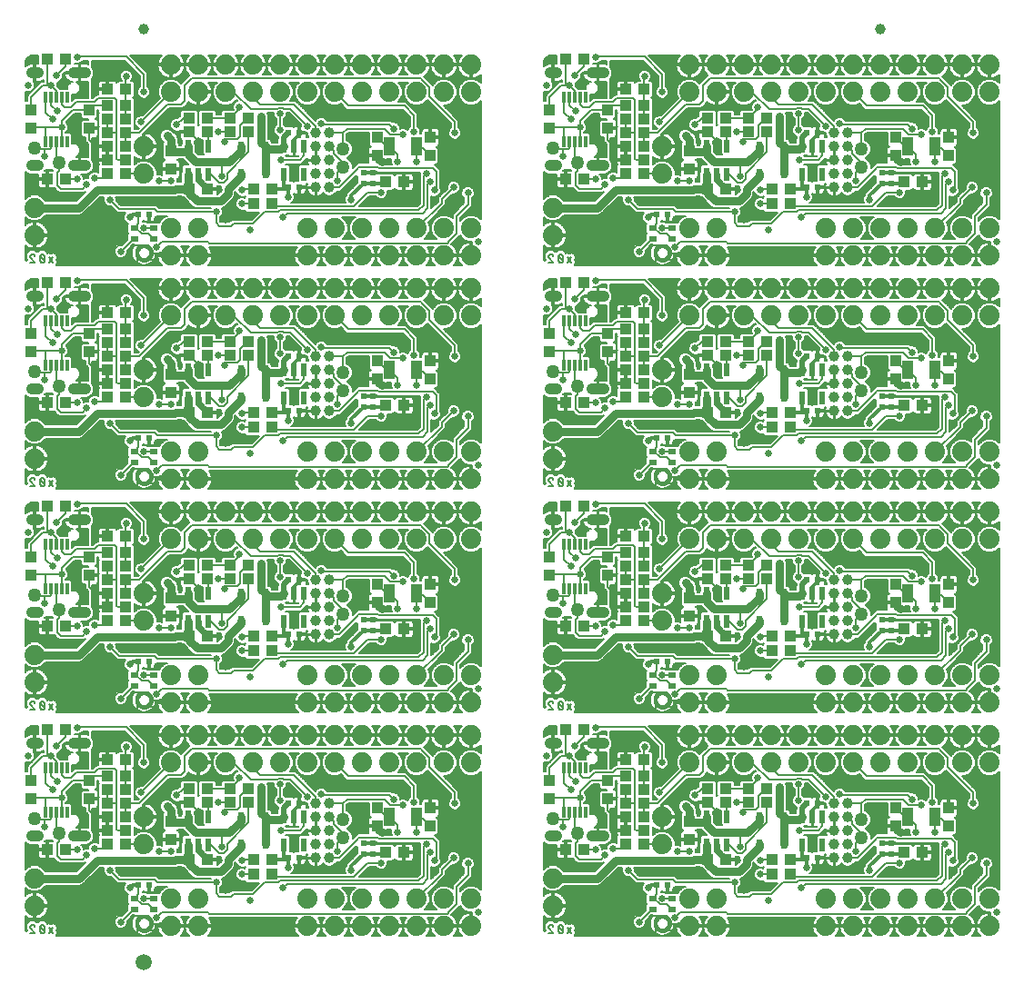
<source format=gbl>
G75*
%MOIN*%
%OFA0B0*%
%FSLAX25Y25*%
%IPPOS*%
%LPD*%
%AMOC8*
5,1,8,0,0,1.08239X$1,22.5*
%
%ADD10C,0.00800*%
%ADD11R,0.04331X0.03937*%
%ADD12C,0.07400*%
%ADD13R,0.02165X0.04724*%
%ADD14R,0.02480X0.03268*%
%ADD15R,0.03937X0.04331*%
%ADD16R,0.02362X0.02362*%
%ADD17R,0.03937X0.07087*%
%ADD18C,0.03937*%
%ADD19C,0.05000*%
%ADD20R,0.01181X0.03937*%
%ADD21C,0.03937*%
%ADD22R,0.02854X0.02055*%
%ADD23R,0.01969X0.00787*%
%ADD24R,0.00787X0.01969*%
%ADD25C,0.00039*%
%ADD26C,0.02500*%
%ADD27C,0.05906*%
%ADD28C,0.00600*%
%ADD29C,0.02600*%
%ADD30C,0.01200*%
%ADD31C,0.02400*%
%ADD32C,0.03000*%
%ADD33C,0.01000*%
%ADD34C,0.02000*%
D10*
X0050030Y0059333D02*
X0051808Y0059333D01*
X0050297Y0061111D01*
X0050830Y0062533D02*
X0050892Y0062531D01*
X0050953Y0062526D01*
X0051014Y0062516D01*
X0051074Y0062504D01*
X0051133Y0062487D01*
X0051191Y0062467D01*
X0051248Y0062444D01*
X0051304Y0062417D01*
X0051358Y0062387D01*
X0051409Y0062354D01*
X0051459Y0062318D01*
X0051507Y0062279D01*
X0051552Y0062237D01*
X0051594Y0062192D01*
X0051634Y0062145D01*
X0051671Y0062096D01*
X0051705Y0062045D01*
X0051736Y0061991D01*
X0051763Y0061936D01*
X0051787Y0061880D01*
X0051808Y0061822D01*
X0050297Y0061111D02*
X0050256Y0061152D01*
X0050218Y0061196D01*
X0050184Y0061243D01*
X0050152Y0061291D01*
X0050124Y0061342D01*
X0050099Y0061395D01*
X0050078Y0061449D01*
X0050061Y0061504D01*
X0050048Y0061560D01*
X0050038Y0061617D01*
X0050032Y0061675D01*
X0050030Y0061733D01*
X0050032Y0061788D01*
X0050037Y0061842D01*
X0050047Y0061896D01*
X0050060Y0061949D01*
X0050076Y0062001D01*
X0050096Y0062052D01*
X0050120Y0062101D01*
X0050146Y0062149D01*
X0050176Y0062194D01*
X0050209Y0062238D01*
X0050245Y0062279D01*
X0050284Y0062318D01*
X0050325Y0062354D01*
X0050369Y0062387D01*
X0050414Y0062417D01*
X0050462Y0062443D01*
X0050511Y0062467D01*
X0050562Y0062487D01*
X0050614Y0062503D01*
X0050667Y0062516D01*
X0050721Y0062526D01*
X0050775Y0062531D01*
X0050830Y0062533D01*
X0055408Y0060933D02*
X0055406Y0060833D01*
X0055400Y0060734D01*
X0055391Y0060635D01*
X0055378Y0060536D01*
X0055361Y0060438D01*
X0055340Y0060340D01*
X0055316Y0060243D01*
X0055288Y0060148D01*
X0055257Y0060053D01*
X0055222Y0059960D01*
X0055183Y0059868D01*
X0055141Y0059777D01*
X0055230Y0060044D02*
X0053808Y0061822D01*
X0053897Y0062088D02*
X0053915Y0062136D01*
X0053937Y0062182D01*
X0053963Y0062226D01*
X0053991Y0062268D01*
X0054023Y0062308D01*
X0054058Y0062345D01*
X0054096Y0062379D01*
X0054137Y0062410D01*
X0054179Y0062438D01*
X0054224Y0062463D01*
X0054270Y0062484D01*
X0054318Y0062502D01*
X0054367Y0062515D01*
X0054417Y0062525D01*
X0054468Y0062531D01*
X0054519Y0062533D01*
X0054570Y0062531D01*
X0054621Y0062525D01*
X0054671Y0062515D01*
X0054720Y0062502D01*
X0054768Y0062484D01*
X0054814Y0062463D01*
X0054859Y0062438D01*
X0054901Y0062410D01*
X0054942Y0062379D01*
X0054980Y0062345D01*
X0055015Y0062308D01*
X0055047Y0062268D01*
X0055075Y0062226D01*
X0055101Y0062182D01*
X0055123Y0062136D01*
X0055141Y0062088D01*
X0053897Y0062089D02*
X0053855Y0061998D01*
X0053816Y0061906D01*
X0053781Y0061813D01*
X0053750Y0061718D01*
X0053722Y0061623D01*
X0053698Y0061526D01*
X0053677Y0061428D01*
X0053660Y0061330D01*
X0053647Y0061231D01*
X0053638Y0061132D01*
X0053632Y0061033D01*
X0053630Y0060933D01*
X0055408Y0060933D02*
X0055406Y0061033D01*
X0055400Y0061132D01*
X0055391Y0061231D01*
X0055378Y0061330D01*
X0055361Y0061428D01*
X0055340Y0061526D01*
X0055316Y0061623D01*
X0055288Y0061718D01*
X0055257Y0061813D01*
X0055222Y0061906D01*
X0055183Y0061998D01*
X0055141Y0062089D01*
X0053630Y0060933D02*
X0053632Y0060833D01*
X0053638Y0060734D01*
X0053647Y0060635D01*
X0053660Y0060536D01*
X0053677Y0060438D01*
X0053698Y0060340D01*
X0053722Y0060243D01*
X0053750Y0060148D01*
X0053781Y0060053D01*
X0053816Y0059960D01*
X0053855Y0059868D01*
X0053897Y0059777D01*
X0054519Y0059333D02*
X0054570Y0059335D01*
X0054621Y0059341D01*
X0054671Y0059351D01*
X0054720Y0059364D01*
X0054768Y0059382D01*
X0054814Y0059403D01*
X0054859Y0059428D01*
X0054901Y0059456D01*
X0054942Y0059487D01*
X0054980Y0059521D01*
X0055015Y0059558D01*
X0055047Y0059598D01*
X0055075Y0059640D01*
X0055101Y0059684D01*
X0055123Y0059730D01*
X0055141Y0059778D01*
X0054519Y0059333D02*
X0054468Y0059335D01*
X0054417Y0059341D01*
X0054367Y0059351D01*
X0054318Y0059364D01*
X0054270Y0059382D01*
X0054224Y0059403D01*
X0054179Y0059428D01*
X0054137Y0059456D01*
X0054096Y0059487D01*
X0054058Y0059521D01*
X0054023Y0059558D01*
X0053991Y0059598D01*
X0053963Y0059640D01*
X0053937Y0059684D01*
X0053915Y0059730D01*
X0053897Y0059778D01*
X0057048Y0059333D02*
X0058470Y0061466D01*
X0057048Y0061466D02*
X0058470Y0059333D01*
X0058470Y0141333D02*
X0057048Y0143466D01*
X0053630Y0142933D02*
X0053632Y0142833D01*
X0053638Y0142734D01*
X0053647Y0142635D01*
X0053660Y0142536D01*
X0053677Y0142438D01*
X0053698Y0142340D01*
X0053722Y0142243D01*
X0053750Y0142148D01*
X0053781Y0142053D01*
X0053816Y0141960D01*
X0053855Y0141868D01*
X0053897Y0141777D01*
X0054519Y0141333D02*
X0054570Y0141335D01*
X0054621Y0141341D01*
X0054671Y0141351D01*
X0054720Y0141364D01*
X0054768Y0141382D01*
X0054814Y0141403D01*
X0054859Y0141428D01*
X0054901Y0141456D01*
X0054942Y0141487D01*
X0054980Y0141521D01*
X0055015Y0141558D01*
X0055047Y0141598D01*
X0055075Y0141640D01*
X0055101Y0141684D01*
X0055123Y0141730D01*
X0055141Y0141778D01*
X0055230Y0142044D02*
X0053808Y0143822D01*
X0053897Y0144088D02*
X0053915Y0144136D01*
X0053937Y0144182D01*
X0053963Y0144226D01*
X0053991Y0144268D01*
X0054023Y0144308D01*
X0054058Y0144345D01*
X0054096Y0144379D01*
X0054137Y0144410D01*
X0054179Y0144438D01*
X0054224Y0144463D01*
X0054270Y0144484D01*
X0054318Y0144502D01*
X0054367Y0144515D01*
X0054417Y0144525D01*
X0054468Y0144531D01*
X0054519Y0144533D01*
X0054570Y0144531D01*
X0054621Y0144525D01*
X0054671Y0144515D01*
X0054720Y0144502D01*
X0054768Y0144484D01*
X0054814Y0144463D01*
X0054859Y0144438D01*
X0054901Y0144410D01*
X0054942Y0144379D01*
X0054980Y0144345D01*
X0055015Y0144308D01*
X0055047Y0144268D01*
X0055075Y0144226D01*
X0055101Y0144182D01*
X0055123Y0144136D01*
X0055141Y0144088D01*
X0053897Y0144089D02*
X0053855Y0143998D01*
X0053816Y0143906D01*
X0053781Y0143813D01*
X0053750Y0143718D01*
X0053722Y0143623D01*
X0053698Y0143526D01*
X0053677Y0143428D01*
X0053660Y0143330D01*
X0053647Y0143231D01*
X0053638Y0143132D01*
X0053632Y0143033D01*
X0053630Y0142933D01*
X0055408Y0142933D02*
X0055406Y0143033D01*
X0055400Y0143132D01*
X0055391Y0143231D01*
X0055378Y0143330D01*
X0055361Y0143428D01*
X0055340Y0143526D01*
X0055316Y0143623D01*
X0055288Y0143718D01*
X0055257Y0143813D01*
X0055222Y0143906D01*
X0055183Y0143998D01*
X0055141Y0144089D01*
X0053897Y0141778D02*
X0053915Y0141730D01*
X0053937Y0141684D01*
X0053963Y0141640D01*
X0053991Y0141598D01*
X0054023Y0141558D01*
X0054058Y0141521D01*
X0054096Y0141487D01*
X0054137Y0141456D01*
X0054179Y0141428D01*
X0054224Y0141403D01*
X0054270Y0141382D01*
X0054318Y0141364D01*
X0054367Y0141351D01*
X0054417Y0141341D01*
X0054468Y0141335D01*
X0054519Y0141333D01*
X0055141Y0141777D02*
X0055183Y0141868D01*
X0055222Y0141960D01*
X0055257Y0142053D01*
X0055288Y0142148D01*
X0055316Y0142243D01*
X0055340Y0142340D01*
X0055361Y0142438D01*
X0055378Y0142536D01*
X0055391Y0142635D01*
X0055400Y0142734D01*
X0055406Y0142833D01*
X0055408Y0142933D01*
X0057048Y0141333D02*
X0058470Y0143466D01*
X0051808Y0141333D02*
X0050030Y0141333D01*
X0051808Y0141333D02*
X0050297Y0143111D01*
X0050830Y0144533D02*
X0050892Y0144531D01*
X0050953Y0144526D01*
X0051014Y0144516D01*
X0051074Y0144504D01*
X0051133Y0144487D01*
X0051191Y0144467D01*
X0051248Y0144444D01*
X0051304Y0144417D01*
X0051358Y0144387D01*
X0051409Y0144354D01*
X0051459Y0144318D01*
X0051507Y0144279D01*
X0051552Y0144237D01*
X0051594Y0144192D01*
X0051634Y0144145D01*
X0051671Y0144096D01*
X0051705Y0144045D01*
X0051736Y0143991D01*
X0051763Y0143936D01*
X0051787Y0143880D01*
X0051808Y0143822D01*
X0050297Y0143111D02*
X0050256Y0143152D01*
X0050218Y0143196D01*
X0050184Y0143243D01*
X0050152Y0143291D01*
X0050124Y0143342D01*
X0050099Y0143395D01*
X0050078Y0143449D01*
X0050061Y0143504D01*
X0050048Y0143560D01*
X0050038Y0143617D01*
X0050032Y0143675D01*
X0050030Y0143733D01*
X0050032Y0143788D01*
X0050037Y0143842D01*
X0050047Y0143896D01*
X0050060Y0143949D01*
X0050076Y0144001D01*
X0050096Y0144052D01*
X0050120Y0144101D01*
X0050146Y0144149D01*
X0050176Y0144194D01*
X0050209Y0144238D01*
X0050245Y0144279D01*
X0050284Y0144318D01*
X0050325Y0144354D01*
X0050369Y0144387D01*
X0050414Y0144417D01*
X0050462Y0144443D01*
X0050511Y0144467D01*
X0050562Y0144487D01*
X0050614Y0144503D01*
X0050667Y0144516D01*
X0050721Y0144526D01*
X0050775Y0144531D01*
X0050830Y0144533D01*
X0050030Y0223333D02*
X0051808Y0223333D01*
X0050297Y0225111D01*
X0050830Y0226533D02*
X0050892Y0226531D01*
X0050953Y0226526D01*
X0051014Y0226516D01*
X0051074Y0226504D01*
X0051133Y0226487D01*
X0051191Y0226467D01*
X0051248Y0226444D01*
X0051304Y0226417D01*
X0051358Y0226387D01*
X0051409Y0226354D01*
X0051459Y0226318D01*
X0051507Y0226279D01*
X0051552Y0226237D01*
X0051594Y0226192D01*
X0051634Y0226145D01*
X0051671Y0226096D01*
X0051705Y0226045D01*
X0051736Y0225991D01*
X0051763Y0225936D01*
X0051787Y0225880D01*
X0051808Y0225822D01*
X0050297Y0225111D02*
X0050256Y0225152D01*
X0050218Y0225196D01*
X0050184Y0225243D01*
X0050152Y0225291D01*
X0050124Y0225342D01*
X0050099Y0225395D01*
X0050078Y0225449D01*
X0050061Y0225504D01*
X0050048Y0225560D01*
X0050038Y0225617D01*
X0050032Y0225675D01*
X0050030Y0225733D01*
X0050032Y0225788D01*
X0050037Y0225842D01*
X0050047Y0225896D01*
X0050060Y0225949D01*
X0050076Y0226001D01*
X0050096Y0226052D01*
X0050120Y0226101D01*
X0050146Y0226149D01*
X0050176Y0226194D01*
X0050209Y0226238D01*
X0050245Y0226279D01*
X0050284Y0226318D01*
X0050325Y0226354D01*
X0050369Y0226387D01*
X0050414Y0226417D01*
X0050462Y0226443D01*
X0050511Y0226467D01*
X0050562Y0226487D01*
X0050614Y0226503D01*
X0050667Y0226516D01*
X0050721Y0226526D01*
X0050775Y0226531D01*
X0050830Y0226533D01*
X0055408Y0224933D02*
X0055406Y0224833D01*
X0055400Y0224734D01*
X0055391Y0224635D01*
X0055378Y0224536D01*
X0055361Y0224438D01*
X0055340Y0224340D01*
X0055316Y0224243D01*
X0055288Y0224148D01*
X0055257Y0224053D01*
X0055222Y0223960D01*
X0055183Y0223868D01*
X0055141Y0223777D01*
X0055230Y0224044D02*
X0053808Y0225822D01*
X0053897Y0226088D02*
X0053915Y0226136D01*
X0053937Y0226182D01*
X0053963Y0226226D01*
X0053991Y0226268D01*
X0054023Y0226308D01*
X0054058Y0226345D01*
X0054096Y0226379D01*
X0054137Y0226410D01*
X0054179Y0226438D01*
X0054224Y0226463D01*
X0054270Y0226484D01*
X0054318Y0226502D01*
X0054367Y0226515D01*
X0054417Y0226525D01*
X0054468Y0226531D01*
X0054519Y0226533D01*
X0054570Y0226531D01*
X0054621Y0226525D01*
X0054671Y0226515D01*
X0054720Y0226502D01*
X0054768Y0226484D01*
X0054814Y0226463D01*
X0054859Y0226438D01*
X0054901Y0226410D01*
X0054942Y0226379D01*
X0054980Y0226345D01*
X0055015Y0226308D01*
X0055047Y0226268D01*
X0055075Y0226226D01*
X0055101Y0226182D01*
X0055123Y0226136D01*
X0055141Y0226088D01*
X0053897Y0226089D02*
X0053855Y0225998D01*
X0053816Y0225906D01*
X0053781Y0225813D01*
X0053750Y0225718D01*
X0053722Y0225623D01*
X0053698Y0225526D01*
X0053677Y0225428D01*
X0053660Y0225330D01*
X0053647Y0225231D01*
X0053638Y0225132D01*
X0053632Y0225033D01*
X0053630Y0224933D01*
X0055408Y0224933D02*
X0055406Y0225033D01*
X0055400Y0225132D01*
X0055391Y0225231D01*
X0055378Y0225330D01*
X0055361Y0225428D01*
X0055340Y0225526D01*
X0055316Y0225623D01*
X0055288Y0225718D01*
X0055257Y0225813D01*
X0055222Y0225906D01*
X0055183Y0225998D01*
X0055141Y0226089D01*
X0053630Y0224933D02*
X0053632Y0224833D01*
X0053638Y0224734D01*
X0053647Y0224635D01*
X0053660Y0224536D01*
X0053677Y0224438D01*
X0053698Y0224340D01*
X0053722Y0224243D01*
X0053750Y0224148D01*
X0053781Y0224053D01*
X0053816Y0223960D01*
X0053855Y0223868D01*
X0053897Y0223777D01*
X0054519Y0223333D02*
X0054570Y0223335D01*
X0054621Y0223341D01*
X0054671Y0223351D01*
X0054720Y0223364D01*
X0054768Y0223382D01*
X0054814Y0223403D01*
X0054859Y0223428D01*
X0054901Y0223456D01*
X0054942Y0223487D01*
X0054980Y0223521D01*
X0055015Y0223558D01*
X0055047Y0223598D01*
X0055075Y0223640D01*
X0055101Y0223684D01*
X0055123Y0223730D01*
X0055141Y0223778D01*
X0054519Y0223333D02*
X0054468Y0223335D01*
X0054417Y0223341D01*
X0054367Y0223351D01*
X0054318Y0223364D01*
X0054270Y0223382D01*
X0054224Y0223403D01*
X0054179Y0223428D01*
X0054137Y0223456D01*
X0054096Y0223487D01*
X0054058Y0223521D01*
X0054023Y0223558D01*
X0053991Y0223598D01*
X0053963Y0223640D01*
X0053937Y0223684D01*
X0053915Y0223730D01*
X0053897Y0223778D01*
X0057048Y0223333D02*
X0058470Y0225466D01*
X0057048Y0225466D02*
X0058470Y0223333D01*
X0058470Y0305333D02*
X0057048Y0307466D01*
X0053630Y0306933D02*
X0053632Y0306833D01*
X0053638Y0306734D01*
X0053647Y0306635D01*
X0053660Y0306536D01*
X0053677Y0306438D01*
X0053698Y0306340D01*
X0053722Y0306243D01*
X0053750Y0306148D01*
X0053781Y0306053D01*
X0053816Y0305960D01*
X0053855Y0305868D01*
X0053897Y0305777D01*
X0054519Y0305333D02*
X0054570Y0305335D01*
X0054621Y0305341D01*
X0054671Y0305351D01*
X0054720Y0305364D01*
X0054768Y0305382D01*
X0054814Y0305403D01*
X0054859Y0305428D01*
X0054901Y0305456D01*
X0054942Y0305487D01*
X0054980Y0305521D01*
X0055015Y0305558D01*
X0055047Y0305598D01*
X0055075Y0305640D01*
X0055101Y0305684D01*
X0055123Y0305730D01*
X0055141Y0305778D01*
X0055230Y0306044D02*
X0053808Y0307822D01*
X0053897Y0308088D02*
X0053915Y0308136D01*
X0053937Y0308182D01*
X0053963Y0308226D01*
X0053991Y0308268D01*
X0054023Y0308308D01*
X0054058Y0308345D01*
X0054096Y0308379D01*
X0054137Y0308410D01*
X0054179Y0308438D01*
X0054224Y0308463D01*
X0054270Y0308484D01*
X0054318Y0308502D01*
X0054367Y0308515D01*
X0054417Y0308525D01*
X0054468Y0308531D01*
X0054519Y0308533D01*
X0054570Y0308531D01*
X0054621Y0308525D01*
X0054671Y0308515D01*
X0054720Y0308502D01*
X0054768Y0308484D01*
X0054814Y0308463D01*
X0054859Y0308438D01*
X0054901Y0308410D01*
X0054942Y0308379D01*
X0054980Y0308345D01*
X0055015Y0308308D01*
X0055047Y0308268D01*
X0055075Y0308226D01*
X0055101Y0308182D01*
X0055123Y0308136D01*
X0055141Y0308088D01*
X0053897Y0308089D02*
X0053855Y0307998D01*
X0053816Y0307906D01*
X0053781Y0307813D01*
X0053750Y0307718D01*
X0053722Y0307623D01*
X0053698Y0307526D01*
X0053677Y0307428D01*
X0053660Y0307330D01*
X0053647Y0307231D01*
X0053638Y0307132D01*
X0053632Y0307033D01*
X0053630Y0306933D01*
X0055408Y0306933D02*
X0055406Y0307033D01*
X0055400Y0307132D01*
X0055391Y0307231D01*
X0055378Y0307330D01*
X0055361Y0307428D01*
X0055340Y0307526D01*
X0055316Y0307623D01*
X0055288Y0307718D01*
X0055257Y0307813D01*
X0055222Y0307906D01*
X0055183Y0307998D01*
X0055141Y0308089D01*
X0053897Y0305778D02*
X0053915Y0305730D01*
X0053937Y0305684D01*
X0053963Y0305640D01*
X0053991Y0305598D01*
X0054023Y0305558D01*
X0054058Y0305521D01*
X0054096Y0305487D01*
X0054137Y0305456D01*
X0054179Y0305428D01*
X0054224Y0305403D01*
X0054270Y0305382D01*
X0054318Y0305364D01*
X0054367Y0305351D01*
X0054417Y0305341D01*
X0054468Y0305335D01*
X0054519Y0305333D01*
X0055141Y0305777D02*
X0055183Y0305868D01*
X0055222Y0305960D01*
X0055257Y0306053D01*
X0055288Y0306148D01*
X0055316Y0306243D01*
X0055340Y0306340D01*
X0055361Y0306438D01*
X0055378Y0306536D01*
X0055391Y0306635D01*
X0055400Y0306734D01*
X0055406Y0306833D01*
X0055408Y0306933D01*
X0057048Y0305333D02*
X0058470Y0307466D01*
X0051808Y0305333D02*
X0050030Y0305333D01*
X0051808Y0305333D02*
X0050297Y0307111D01*
X0050830Y0308533D02*
X0050892Y0308531D01*
X0050953Y0308526D01*
X0051014Y0308516D01*
X0051074Y0308504D01*
X0051133Y0308487D01*
X0051191Y0308467D01*
X0051248Y0308444D01*
X0051304Y0308417D01*
X0051358Y0308387D01*
X0051409Y0308354D01*
X0051459Y0308318D01*
X0051507Y0308279D01*
X0051552Y0308237D01*
X0051594Y0308192D01*
X0051634Y0308145D01*
X0051671Y0308096D01*
X0051705Y0308045D01*
X0051736Y0307991D01*
X0051763Y0307936D01*
X0051787Y0307880D01*
X0051808Y0307822D01*
X0050297Y0307111D02*
X0050256Y0307152D01*
X0050218Y0307196D01*
X0050184Y0307243D01*
X0050152Y0307291D01*
X0050124Y0307342D01*
X0050099Y0307395D01*
X0050078Y0307449D01*
X0050061Y0307504D01*
X0050048Y0307560D01*
X0050038Y0307617D01*
X0050032Y0307675D01*
X0050030Y0307733D01*
X0050032Y0307788D01*
X0050037Y0307842D01*
X0050047Y0307896D01*
X0050060Y0307949D01*
X0050076Y0308001D01*
X0050096Y0308052D01*
X0050120Y0308101D01*
X0050146Y0308149D01*
X0050176Y0308194D01*
X0050209Y0308238D01*
X0050245Y0308279D01*
X0050284Y0308318D01*
X0050325Y0308354D01*
X0050369Y0308387D01*
X0050414Y0308417D01*
X0050462Y0308443D01*
X0050511Y0308467D01*
X0050562Y0308487D01*
X0050614Y0308503D01*
X0050667Y0308516D01*
X0050721Y0308526D01*
X0050775Y0308531D01*
X0050830Y0308533D01*
X0240030Y0305333D02*
X0241808Y0305333D01*
X0240297Y0307111D01*
X0240830Y0308533D02*
X0240892Y0308531D01*
X0240953Y0308526D01*
X0241014Y0308516D01*
X0241074Y0308504D01*
X0241133Y0308487D01*
X0241191Y0308467D01*
X0241248Y0308444D01*
X0241304Y0308417D01*
X0241358Y0308387D01*
X0241409Y0308354D01*
X0241459Y0308318D01*
X0241507Y0308279D01*
X0241552Y0308237D01*
X0241594Y0308192D01*
X0241634Y0308145D01*
X0241671Y0308096D01*
X0241705Y0308045D01*
X0241736Y0307991D01*
X0241763Y0307936D01*
X0241787Y0307880D01*
X0241808Y0307822D01*
X0240297Y0307111D02*
X0240256Y0307152D01*
X0240218Y0307196D01*
X0240184Y0307243D01*
X0240152Y0307291D01*
X0240124Y0307342D01*
X0240099Y0307395D01*
X0240078Y0307449D01*
X0240061Y0307504D01*
X0240048Y0307560D01*
X0240038Y0307617D01*
X0240032Y0307675D01*
X0240030Y0307733D01*
X0240032Y0307788D01*
X0240037Y0307842D01*
X0240047Y0307896D01*
X0240060Y0307949D01*
X0240076Y0308001D01*
X0240096Y0308052D01*
X0240120Y0308101D01*
X0240146Y0308149D01*
X0240176Y0308194D01*
X0240209Y0308238D01*
X0240245Y0308279D01*
X0240284Y0308318D01*
X0240325Y0308354D01*
X0240369Y0308387D01*
X0240414Y0308417D01*
X0240462Y0308443D01*
X0240511Y0308467D01*
X0240562Y0308487D01*
X0240614Y0308503D01*
X0240667Y0308516D01*
X0240721Y0308526D01*
X0240775Y0308531D01*
X0240830Y0308533D01*
X0245408Y0306933D02*
X0245406Y0306833D01*
X0245400Y0306734D01*
X0245391Y0306635D01*
X0245378Y0306536D01*
X0245361Y0306438D01*
X0245340Y0306340D01*
X0245316Y0306243D01*
X0245288Y0306148D01*
X0245257Y0306053D01*
X0245222Y0305960D01*
X0245183Y0305868D01*
X0245141Y0305777D01*
X0245230Y0306044D02*
X0243808Y0307822D01*
X0243897Y0308088D02*
X0243915Y0308136D01*
X0243937Y0308182D01*
X0243963Y0308226D01*
X0243991Y0308268D01*
X0244023Y0308308D01*
X0244058Y0308345D01*
X0244096Y0308379D01*
X0244137Y0308410D01*
X0244179Y0308438D01*
X0244224Y0308463D01*
X0244270Y0308484D01*
X0244318Y0308502D01*
X0244367Y0308515D01*
X0244417Y0308525D01*
X0244468Y0308531D01*
X0244519Y0308533D01*
X0244570Y0308531D01*
X0244621Y0308525D01*
X0244671Y0308515D01*
X0244720Y0308502D01*
X0244768Y0308484D01*
X0244814Y0308463D01*
X0244859Y0308438D01*
X0244901Y0308410D01*
X0244942Y0308379D01*
X0244980Y0308345D01*
X0245015Y0308308D01*
X0245047Y0308268D01*
X0245075Y0308226D01*
X0245101Y0308182D01*
X0245123Y0308136D01*
X0245141Y0308088D01*
X0243897Y0308089D02*
X0243855Y0307998D01*
X0243816Y0307906D01*
X0243781Y0307813D01*
X0243750Y0307718D01*
X0243722Y0307623D01*
X0243698Y0307526D01*
X0243677Y0307428D01*
X0243660Y0307330D01*
X0243647Y0307231D01*
X0243638Y0307132D01*
X0243632Y0307033D01*
X0243630Y0306933D01*
X0245408Y0306933D02*
X0245406Y0307033D01*
X0245400Y0307132D01*
X0245391Y0307231D01*
X0245378Y0307330D01*
X0245361Y0307428D01*
X0245340Y0307526D01*
X0245316Y0307623D01*
X0245288Y0307718D01*
X0245257Y0307813D01*
X0245222Y0307906D01*
X0245183Y0307998D01*
X0245141Y0308089D01*
X0243630Y0306933D02*
X0243632Y0306833D01*
X0243638Y0306734D01*
X0243647Y0306635D01*
X0243660Y0306536D01*
X0243677Y0306438D01*
X0243698Y0306340D01*
X0243722Y0306243D01*
X0243750Y0306148D01*
X0243781Y0306053D01*
X0243816Y0305960D01*
X0243855Y0305868D01*
X0243897Y0305777D01*
X0244519Y0305333D02*
X0244570Y0305335D01*
X0244621Y0305341D01*
X0244671Y0305351D01*
X0244720Y0305364D01*
X0244768Y0305382D01*
X0244814Y0305403D01*
X0244859Y0305428D01*
X0244901Y0305456D01*
X0244942Y0305487D01*
X0244980Y0305521D01*
X0245015Y0305558D01*
X0245047Y0305598D01*
X0245075Y0305640D01*
X0245101Y0305684D01*
X0245123Y0305730D01*
X0245141Y0305778D01*
X0244519Y0305333D02*
X0244468Y0305335D01*
X0244417Y0305341D01*
X0244367Y0305351D01*
X0244318Y0305364D01*
X0244270Y0305382D01*
X0244224Y0305403D01*
X0244179Y0305428D01*
X0244137Y0305456D01*
X0244096Y0305487D01*
X0244058Y0305521D01*
X0244023Y0305558D01*
X0243991Y0305598D01*
X0243963Y0305640D01*
X0243937Y0305684D01*
X0243915Y0305730D01*
X0243897Y0305778D01*
X0247048Y0305333D02*
X0248470Y0307466D01*
X0247048Y0307466D02*
X0248470Y0305333D01*
X0244519Y0226533D02*
X0244570Y0226531D01*
X0244621Y0226525D01*
X0244671Y0226515D01*
X0244720Y0226502D01*
X0244768Y0226484D01*
X0244814Y0226463D01*
X0244859Y0226438D01*
X0244901Y0226410D01*
X0244942Y0226379D01*
X0244980Y0226345D01*
X0245015Y0226308D01*
X0245047Y0226268D01*
X0245075Y0226226D01*
X0245101Y0226182D01*
X0245123Y0226136D01*
X0245141Y0226088D01*
X0244519Y0226533D02*
X0244468Y0226531D01*
X0244417Y0226525D01*
X0244367Y0226515D01*
X0244318Y0226502D01*
X0244270Y0226484D01*
X0244224Y0226463D01*
X0244179Y0226438D01*
X0244137Y0226410D01*
X0244096Y0226379D01*
X0244058Y0226345D01*
X0244023Y0226308D01*
X0243991Y0226268D01*
X0243963Y0226226D01*
X0243937Y0226182D01*
X0243915Y0226136D01*
X0243897Y0226088D01*
X0243808Y0225822D02*
X0245230Y0224044D01*
X0244519Y0223333D02*
X0244468Y0223335D01*
X0244417Y0223341D01*
X0244367Y0223351D01*
X0244318Y0223364D01*
X0244270Y0223382D01*
X0244224Y0223403D01*
X0244179Y0223428D01*
X0244137Y0223456D01*
X0244096Y0223487D01*
X0244058Y0223521D01*
X0244023Y0223558D01*
X0243991Y0223598D01*
X0243963Y0223640D01*
X0243937Y0223684D01*
X0243915Y0223730D01*
X0243897Y0223778D01*
X0244519Y0223333D02*
X0244570Y0223335D01*
X0244621Y0223341D01*
X0244671Y0223351D01*
X0244720Y0223364D01*
X0244768Y0223382D01*
X0244814Y0223403D01*
X0244859Y0223428D01*
X0244901Y0223456D01*
X0244942Y0223487D01*
X0244980Y0223521D01*
X0245015Y0223558D01*
X0245047Y0223598D01*
X0245075Y0223640D01*
X0245101Y0223684D01*
X0245123Y0223730D01*
X0245141Y0223778D01*
X0243630Y0224933D02*
X0243632Y0225033D01*
X0243638Y0225132D01*
X0243647Y0225231D01*
X0243660Y0225330D01*
X0243677Y0225428D01*
X0243698Y0225526D01*
X0243722Y0225623D01*
X0243750Y0225718D01*
X0243781Y0225813D01*
X0243816Y0225906D01*
X0243855Y0225998D01*
X0243897Y0226089D01*
X0245141Y0226089D02*
X0245183Y0225998D01*
X0245222Y0225906D01*
X0245257Y0225813D01*
X0245288Y0225718D01*
X0245316Y0225623D01*
X0245340Y0225526D01*
X0245361Y0225428D01*
X0245378Y0225330D01*
X0245391Y0225231D01*
X0245400Y0225132D01*
X0245406Y0225033D01*
X0245408Y0224933D01*
X0243630Y0224933D02*
X0243632Y0224833D01*
X0243638Y0224734D01*
X0243647Y0224635D01*
X0243660Y0224536D01*
X0243677Y0224438D01*
X0243698Y0224340D01*
X0243722Y0224243D01*
X0243750Y0224148D01*
X0243781Y0224053D01*
X0243816Y0223960D01*
X0243855Y0223868D01*
X0243897Y0223777D01*
X0245141Y0223777D02*
X0245183Y0223868D01*
X0245222Y0223960D01*
X0245257Y0224053D01*
X0245288Y0224148D01*
X0245316Y0224243D01*
X0245340Y0224340D01*
X0245361Y0224438D01*
X0245378Y0224536D01*
X0245391Y0224635D01*
X0245400Y0224734D01*
X0245406Y0224833D01*
X0245408Y0224933D01*
X0247048Y0225466D02*
X0248470Y0223333D01*
X0247048Y0223333D02*
X0248470Y0225466D01*
X0241808Y0223333D02*
X0240030Y0223333D01*
X0241808Y0223333D02*
X0240297Y0225111D01*
X0240830Y0226533D02*
X0240892Y0226531D01*
X0240953Y0226526D01*
X0241014Y0226516D01*
X0241074Y0226504D01*
X0241133Y0226487D01*
X0241191Y0226467D01*
X0241248Y0226444D01*
X0241304Y0226417D01*
X0241358Y0226387D01*
X0241409Y0226354D01*
X0241459Y0226318D01*
X0241507Y0226279D01*
X0241552Y0226237D01*
X0241594Y0226192D01*
X0241634Y0226145D01*
X0241671Y0226096D01*
X0241705Y0226045D01*
X0241736Y0225991D01*
X0241763Y0225936D01*
X0241787Y0225880D01*
X0241808Y0225822D01*
X0240297Y0225111D02*
X0240256Y0225152D01*
X0240218Y0225196D01*
X0240184Y0225243D01*
X0240152Y0225291D01*
X0240124Y0225342D01*
X0240099Y0225395D01*
X0240078Y0225449D01*
X0240061Y0225504D01*
X0240048Y0225560D01*
X0240038Y0225617D01*
X0240032Y0225675D01*
X0240030Y0225733D01*
X0240032Y0225788D01*
X0240037Y0225842D01*
X0240047Y0225896D01*
X0240060Y0225949D01*
X0240076Y0226001D01*
X0240096Y0226052D01*
X0240120Y0226101D01*
X0240146Y0226149D01*
X0240176Y0226194D01*
X0240209Y0226238D01*
X0240245Y0226279D01*
X0240284Y0226318D01*
X0240325Y0226354D01*
X0240369Y0226387D01*
X0240414Y0226417D01*
X0240462Y0226443D01*
X0240511Y0226467D01*
X0240562Y0226487D01*
X0240614Y0226503D01*
X0240667Y0226516D01*
X0240721Y0226526D01*
X0240775Y0226531D01*
X0240830Y0226533D01*
X0244519Y0144533D02*
X0244570Y0144531D01*
X0244621Y0144525D01*
X0244671Y0144515D01*
X0244720Y0144502D01*
X0244768Y0144484D01*
X0244814Y0144463D01*
X0244859Y0144438D01*
X0244901Y0144410D01*
X0244942Y0144379D01*
X0244980Y0144345D01*
X0245015Y0144308D01*
X0245047Y0144268D01*
X0245075Y0144226D01*
X0245101Y0144182D01*
X0245123Y0144136D01*
X0245141Y0144088D01*
X0244519Y0144533D02*
X0244468Y0144531D01*
X0244417Y0144525D01*
X0244367Y0144515D01*
X0244318Y0144502D01*
X0244270Y0144484D01*
X0244224Y0144463D01*
X0244179Y0144438D01*
X0244137Y0144410D01*
X0244096Y0144379D01*
X0244058Y0144345D01*
X0244023Y0144308D01*
X0243991Y0144268D01*
X0243963Y0144226D01*
X0243937Y0144182D01*
X0243915Y0144136D01*
X0243897Y0144088D01*
X0243808Y0143822D02*
X0245230Y0142044D01*
X0244519Y0141333D02*
X0244468Y0141335D01*
X0244417Y0141341D01*
X0244367Y0141351D01*
X0244318Y0141364D01*
X0244270Y0141382D01*
X0244224Y0141403D01*
X0244179Y0141428D01*
X0244137Y0141456D01*
X0244096Y0141487D01*
X0244058Y0141521D01*
X0244023Y0141558D01*
X0243991Y0141598D01*
X0243963Y0141640D01*
X0243937Y0141684D01*
X0243915Y0141730D01*
X0243897Y0141778D01*
X0244519Y0141333D02*
X0244570Y0141335D01*
X0244621Y0141341D01*
X0244671Y0141351D01*
X0244720Y0141364D01*
X0244768Y0141382D01*
X0244814Y0141403D01*
X0244859Y0141428D01*
X0244901Y0141456D01*
X0244942Y0141487D01*
X0244980Y0141521D01*
X0245015Y0141558D01*
X0245047Y0141598D01*
X0245075Y0141640D01*
X0245101Y0141684D01*
X0245123Y0141730D01*
X0245141Y0141778D01*
X0243630Y0142933D02*
X0243632Y0143033D01*
X0243638Y0143132D01*
X0243647Y0143231D01*
X0243660Y0143330D01*
X0243677Y0143428D01*
X0243698Y0143526D01*
X0243722Y0143623D01*
X0243750Y0143718D01*
X0243781Y0143813D01*
X0243816Y0143906D01*
X0243855Y0143998D01*
X0243897Y0144089D01*
X0245141Y0144089D02*
X0245183Y0143998D01*
X0245222Y0143906D01*
X0245257Y0143813D01*
X0245288Y0143718D01*
X0245316Y0143623D01*
X0245340Y0143526D01*
X0245361Y0143428D01*
X0245378Y0143330D01*
X0245391Y0143231D01*
X0245400Y0143132D01*
X0245406Y0143033D01*
X0245408Y0142933D01*
X0243630Y0142933D02*
X0243632Y0142833D01*
X0243638Y0142734D01*
X0243647Y0142635D01*
X0243660Y0142536D01*
X0243677Y0142438D01*
X0243698Y0142340D01*
X0243722Y0142243D01*
X0243750Y0142148D01*
X0243781Y0142053D01*
X0243816Y0141960D01*
X0243855Y0141868D01*
X0243897Y0141777D01*
X0245141Y0141777D02*
X0245183Y0141868D01*
X0245222Y0141960D01*
X0245257Y0142053D01*
X0245288Y0142148D01*
X0245316Y0142243D01*
X0245340Y0142340D01*
X0245361Y0142438D01*
X0245378Y0142536D01*
X0245391Y0142635D01*
X0245400Y0142734D01*
X0245406Y0142833D01*
X0245408Y0142933D01*
X0247048Y0143466D02*
X0248470Y0141333D01*
X0247048Y0141333D02*
X0248470Y0143466D01*
X0241808Y0141333D02*
X0240030Y0141333D01*
X0241808Y0141333D02*
X0240297Y0143111D01*
X0240830Y0144533D02*
X0240892Y0144531D01*
X0240953Y0144526D01*
X0241014Y0144516D01*
X0241074Y0144504D01*
X0241133Y0144487D01*
X0241191Y0144467D01*
X0241248Y0144444D01*
X0241304Y0144417D01*
X0241358Y0144387D01*
X0241409Y0144354D01*
X0241459Y0144318D01*
X0241507Y0144279D01*
X0241552Y0144237D01*
X0241594Y0144192D01*
X0241634Y0144145D01*
X0241671Y0144096D01*
X0241705Y0144045D01*
X0241736Y0143991D01*
X0241763Y0143936D01*
X0241787Y0143880D01*
X0241808Y0143822D01*
X0240297Y0143111D02*
X0240256Y0143152D01*
X0240218Y0143196D01*
X0240184Y0143243D01*
X0240152Y0143291D01*
X0240124Y0143342D01*
X0240099Y0143395D01*
X0240078Y0143449D01*
X0240061Y0143504D01*
X0240048Y0143560D01*
X0240038Y0143617D01*
X0240032Y0143675D01*
X0240030Y0143733D01*
X0240032Y0143788D01*
X0240037Y0143842D01*
X0240047Y0143896D01*
X0240060Y0143949D01*
X0240076Y0144001D01*
X0240096Y0144052D01*
X0240120Y0144101D01*
X0240146Y0144149D01*
X0240176Y0144194D01*
X0240209Y0144238D01*
X0240245Y0144279D01*
X0240284Y0144318D01*
X0240325Y0144354D01*
X0240369Y0144387D01*
X0240414Y0144417D01*
X0240462Y0144443D01*
X0240511Y0144467D01*
X0240562Y0144487D01*
X0240614Y0144503D01*
X0240667Y0144516D01*
X0240721Y0144526D01*
X0240775Y0144531D01*
X0240830Y0144533D01*
X0244519Y0062533D02*
X0244570Y0062531D01*
X0244621Y0062525D01*
X0244671Y0062515D01*
X0244720Y0062502D01*
X0244768Y0062484D01*
X0244814Y0062463D01*
X0244859Y0062438D01*
X0244901Y0062410D01*
X0244942Y0062379D01*
X0244980Y0062345D01*
X0245015Y0062308D01*
X0245047Y0062268D01*
X0245075Y0062226D01*
X0245101Y0062182D01*
X0245123Y0062136D01*
X0245141Y0062088D01*
X0244519Y0062533D02*
X0244468Y0062531D01*
X0244417Y0062525D01*
X0244367Y0062515D01*
X0244318Y0062502D01*
X0244270Y0062484D01*
X0244224Y0062463D01*
X0244179Y0062438D01*
X0244137Y0062410D01*
X0244096Y0062379D01*
X0244058Y0062345D01*
X0244023Y0062308D01*
X0243991Y0062268D01*
X0243963Y0062226D01*
X0243937Y0062182D01*
X0243915Y0062136D01*
X0243897Y0062088D01*
X0243808Y0061822D02*
X0245230Y0060044D01*
X0244519Y0059333D02*
X0244468Y0059335D01*
X0244417Y0059341D01*
X0244367Y0059351D01*
X0244318Y0059364D01*
X0244270Y0059382D01*
X0244224Y0059403D01*
X0244179Y0059428D01*
X0244137Y0059456D01*
X0244096Y0059487D01*
X0244058Y0059521D01*
X0244023Y0059558D01*
X0243991Y0059598D01*
X0243963Y0059640D01*
X0243937Y0059684D01*
X0243915Y0059730D01*
X0243897Y0059778D01*
X0244519Y0059333D02*
X0244570Y0059335D01*
X0244621Y0059341D01*
X0244671Y0059351D01*
X0244720Y0059364D01*
X0244768Y0059382D01*
X0244814Y0059403D01*
X0244859Y0059428D01*
X0244901Y0059456D01*
X0244942Y0059487D01*
X0244980Y0059521D01*
X0245015Y0059558D01*
X0245047Y0059598D01*
X0245075Y0059640D01*
X0245101Y0059684D01*
X0245123Y0059730D01*
X0245141Y0059778D01*
X0243630Y0060933D02*
X0243632Y0061033D01*
X0243638Y0061132D01*
X0243647Y0061231D01*
X0243660Y0061330D01*
X0243677Y0061428D01*
X0243698Y0061526D01*
X0243722Y0061623D01*
X0243750Y0061718D01*
X0243781Y0061813D01*
X0243816Y0061906D01*
X0243855Y0061998D01*
X0243897Y0062089D01*
X0245141Y0062089D02*
X0245183Y0061998D01*
X0245222Y0061906D01*
X0245257Y0061813D01*
X0245288Y0061718D01*
X0245316Y0061623D01*
X0245340Y0061526D01*
X0245361Y0061428D01*
X0245378Y0061330D01*
X0245391Y0061231D01*
X0245400Y0061132D01*
X0245406Y0061033D01*
X0245408Y0060933D01*
X0243630Y0060933D02*
X0243632Y0060833D01*
X0243638Y0060734D01*
X0243647Y0060635D01*
X0243660Y0060536D01*
X0243677Y0060438D01*
X0243698Y0060340D01*
X0243722Y0060243D01*
X0243750Y0060148D01*
X0243781Y0060053D01*
X0243816Y0059960D01*
X0243855Y0059868D01*
X0243897Y0059777D01*
X0245141Y0059777D02*
X0245183Y0059868D01*
X0245222Y0059960D01*
X0245257Y0060053D01*
X0245288Y0060148D01*
X0245316Y0060243D01*
X0245340Y0060340D01*
X0245361Y0060438D01*
X0245378Y0060536D01*
X0245391Y0060635D01*
X0245400Y0060734D01*
X0245406Y0060833D01*
X0245408Y0060933D01*
X0247048Y0061466D02*
X0248470Y0059333D01*
X0247048Y0059333D02*
X0248470Y0061466D01*
X0241808Y0059333D02*
X0240030Y0059333D01*
X0241808Y0059333D02*
X0240297Y0061111D01*
X0240830Y0062533D02*
X0240892Y0062531D01*
X0240953Y0062526D01*
X0241014Y0062516D01*
X0241074Y0062504D01*
X0241133Y0062487D01*
X0241191Y0062467D01*
X0241248Y0062444D01*
X0241304Y0062417D01*
X0241358Y0062387D01*
X0241409Y0062354D01*
X0241459Y0062318D01*
X0241507Y0062279D01*
X0241552Y0062237D01*
X0241594Y0062192D01*
X0241634Y0062145D01*
X0241671Y0062096D01*
X0241705Y0062045D01*
X0241736Y0061991D01*
X0241763Y0061936D01*
X0241787Y0061880D01*
X0241808Y0061822D01*
X0240297Y0061111D02*
X0240256Y0061152D01*
X0240218Y0061196D01*
X0240184Y0061243D01*
X0240152Y0061291D01*
X0240124Y0061342D01*
X0240099Y0061395D01*
X0240078Y0061449D01*
X0240061Y0061504D01*
X0240048Y0061560D01*
X0240038Y0061617D01*
X0240032Y0061675D01*
X0240030Y0061733D01*
X0240032Y0061788D01*
X0240037Y0061842D01*
X0240047Y0061896D01*
X0240060Y0061949D01*
X0240076Y0062001D01*
X0240096Y0062052D01*
X0240120Y0062101D01*
X0240146Y0062149D01*
X0240176Y0062194D01*
X0240209Y0062238D01*
X0240245Y0062279D01*
X0240284Y0062318D01*
X0240325Y0062354D01*
X0240369Y0062387D01*
X0240414Y0062417D01*
X0240462Y0062443D01*
X0240511Y0062467D01*
X0240562Y0062487D01*
X0240614Y0062503D01*
X0240667Y0062516D01*
X0240721Y0062526D01*
X0240775Y0062531D01*
X0240830Y0062533D01*
D11*
X0246404Y0089933D03*
X0253096Y0089933D03*
X0268404Y0091933D03*
X0268404Y0096933D03*
X0268404Y0101933D03*
X0268404Y0106933D03*
X0268404Y0111933D03*
X0268404Y0116933D03*
X0268404Y0122933D03*
X0275096Y0122933D03*
X0275096Y0116933D03*
X0275096Y0111933D03*
X0275096Y0106933D03*
X0275096Y0101933D03*
X0275096Y0096933D03*
X0275096Y0091933D03*
X0298404Y0086433D03*
X0305096Y0086433D03*
X0321904Y0086433D03*
X0328596Y0086433D03*
X0328596Y0080933D03*
X0321904Y0080933D03*
X0320096Y0107433D03*
X0320096Y0112433D03*
X0313404Y0112433D03*
X0313404Y0107433D03*
X0305096Y0107433D03*
X0305096Y0112433D03*
X0298404Y0112433D03*
X0298404Y0107433D03*
X0253096Y0133933D03*
X0246404Y0133933D03*
X0246404Y0171933D03*
X0253096Y0171933D03*
X0268404Y0173933D03*
X0268404Y0178933D03*
X0268404Y0183933D03*
X0268404Y0188933D03*
X0268404Y0193933D03*
X0268404Y0198933D03*
X0268404Y0204933D03*
X0275096Y0204933D03*
X0275096Y0198933D03*
X0275096Y0193933D03*
X0275096Y0188933D03*
X0275096Y0183933D03*
X0275096Y0178933D03*
X0275096Y0173933D03*
X0298404Y0168433D03*
X0305096Y0168433D03*
X0321904Y0168433D03*
X0321904Y0162933D03*
X0328596Y0162933D03*
X0328596Y0168433D03*
X0320096Y0189433D03*
X0320096Y0194433D03*
X0313404Y0194433D03*
X0313404Y0189433D03*
X0305096Y0189433D03*
X0305096Y0194433D03*
X0298404Y0194433D03*
X0298404Y0189433D03*
X0253096Y0215933D03*
X0246404Y0215933D03*
X0246404Y0253933D03*
X0253096Y0253933D03*
X0268404Y0255933D03*
X0268404Y0260933D03*
X0268404Y0265933D03*
X0268404Y0270933D03*
X0268404Y0275933D03*
X0268404Y0280933D03*
X0268404Y0286933D03*
X0275096Y0286933D03*
X0275096Y0280933D03*
X0275096Y0275933D03*
X0275096Y0270933D03*
X0275096Y0265933D03*
X0275096Y0260933D03*
X0275096Y0255933D03*
X0298404Y0250433D03*
X0305096Y0250433D03*
X0321904Y0250433D03*
X0321904Y0244933D03*
X0328596Y0244933D03*
X0328596Y0250433D03*
X0320096Y0271433D03*
X0320096Y0276433D03*
X0313404Y0276433D03*
X0313404Y0271433D03*
X0305096Y0271433D03*
X0305096Y0276433D03*
X0298404Y0276433D03*
X0298404Y0271433D03*
X0253096Y0297933D03*
X0246404Y0297933D03*
X0298404Y0332433D03*
X0305096Y0332433D03*
X0321904Y0332433D03*
X0321904Y0326933D03*
X0328596Y0326933D03*
X0328596Y0332433D03*
X0320096Y0353433D03*
X0320096Y0358433D03*
X0313404Y0358433D03*
X0313404Y0353433D03*
X0305096Y0353433D03*
X0305096Y0358433D03*
X0298404Y0358433D03*
X0298404Y0353433D03*
X0275096Y0352933D03*
X0275096Y0347933D03*
X0275096Y0342933D03*
X0275096Y0337933D03*
X0268404Y0337933D03*
X0268404Y0342933D03*
X0268404Y0347933D03*
X0268404Y0352933D03*
X0268404Y0357933D03*
X0268404Y0362933D03*
X0268404Y0368933D03*
X0275096Y0368933D03*
X0275096Y0362933D03*
X0275096Y0357933D03*
X0253096Y0335933D03*
X0246404Y0335933D03*
X0187096Y0334933D03*
X0180404Y0334933D03*
X0138596Y0332433D03*
X0138596Y0326933D03*
X0131904Y0326933D03*
X0131904Y0332433D03*
X0115096Y0332433D03*
X0108404Y0332433D03*
X0085096Y0337933D03*
X0085096Y0342933D03*
X0085096Y0347933D03*
X0085096Y0352933D03*
X0085096Y0357933D03*
X0085096Y0362933D03*
X0085096Y0368933D03*
X0078404Y0368933D03*
X0078404Y0362933D03*
X0078404Y0357933D03*
X0078404Y0352933D03*
X0078404Y0347933D03*
X0078404Y0342933D03*
X0078404Y0337933D03*
X0063096Y0335933D03*
X0056404Y0335933D03*
X0108404Y0353433D03*
X0108404Y0358433D03*
X0115096Y0358433D03*
X0115096Y0353433D03*
X0123404Y0353433D03*
X0123404Y0358433D03*
X0130096Y0358433D03*
X0130096Y0353433D03*
X0063096Y0379933D03*
X0056404Y0379933D03*
X0056404Y0297933D03*
X0063096Y0297933D03*
X0078404Y0286933D03*
X0078404Y0280933D03*
X0078404Y0275933D03*
X0078404Y0270933D03*
X0078404Y0265933D03*
X0078404Y0260933D03*
X0078404Y0255933D03*
X0085096Y0255933D03*
X0085096Y0260933D03*
X0085096Y0265933D03*
X0085096Y0270933D03*
X0085096Y0275933D03*
X0085096Y0280933D03*
X0085096Y0286933D03*
X0108404Y0276433D03*
X0108404Y0271433D03*
X0115096Y0271433D03*
X0115096Y0276433D03*
X0123404Y0276433D03*
X0123404Y0271433D03*
X0130096Y0271433D03*
X0130096Y0276433D03*
X0131904Y0250433D03*
X0131904Y0244933D03*
X0138596Y0244933D03*
X0138596Y0250433D03*
X0115096Y0250433D03*
X0108404Y0250433D03*
X0063096Y0253933D03*
X0056404Y0253933D03*
X0056404Y0215933D03*
X0063096Y0215933D03*
X0078404Y0204933D03*
X0078404Y0198933D03*
X0078404Y0193933D03*
X0078404Y0188933D03*
X0078404Y0183933D03*
X0078404Y0178933D03*
X0078404Y0173933D03*
X0085096Y0173933D03*
X0085096Y0178933D03*
X0085096Y0183933D03*
X0085096Y0188933D03*
X0085096Y0193933D03*
X0085096Y0198933D03*
X0085096Y0204933D03*
X0108404Y0194433D03*
X0108404Y0189433D03*
X0115096Y0189433D03*
X0115096Y0194433D03*
X0123404Y0194433D03*
X0123404Y0189433D03*
X0130096Y0189433D03*
X0130096Y0194433D03*
X0131904Y0168433D03*
X0131904Y0162933D03*
X0138596Y0162933D03*
X0138596Y0168433D03*
X0115096Y0168433D03*
X0108404Y0168433D03*
X0063096Y0171933D03*
X0056404Y0171933D03*
X0056404Y0133933D03*
X0063096Y0133933D03*
X0078404Y0122933D03*
X0078404Y0116933D03*
X0078404Y0111933D03*
X0078404Y0106933D03*
X0078404Y0101933D03*
X0078404Y0096933D03*
X0078404Y0091933D03*
X0085096Y0091933D03*
X0085096Y0096933D03*
X0085096Y0101933D03*
X0085096Y0106933D03*
X0085096Y0111933D03*
X0085096Y0116933D03*
X0085096Y0122933D03*
X0108404Y0112433D03*
X0108404Y0107433D03*
X0115096Y0107433D03*
X0115096Y0112433D03*
X0123404Y0112433D03*
X0123404Y0107433D03*
X0130096Y0107433D03*
X0130096Y0112433D03*
X0131904Y0086433D03*
X0138596Y0086433D03*
X0138596Y0080933D03*
X0131904Y0080933D03*
X0115096Y0086433D03*
X0108404Y0086433D03*
X0063096Y0089933D03*
X0056404Y0089933D03*
X0180404Y0088933D03*
X0187096Y0088933D03*
X0187096Y0170933D03*
X0180404Y0170933D03*
X0180404Y0252933D03*
X0187096Y0252933D03*
X0370404Y0252933D03*
X0377096Y0252933D03*
X0377096Y0170933D03*
X0370404Y0170933D03*
X0370404Y0088933D03*
X0377096Y0088933D03*
X0377096Y0334933D03*
X0370404Y0334933D03*
X0253096Y0379933D03*
X0246404Y0379933D03*
D12*
X0211750Y0377933D03*
X0201750Y0377933D03*
X0191750Y0377933D03*
X0191750Y0367933D03*
X0201750Y0367933D03*
X0211750Y0367933D03*
X0181750Y0367933D03*
X0171750Y0367933D03*
X0161750Y0367933D03*
X0151750Y0367933D03*
X0141750Y0367933D03*
X0131750Y0367933D03*
X0121750Y0367933D03*
X0111750Y0367933D03*
X0101750Y0367933D03*
X0101750Y0377933D03*
X0111750Y0377933D03*
X0121750Y0377933D03*
X0131750Y0377933D03*
X0141750Y0377933D03*
X0151750Y0377933D03*
X0161750Y0377933D03*
X0171750Y0377933D03*
X0181750Y0377933D03*
X0241750Y0325433D03*
X0241750Y0315433D03*
X0211750Y0317933D03*
X0201750Y0317933D03*
X0191750Y0317933D03*
X0191750Y0307933D03*
X0201750Y0307933D03*
X0211750Y0307933D03*
X0211750Y0295933D03*
X0201750Y0295933D03*
X0191750Y0295933D03*
X0191750Y0285933D03*
X0201750Y0285933D03*
X0211750Y0285933D03*
X0181750Y0285933D03*
X0171750Y0285933D03*
X0161750Y0285933D03*
X0151750Y0285933D03*
X0141750Y0285933D03*
X0131750Y0285933D03*
X0121750Y0285933D03*
X0111750Y0285933D03*
X0101750Y0285933D03*
X0101750Y0295933D03*
X0111750Y0295933D03*
X0121750Y0295933D03*
X0131750Y0295933D03*
X0141750Y0295933D03*
X0151750Y0295933D03*
X0161750Y0295933D03*
X0171750Y0295933D03*
X0181750Y0295933D03*
X0181750Y0307933D03*
X0171750Y0307933D03*
X0161750Y0307933D03*
X0151750Y0307933D03*
X0151750Y0317933D03*
X0161750Y0317933D03*
X0171750Y0317933D03*
X0181750Y0317933D03*
X0111750Y0317933D03*
X0101750Y0317933D03*
X0101750Y0307933D03*
X0111750Y0307933D03*
X0091750Y0337933D03*
X0091750Y0347933D03*
X0051750Y0325433D03*
X0051750Y0315433D03*
X0091750Y0265933D03*
X0091750Y0255933D03*
X0101750Y0235933D03*
X0111750Y0235933D03*
X0111750Y0225933D03*
X0101750Y0225933D03*
X0101750Y0213933D03*
X0111750Y0213933D03*
X0121750Y0213933D03*
X0131750Y0213933D03*
X0131750Y0203933D03*
X0121750Y0203933D03*
X0111750Y0203933D03*
X0101750Y0203933D03*
X0091750Y0183933D03*
X0091750Y0173933D03*
X0101750Y0153933D03*
X0111750Y0153933D03*
X0111750Y0143933D03*
X0101750Y0143933D03*
X0101750Y0131933D03*
X0101750Y0121933D03*
X0111750Y0121933D03*
X0121750Y0121933D03*
X0131750Y0121933D03*
X0131750Y0131933D03*
X0121750Y0131933D03*
X0111750Y0131933D03*
X0141750Y0131933D03*
X0141750Y0121933D03*
X0151750Y0121933D03*
X0161750Y0121933D03*
X0171750Y0121933D03*
X0181750Y0121933D03*
X0181750Y0131933D03*
X0171750Y0131933D03*
X0161750Y0131933D03*
X0151750Y0131933D03*
X0151750Y0143933D03*
X0161750Y0143933D03*
X0171750Y0143933D03*
X0181750Y0143933D03*
X0191750Y0143933D03*
X0201750Y0143933D03*
X0211750Y0143933D03*
X0211750Y0153933D03*
X0201750Y0153933D03*
X0191750Y0153933D03*
X0181750Y0153933D03*
X0171750Y0153933D03*
X0161750Y0153933D03*
X0151750Y0153933D03*
X0191750Y0131933D03*
X0191750Y0121933D03*
X0201750Y0121933D03*
X0211750Y0121933D03*
X0211750Y0131933D03*
X0201750Y0131933D03*
X0241750Y0151433D03*
X0241750Y0161433D03*
X0281750Y0173933D03*
X0281750Y0183933D03*
X0291750Y0203933D03*
X0301750Y0203933D03*
X0311750Y0203933D03*
X0321750Y0203933D03*
X0331750Y0203933D03*
X0341750Y0203933D03*
X0351750Y0203933D03*
X0361750Y0203933D03*
X0371750Y0203933D03*
X0381750Y0203933D03*
X0391750Y0203933D03*
X0401750Y0203933D03*
X0401750Y0213933D03*
X0391750Y0213933D03*
X0381750Y0213933D03*
X0371750Y0213933D03*
X0361750Y0213933D03*
X0351750Y0213933D03*
X0341750Y0213933D03*
X0331750Y0213933D03*
X0321750Y0213933D03*
X0311750Y0213933D03*
X0301750Y0213933D03*
X0291750Y0213933D03*
X0291750Y0225933D03*
X0301750Y0225933D03*
X0301750Y0235933D03*
X0291750Y0235933D03*
X0281750Y0255933D03*
X0281750Y0265933D03*
X0291750Y0285933D03*
X0301750Y0285933D03*
X0311750Y0285933D03*
X0321750Y0285933D03*
X0331750Y0285933D03*
X0341750Y0285933D03*
X0351750Y0285933D03*
X0361750Y0285933D03*
X0371750Y0285933D03*
X0381750Y0285933D03*
X0391750Y0285933D03*
X0401750Y0285933D03*
X0401750Y0295933D03*
X0391750Y0295933D03*
X0381750Y0295933D03*
X0371750Y0295933D03*
X0361750Y0295933D03*
X0351750Y0295933D03*
X0341750Y0295933D03*
X0331750Y0295933D03*
X0321750Y0295933D03*
X0311750Y0295933D03*
X0301750Y0295933D03*
X0291750Y0295933D03*
X0291750Y0307933D03*
X0301750Y0307933D03*
X0301750Y0317933D03*
X0291750Y0317933D03*
X0281750Y0337933D03*
X0281750Y0347933D03*
X0291750Y0367933D03*
X0301750Y0367933D03*
X0311750Y0367933D03*
X0321750Y0367933D03*
X0331750Y0367933D03*
X0341750Y0367933D03*
X0351750Y0367933D03*
X0361750Y0367933D03*
X0371750Y0367933D03*
X0381750Y0367933D03*
X0391750Y0367933D03*
X0401750Y0367933D03*
X0401750Y0377933D03*
X0391750Y0377933D03*
X0381750Y0377933D03*
X0371750Y0377933D03*
X0361750Y0377933D03*
X0351750Y0377933D03*
X0341750Y0377933D03*
X0331750Y0377933D03*
X0321750Y0377933D03*
X0311750Y0377933D03*
X0301750Y0377933D03*
X0291750Y0377933D03*
X0341750Y0317933D03*
X0351750Y0317933D03*
X0361750Y0317933D03*
X0371750Y0317933D03*
X0381750Y0317933D03*
X0381750Y0307933D03*
X0371750Y0307933D03*
X0361750Y0307933D03*
X0351750Y0307933D03*
X0341750Y0307933D03*
X0391750Y0307933D03*
X0401750Y0307933D03*
X0401750Y0317933D03*
X0391750Y0317933D03*
X0391750Y0235933D03*
X0401750Y0235933D03*
X0401750Y0225933D03*
X0391750Y0225933D03*
X0381750Y0225933D03*
X0371750Y0225933D03*
X0361750Y0225933D03*
X0351750Y0225933D03*
X0341750Y0225933D03*
X0341750Y0235933D03*
X0351750Y0235933D03*
X0361750Y0235933D03*
X0371750Y0235933D03*
X0381750Y0235933D03*
X0381750Y0153933D03*
X0371750Y0153933D03*
X0361750Y0153933D03*
X0351750Y0153933D03*
X0341750Y0153933D03*
X0341750Y0143933D03*
X0351750Y0143933D03*
X0361750Y0143933D03*
X0371750Y0143933D03*
X0381750Y0143933D03*
X0391750Y0143933D03*
X0401750Y0143933D03*
X0401750Y0153933D03*
X0391750Y0153933D03*
X0391750Y0131933D03*
X0391750Y0121933D03*
X0401750Y0121933D03*
X0401750Y0131933D03*
X0381750Y0131933D03*
X0381750Y0121933D03*
X0371750Y0121933D03*
X0361750Y0121933D03*
X0351750Y0121933D03*
X0341750Y0121933D03*
X0341750Y0131933D03*
X0351750Y0131933D03*
X0361750Y0131933D03*
X0371750Y0131933D03*
X0331750Y0131933D03*
X0331750Y0121933D03*
X0321750Y0121933D03*
X0311750Y0121933D03*
X0301750Y0121933D03*
X0291750Y0121933D03*
X0291750Y0131933D03*
X0301750Y0131933D03*
X0311750Y0131933D03*
X0321750Y0131933D03*
X0301750Y0143933D03*
X0291750Y0143933D03*
X0291750Y0153933D03*
X0301750Y0153933D03*
X0281750Y0101933D03*
X0281750Y0091933D03*
X0291750Y0071933D03*
X0301750Y0071933D03*
X0301750Y0061933D03*
X0291750Y0061933D03*
X0341750Y0061933D03*
X0351750Y0061933D03*
X0361750Y0061933D03*
X0371750Y0061933D03*
X0381750Y0061933D03*
X0391750Y0061933D03*
X0401750Y0061933D03*
X0401750Y0071933D03*
X0391750Y0071933D03*
X0381750Y0071933D03*
X0371750Y0071933D03*
X0361750Y0071933D03*
X0351750Y0071933D03*
X0341750Y0071933D03*
X0241750Y0069433D03*
X0241750Y0079433D03*
X0211750Y0071933D03*
X0201750Y0071933D03*
X0191750Y0071933D03*
X0191750Y0061933D03*
X0201750Y0061933D03*
X0211750Y0061933D03*
X0181750Y0061933D03*
X0171750Y0061933D03*
X0161750Y0061933D03*
X0151750Y0061933D03*
X0151750Y0071933D03*
X0161750Y0071933D03*
X0171750Y0071933D03*
X0181750Y0071933D03*
X0111750Y0071933D03*
X0101750Y0071933D03*
X0101750Y0061933D03*
X0111750Y0061933D03*
X0091750Y0091933D03*
X0091750Y0101933D03*
X0051750Y0079433D03*
X0051750Y0069433D03*
X0051750Y0151433D03*
X0051750Y0161433D03*
X0141750Y0203933D03*
X0151750Y0203933D03*
X0161750Y0203933D03*
X0171750Y0203933D03*
X0181750Y0203933D03*
X0191750Y0203933D03*
X0201750Y0203933D03*
X0211750Y0203933D03*
X0211750Y0213933D03*
X0201750Y0213933D03*
X0191750Y0213933D03*
X0181750Y0213933D03*
X0171750Y0213933D03*
X0161750Y0213933D03*
X0151750Y0213933D03*
X0141750Y0213933D03*
X0151750Y0225933D03*
X0161750Y0225933D03*
X0171750Y0225933D03*
X0181750Y0225933D03*
X0191750Y0225933D03*
X0201750Y0225933D03*
X0211750Y0225933D03*
X0211750Y0235933D03*
X0201750Y0235933D03*
X0191750Y0235933D03*
X0181750Y0235933D03*
X0171750Y0235933D03*
X0161750Y0235933D03*
X0151750Y0235933D03*
X0241750Y0233433D03*
X0241750Y0243433D03*
X0051750Y0243433D03*
X0051750Y0233433D03*
D13*
X0108010Y0255815D03*
X0111750Y0255815D03*
X0115490Y0255815D03*
X0115490Y0266052D03*
X0108010Y0266052D03*
X0143010Y0266052D03*
X0146750Y0266052D03*
X0150490Y0266052D03*
X0150490Y0255815D03*
X0143010Y0255815D03*
X0143010Y0184052D03*
X0146750Y0184052D03*
X0150490Y0184052D03*
X0150490Y0173815D03*
X0143010Y0173815D03*
X0115490Y0173815D03*
X0111750Y0173815D03*
X0108010Y0173815D03*
X0108010Y0184052D03*
X0115490Y0184052D03*
X0115490Y0102052D03*
X0108010Y0102052D03*
X0108010Y0091815D03*
X0111750Y0091815D03*
X0115490Y0091815D03*
X0143010Y0091815D03*
X0150490Y0091815D03*
X0150490Y0102052D03*
X0146750Y0102052D03*
X0143010Y0102052D03*
X0298010Y0102052D03*
X0305490Y0102052D03*
X0305490Y0091815D03*
X0301750Y0091815D03*
X0298010Y0091815D03*
X0333010Y0091815D03*
X0340490Y0091815D03*
X0340490Y0102052D03*
X0336750Y0102052D03*
X0333010Y0102052D03*
X0333010Y0173815D03*
X0340490Y0173815D03*
X0340490Y0184052D03*
X0336750Y0184052D03*
X0333010Y0184052D03*
X0305490Y0184052D03*
X0298010Y0184052D03*
X0298010Y0173815D03*
X0301750Y0173815D03*
X0305490Y0173815D03*
X0305490Y0255815D03*
X0301750Y0255815D03*
X0298010Y0255815D03*
X0298010Y0266052D03*
X0305490Y0266052D03*
X0333010Y0266052D03*
X0336750Y0266052D03*
X0340490Y0266052D03*
X0340490Y0255815D03*
X0333010Y0255815D03*
X0333010Y0337815D03*
X0340490Y0337815D03*
X0340490Y0348052D03*
X0336750Y0348052D03*
X0333010Y0348052D03*
X0305490Y0348052D03*
X0298010Y0348052D03*
X0298010Y0337815D03*
X0301750Y0337815D03*
X0305490Y0337815D03*
X0150490Y0337815D03*
X0143010Y0337815D03*
X0143010Y0348052D03*
X0146750Y0348052D03*
X0150490Y0348052D03*
X0115490Y0348052D03*
X0108010Y0348052D03*
X0108010Y0337815D03*
X0111750Y0337815D03*
X0115490Y0337815D03*
D14*
X0127222Y0337933D03*
X0136278Y0337933D03*
X0136278Y0347933D03*
X0127222Y0347933D03*
X0127222Y0265933D03*
X0136278Y0265933D03*
X0136278Y0255933D03*
X0127222Y0255933D03*
X0127222Y0183933D03*
X0136278Y0183933D03*
X0136278Y0173933D03*
X0127222Y0173933D03*
X0127222Y0101933D03*
X0136278Y0101933D03*
X0136278Y0091933D03*
X0127222Y0091933D03*
X0317222Y0091933D03*
X0326278Y0091933D03*
X0326278Y0101933D03*
X0317222Y0101933D03*
X0317222Y0173933D03*
X0326278Y0173933D03*
X0326278Y0183933D03*
X0317222Y0183933D03*
X0317222Y0255933D03*
X0326278Y0255933D03*
X0326278Y0265933D03*
X0317222Y0265933D03*
X0317222Y0337933D03*
X0326278Y0337933D03*
X0326278Y0347933D03*
X0317222Y0347933D03*
D15*
X0291750Y0346280D03*
X0291750Y0339587D03*
X0261750Y0354587D03*
X0261750Y0361280D03*
X0240250Y0361280D03*
X0240250Y0354587D03*
X0196750Y0351280D03*
X0196750Y0344587D03*
X0177250Y0344587D03*
X0177250Y0351280D03*
X0101750Y0346280D03*
X0101750Y0339587D03*
X0071750Y0354587D03*
X0071750Y0361280D03*
X0050250Y0361280D03*
X0050250Y0354587D03*
X0050250Y0279280D03*
X0050250Y0272587D03*
X0071750Y0272587D03*
X0071750Y0279280D03*
X0101750Y0264280D03*
X0101750Y0257587D03*
X0177250Y0262587D03*
X0177250Y0269280D03*
X0196750Y0269280D03*
X0196750Y0262587D03*
X0240250Y0272587D03*
X0240250Y0279280D03*
X0261750Y0279280D03*
X0261750Y0272587D03*
X0291750Y0264280D03*
X0291750Y0257587D03*
X0367250Y0262587D03*
X0367250Y0269280D03*
X0386750Y0269280D03*
X0386750Y0262587D03*
X0386750Y0187280D03*
X0386750Y0180587D03*
X0367250Y0180587D03*
X0367250Y0187280D03*
X0291750Y0182280D03*
X0291750Y0175587D03*
X0261750Y0190587D03*
X0261750Y0197280D03*
X0240250Y0197280D03*
X0240250Y0190587D03*
X0196750Y0187280D03*
X0196750Y0180587D03*
X0177250Y0180587D03*
X0177250Y0187280D03*
X0101750Y0182280D03*
X0101750Y0175587D03*
X0071750Y0190587D03*
X0071750Y0197280D03*
X0050250Y0197280D03*
X0050250Y0190587D03*
X0050250Y0115280D03*
X0050250Y0108587D03*
X0071750Y0108587D03*
X0071750Y0115280D03*
X0101750Y0100280D03*
X0101750Y0093587D03*
X0177250Y0098587D03*
X0177250Y0105280D03*
X0196750Y0105280D03*
X0196750Y0098587D03*
X0240250Y0108587D03*
X0240250Y0115280D03*
X0261750Y0115280D03*
X0261750Y0108587D03*
X0291750Y0100280D03*
X0291750Y0093587D03*
X0367250Y0098587D03*
X0367250Y0105280D03*
X0386750Y0105280D03*
X0386750Y0098587D03*
X0386750Y0344587D03*
X0386750Y0351280D03*
X0367250Y0351280D03*
X0367250Y0344587D03*
D16*
X0365750Y0338402D03*
X0362250Y0338402D03*
X0362250Y0334465D03*
X0365750Y0334465D03*
X0338719Y0332933D03*
X0334781Y0332933D03*
X0334781Y0352933D03*
X0338719Y0352933D03*
X0283719Y0322933D03*
X0279781Y0322933D03*
X0334781Y0270933D03*
X0338719Y0270933D03*
X0362250Y0256402D03*
X0365750Y0256402D03*
X0365750Y0252465D03*
X0362250Y0252465D03*
X0338719Y0250933D03*
X0334781Y0250933D03*
X0283719Y0240933D03*
X0279781Y0240933D03*
X0334781Y0188933D03*
X0338719Y0188933D03*
X0362250Y0174402D03*
X0365750Y0174402D03*
X0365750Y0170465D03*
X0362250Y0170465D03*
X0338719Y0168933D03*
X0334781Y0168933D03*
X0283719Y0158933D03*
X0279781Y0158933D03*
X0334781Y0106933D03*
X0338719Y0106933D03*
X0362250Y0092402D03*
X0365750Y0092402D03*
X0365750Y0088465D03*
X0362250Y0088465D03*
X0338719Y0086933D03*
X0334781Y0086933D03*
X0283719Y0076933D03*
X0279781Y0076933D03*
X0175750Y0088465D03*
X0172250Y0088465D03*
X0172250Y0092402D03*
X0175750Y0092402D03*
X0148719Y0086933D03*
X0144781Y0086933D03*
X0144781Y0106933D03*
X0148719Y0106933D03*
X0093719Y0076933D03*
X0089781Y0076933D03*
X0089781Y0158933D03*
X0093719Y0158933D03*
X0144781Y0168933D03*
X0148719Y0168933D03*
X0172250Y0170465D03*
X0175750Y0170465D03*
X0175750Y0174402D03*
X0172250Y0174402D03*
X0148719Y0188933D03*
X0144781Y0188933D03*
X0093719Y0240933D03*
X0089781Y0240933D03*
X0144781Y0250933D03*
X0148719Y0250933D03*
X0172250Y0252465D03*
X0175750Y0252465D03*
X0175750Y0256402D03*
X0172250Y0256402D03*
X0148719Y0270933D03*
X0144781Y0270933D03*
X0093719Y0322933D03*
X0089781Y0322933D03*
X0144781Y0332933D03*
X0148719Y0332933D03*
X0172250Y0334465D03*
X0175750Y0334465D03*
X0175750Y0338402D03*
X0172250Y0338402D03*
X0148719Y0352933D03*
X0144781Y0352933D03*
D17*
X0181829Y0347933D03*
X0191671Y0347933D03*
X0191671Y0265933D03*
X0181829Y0265933D03*
X0181829Y0183933D03*
X0191671Y0183933D03*
X0191671Y0101933D03*
X0181829Y0101933D03*
X0371829Y0101933D03*
X0381671Y0101933D03*
X0381671Y0183933D03*
X0371829Y0183933D03*
X0371829Y0265933D03*
X0381671Y0265933D03*
X0381671Y0347933D03*
X0371829Y0347933D03*
D18*
X0255982Y0340925D02*
X0255982Y0340925D01*
X0260314Y0340925D01*
X0260314Y0340925D01*
X0255982Y0340925D01*
X0240510Y0340925D02*
X0240510Y0340925D01*
X0242872Y0340925D01*
X0242872Y0340925D01*
X0240510Y0340925D01*
X0240510Y0374941D02*
X0240510Y0374941D01*
X0242872Y0374941D01*
X0242872Y0374941D01*
X0240510Y0374941D01*
X0255982Y0374941D02*
X0255982Y0374941D01*
X0260314Y0374941D01*
X0260314Y0374941D01*
X0255982Y0374941D01*
X0255982Y0292941D02*
X0255982Y0292941D01*
X0260314Y0292941D01*
X0260314Y0292941D01*
X0255982Y0292941D01*
X0240510Y0292941D02*
X0240510Y0292941D01*
X0242872Y0292941D01*
X0242872Y0292941D01*
X0240510Y0292941D01*
X0240510Y0258925D02*
X0240510Y0258925D01*
X0242872Y0258925D01*
X0242872Y0258925D01*
X0240510Y0258925D01*
X0255982Y0258925D02*
X0255982Y0258925D01*
X0260314Y0258925D01*
X0260314Y0258925D01*
X0255982Y0258925D01*
X0255982Y0210941D02*
X0255982Y0210941D01*
X0260314Y0210941D01*
X0260314Y0210941D01*
X0255982Y0210941D01*
X0240510Y0210941D02*
X0240510Y0210941D01*
X0242872Y0210941D01*
X0242872Y0210941D01*
X0240510Y0210941D01*
X0240510Y0176925D02*
X0240510Y0176925D01*
X0242872Y0176925D01*
X0242872Y0176925D01*
X0240510Y0176925D01*
X0255982Y0176925D02*
X0255982Y0176925D01*
X0260314Y0176925D01*
X0260314Y0176925D01*
X0255982Y0176925D01*
X0255982Y0128941D02*
X0255982Y0128941D01*
X0260314Y0128941D01*
X0260314Y0128941D01*
X0255982Y0128941D01*
X0240510Y0128941D02*
X0240510Y0128941D01*
X0242872Y0128941D01*
X0242872Y0128941D01*
X0240510Y0128941D01*
X0240510Y0094925D02*
X0240510Y0094925D01*
X0242872Y0094925D01*
X0242872Y0094925D01*
X0240510Y0094925D01*
X0255982Y0094925D02*
X0255982Y0094925D01*
X0260314Y0094925D01*
X0260314Y0094925D01*
X0255982Y0094925D01*
X0065982Y0094925D02*
X0065982Y0094925D01*
X0070314Y0094925D01*
X0070314Y0094925D01*
X0065982Y0094925D01*
X0050510Y0094925D02*
X0050510Y0094925D01*
X0052872Y0094925D01*
X0052872Y0094925D01*
X0050510Y0094925D01*
X0050510Y0128941D02*
X0050510Y0128941D01*
X0052872Y0128941D01*
X0052872Y0128941D01*
X0050510Y0128941D01*
X0065982Y0128941D02*
X0065982Y0128941D01*
X0070314Y0128941D01*
X0070314Y0128941D01*
X0065982Y0128941D01*
X0065982Y0176925D02*
X0065982Y0176925D01*
X0070314Y0176925D01*
X0070314Y0176925D01*
X0065982Y0176925D01*
X0050510Y0176925D02*
X0050510Y0176925D01*
X0052872Y0176925D01*
X0052872Y0176925D01*
X0050510Y0176925D01*
X0050510Y0210941D02*
X0050510Y0210941D01*
X0052872Y0210941D01*
X0052872Y0210941D01*
X0050510Y0210941D01*
X0065982Y0210941D02*
X0065982Y0210941D01*
X0070314Y0210941D01*
X0070314Y0210941D01*
X0065982Y0210941D01*
X0065982Y0258925D02*
X0065982Y0258925D01*
X0070314Y0258925D01*
X0070314Y0258925D01*
X0065982Y0258925D01*
X0050510Y0258925D02*
X0050510Y0258925D01*
X0052872Y0258925D01*
X0052872Y0258925D01*
X0050510Y0258925D01*
X0050510Y0292941D02*
X0050510Y0292941D01*
X0052872Y0292941D01*
X0052872Y0292941D01*
X0050510Y0292941D01*
X0065982Y0292941D02*
X0065982Y0292941D01*
X0070314Y0292941D01*
X0070314Y0292941D01*
X0065982Y0292941D01*
X0065982Y0340925D02*
X0065982Y0340925D01*
X0070314Y0340925D01*
X0070314Y0340925D01*
X0065982Y0340925D01*
X0050510Y0340925D02*
X0050510Y0340925D01*
X0052872Y0340925D01*
X0052872Y0340925D01*
X0050510Y0340925D01*
X0050510Y0374941D02*
X0050510Y0374941D01*
X0052872Y0374941D01*
X0052872Y0374941D01*
X0050510Y0374941D01*
X0065982Y0374941D02*
X0065982Y0374941D01*
X0070314Y0374941D01*
X0070314Y0374941D01*
X0065982Y0374941D01*
D19*
X0051750Y0347433D03*
X0060750Y0341933D03*
X0164750Y0340433D03*
X0164750Y0346933D03*
X0241750Y0347433D03*
X0250750Y0341933D03*
X0354750Y0340433D03*
X0354750Y0346933D03*
X0354750Y0264933D03*
X0354750Y0258433D03*
X0250750Y0259933D03*
X0241750Y0265433D03*
X0164750Y0264933D03*
X0164750Y0258433D03*
X0060750Y0259933D03*
X0051750Y0265433D03*
X0051750Y0183433D03*
X0060750Y0177933D03*
X0164750Y0176433D03*
X0164750Y0182933D03*
X0241750Y0183433D03*
X0250750Y0177933D03*
X0354750Y0176433D03*
X0354750Y0182933D03*
X0354750Y0100933D03*
X0354750Y0094433D03*
X0250750Y0095933D03*
X0241750Y0101433D03*
X0164750Y0100933D03*
X0164750Y0094433D03*
X0060750Y0095933D03*
X0051750Y0101433D03*
D20*
X0055813Y0103862D03*
X0057781Y0103862D03*
X0059750Y0103862D03*
X0061719Y0103862D03*
X0063687Y0103862D03*
X0063687Y0120004D03*
X0061719Y0120004D03*
X0059750Y0120004D03*
X0057781Y0120004D03*
X0055813Y0120004D03*
X0055813Y0185862D03*
X0057781Y0185862D03*
X0059750Y0185862D03*
X0061719Y0185862D03*
X0063687Y0185862D03*
X0063687Y0202004D03*
X0061719Y0202004D03*
X0059750Y0202004D03*
X0057781Y0202004D03*
X0055813Y0202004D03*
X0055813Y0267862D03*
X0057781Y0267862D03*
X0059750Y0267862D03*
X0061719Y0267862D03*
X0063687Y0267862D03*
X0063687Y0284004D03*
X0061719Y0284004D03*
X0059750Y0284004D03*
X0057781Y0284004D03*
X0055813Y0284004D03*
X0055813Y0349862D03*
X0057781Y0349862D03*
X0059750Y0349862D03*
X0061719Y0349862D03*
X0063687Y0349862D03*
X0063687Y0366004D03*
X0061719Y0366004D03*
X0059750Y0366004D03*
X0057781Y0366004D03*
X0055813Y0366004D03*
X0245813Y0366004D03*
X0247781Y0366004D03*
X0249750Y0366004D03*
X0251719Y0366004D03*
X0253687Y0366004D03*
X0253687Y0349862D03*
X0251719Y0349862D03*
X0249750Y0349862D03*
X0247781Y0349862D03*
X0245813Y0349862D03*
X0245813Y0284004D03*
X0247781Y0284004D03*
X0249750Y0284004D03*
X0251719Y0284004D03*
X0253687Y0284004D03*
X0253687Y0267862D03*
X0251719Y0267862D03*
X0249750Y0267862D03*
X0247781Y0267862D03*
X0245813Y0267862D03*
X0245813Y0202004D03*
X0247781Y0202004D03*
X0249750Y0202004D03*
X0251719Y0202004D03*
X0253687Y0202004D03*
X0253687Y0185862D03*
X0251719Y0185862D03*
X0249750Y0185862D03*
X0247781Y0185862D03*
X0245813Y0185862D03*
X0245813Y0120004D03*
X0247781Y0120004D03*
X0249750Y0120004D03*
X0251719Y0120004D03*
X0253687Y0120004D03*
X0253687Y0103862D03*
X0251719Y0103862D03*
X0249750Y0103862D03*
X0247781Y0103862D03*
X0245813Y0103862D03*
D21*
X0159750Y0101933D03*
X0159750Y0096933D03*
X0159750Y0091933D03*
X0159750Y0086933D03*
X0154750Y0086933D03*
X0154750Y0091933D03*
X0154750Y0096933D03*
X0154750Y0101933D03*
X0154750Y0106933D03*
X0159750Y0106933D03*
X0159750Y0168933D03*
X0154750Y0168933D03*
X0154750Y0173933D03*
X0159750Y0173933D03*
X0159750Y0178933D03*
X0154750Y0178933D03*
X0154750Y0183933D03*
X0159750Y0183933D03*
X0159750Y0188933D03*
X0154750Y0188933D03*
X0154750Y0250933D03*
X0159750Y0250933D03*
X0159750Y0255933D03*
X0154750Y0255933D03*
X0154750Y0260933D03*
X0159750Y0260933D03*
X0159750Y0265933D03*
X0154750Y0265933D03*
X0154750Y0270933D03*
X0159750Y0270933D03*
X0159750Y0332933D03*
X0154750Y0332933D03*
X0154750Y0337933D03*
X0159750Y0337933D03*
X0159750Y0342933D03*
X0154750Y0342933D03*
X0154750Y0347933D03*
X0159750Y0347933D03*
X0159750Y0352933D03*
X0154750Y0352933D03*
X0091750Y0391183D03*
X0344750Y0352933D03*
X0344750Y0347933D03*
X0344750Y0342933D03*
X0344750Y0337933D03*
X0344750Y0332933D03*
X0349750Y0332933D03*
X0349750Y0337933D03*
X0349750Y0342933D03*
X0349750Y0347933D03*
X0349750Y0352933D03*
X0361750Y0391183D03*
X0349750Y0270933D03*
X0349750Y0265933D03*
X0349750Y0260933D03*
X0349750Y0255933D03*
X0349750Y0250933D03*
X0344750Y0250933D03*
X0344750Y0255933D03*
X0344750Y0260933D03*
X0344750Y0265933D03*
X0344750Y0270933D03*
X0344750Y0188933D03*
X0344750Y0183933D03*
X0344750Y0178933D03*
X0344750Y0173933D03*
X0344750Y0168933D03*
X0349750Y0168933D03*
X0349750Y0173933D03*
X0349750Y0178933D03*
X0349750Y0183933D03*
X0349750Y0188933D03*
X0349750Y0106933D03*
X0349750Y0101933D03*
X0349750Y0096933D03*
X0349750Y0091933D03*
X0349750Y0086933D03*
X0344750Y0086933D03*
X0344750Y0091933D03*
X0344750Y0096933D03*
X0344750Y0101933D03*
X0344750Y0106933D03*
D22*
X0285293Y0072051D03*
X0285293Y0068114D03*
X0278207Y0068114D03*
X0278207Y0072051D03*
X0278207Y0150114D03*
X0278207Y0154051D03*
X0285293Y0154051D03*
X0285293Y0150114D03*
X0285293Y0232114D03*
X0285293Y0236051D03*
X0278207Y0236051D03*
X0278207Y0232114D03*
X0278207Y0314114D03*
X0278207Y0318051D03*
X0285293Y0318051D03*
X0285293Y0314114D03*
X0095293Y0314114D03*
X0095293Y0318051D03*
X0088207Y0318051D03*
X0088207Y0314114D03*
X0088207Y0236051D03*
X0088207Y0232114D03*
X0095293Y0232114D03*
X0095293Y0236051D03*
X0095293Y0154051D03*
X0095293Y0150114D03*
X0088207Y0150114D03*
X0088207Y0154051D03*
X0088207Y0072051D03*
X0088207Y0068114D03*
X0095293Y0068114D03*
X0095293Y0072051D03*
D23*
X0091750Y0065555D03*
X0091750Y0060437D03*
X0091750Y0142437D03*
X0091750Y0147555D03*
X0091750Y0224437D03*
X0091750Y0229555D03*
X0091750Y0306437D03*
X0091750Y0311555D03*
X0281750Y0311555D03*
X0281750Y0306437D03*
X0281750Y0229555D03*
X0281750Y0224437D03*
X0281750Y0147555D03*
X0281750Y0142437D03*
X0281750Y0065555D03*
X0281750Y0060437D03*
D24*
X0279191Y0062996D03*
X0284309Y0062996D03*
X0284309Y0144996D03*
X0279191Y0144996D03*
X0279191Y0226996D03*
X0284309Y0226996D03*
X0284309Y0308996D03*
X0279191Y0308996D03*
X0094309Y0308996D03*
X0089191Y0308996D03*
X0089191Y0226996D03*
X0094309Y0226996D03*
X0094309Y0144996D03*
X0089191Y0144996D03*
X0089191Y0062996D03*
X0094309Y0062996D03*
D25*
X0093758Y0062996D02*
X0094939Y0062996D01*
X0094878Y0062374D01*
X0094696Y0061776D01*
X0094402Y0061224D01*
X0094005Y0060741D01*
X0093522Y0060345D01*
X0092970Y0060050D01*
X0092372Y0059868D01*
X0091750Y0059807D01*
X0091128Y0059868D01*
X0090530Y0060050D01*
X0089978Y0060345D01*
X0089495Y0060741D01*
X0089098Y0061224D01*
X0088804Y0061776D01*
X0088622Y0062374D01*
X0088561Y0062996D01*
X0088622Y0063618D01*
X0088804Y0064216D01*
X0089098Y0064768D01*
X0089495Y0065251D01*
X0089978Y0065648D01*
X0090530Y0065942D01*
X0091128Y0066124D01*
X0091750Y0066185D01*
X0091750Y0065004D01*
X0091303Y0064954D01*
X0090879Y0064805D01*
X0090498Y0064566D01*
X0090180Y0064248D01*
X0089941Y0063867D01*
X0089792Y0063443D01*
X0089742Y0062996D01*
X0088561Y0062996D01*
X0089742Y0062996D01*
X0089792Y0062549D01*
X0089941Y0062125D01*
X0090180Y0061744D01*
X0090498Y0061426D01*
X0090879Y0061187D01*
X0091303Y0061039D01*
X0091750Y0060988D01*
X0091750Y0059807D01*
X0091750Y0060988D01*
X0092197Y0061039D01*
X0092621Y0061187D01*
X0093002Y0061426D01*
X0093320Y0061744D01*
X0093559Y0062125D01*
X0093708Y0062549D01*
X0093758Y0062996D01*
X0094939Y0062996D01*
X0094878Y0063618D01*
X0094696Y0064216D01*
X0094402Y0064768D01*
X0094005Y0065251D01*
X0093522Y0065648D01*
X0092970Y0065942D01*
X0092372Y0066124D01*
X0091750Y0066185D01*
X0091750Y0065004D01*
X0092197Y0064954D01*
X0092621Y0064805D01*
X0093002Y0064566D01*
X0093320Y0064248D01*
X0093559Y0063867D01*
X0093708Y0063443D01*
X0093758Y0062996D01*
X0093758Y0062994D02*
X0094939Y0062994D01*
X0094935Y0062956D02*
X0093753Y0062956D01*
X0093749Y0062918D02*
X0094931Y0062918D01*
X0094928Y0062880D02*
X0093745Y0062880D01*
X0093741Y0062843D02*
X0094924Y0062843D01*
X0094920Y0062805D02*
X0093736Y0062805D01*
X0093732Y0062767D02*
X0094916Y0062767D01*
X0094913Y0062729D02*
X0093728Y0062729D01*
X0093723Y0062691D02*
X0094909Y0062691D01*
X0094905Y0062653D02*
X0093719Y0062653D01*
X0093715Y0062615D02*
X0094901Y0062615D01*
X0094898Y0062577D02*
X0093711Y0062577D01*
X0093704Y0062540D02*
X0094894Y0062540D01*
X0094890Y0062502D02*
X0093691Y0062502D01*
X0093678Y0062464D02*
X0094887Y0062464D01*
X0094883Y0062426D02*
X0093664Y0062426D01*
X0093651Y0062388D02*
X0094879Y0062388D01*
X0094870Y0062350D02*
X0093638Y0062350D01*
X0093625Y0062312D02*
X0094859Y0062312D01*
X0094848Y0062274D02*
X0093611Y0062274D01*
X0093598Y0062236D02*
X0094836Y0062236D01*
X0094825Y0062199D02*
X0093585Y0062199D01*
X0093572Y0062161D02*
X0094813Y0062161D01*
X0094802Y0062123D02*
X0093558Y0062123D01*
X0093534Y0062085D02*
X0094790Y0062085D01*
X0094779Y0062047D02*
X0093510Y0062047D01*
X0093486Y0062009D02*
X0094767Y0062009D01*
X0094756Y0061971D02*
X0093463Y0061971D01*
X0093439Y0061933D02*
X0094744Y0061933D01*
X0094733Y0061896D02*
X0093415Y0061896D01*
X0093391Y0061858D02*
X0094721Y0061858D01*
X0094710Y0061820D02*
X0093367Y0061820D01*
X0093344Y0061782D02*
X0094698Y0061782D01*
X0094679Y0061744D02*
X0093320Y0061744D01*
X0093282Y0061706D02*
X0094659Y0061706D01*
X0094639Y0061668D02*
X0093244Y0061668D01*
X0093206Y0061630D02*
X0094619Y0061630D01*
X0094598Y0061592D02*
X0093168Y0061592D01*
X0093130Y0061555D02*
X0094578Y0061555D01*
X0094558Y0061517D02*
X0093092Y0061517D01*
X0093054Y0061479D02*
X0094538Y0061479D01*
X0094517Y0061441D02*
X0093017Y0061441D01*
X0092965Y0061403D02*
X0094497Y0061403D01*
X0094477Y0061365D02*
X0092905Y0061365D01*
X0092844Y0061327D02*
X0094457Y0061327D01*
X0094436Y0061289D02*
X0092784Y0061289D01*
X0092724Y0061252D02*
X0094416Y0061252D01*
X0094393Y0061214D02*
X0092664Y0061214D01*
X0092589Y0061176D02*
X0094362Y0061176D01*
X0094331Y0061138D02*
X0092481Y0061138D01*
X0092373Y0061100D02*
X0094300Y0061100D01*
X0094268Y0061062D02*
X0092264Y0061062D01*
X0092070Y0061024D02*
X0094237Y0061024D01*
X0094206Y0060986D02*
X0091750Y0060986D01*
X0089294Y0060986D01*
X0089325Y0060948D02*
X0091750Y0060948D01*
X0094175Y0060948D01*
X0094144Y0060911D02*
X0091750Y0060911D01*
X0089356Y0060911D01*
X0089387Y0060873D02*
X0091750Y0060873D01*
X0094113Y0060873D01*
X0094082Y0060835D02*
X0091750Y0060835D01*
X0089418Y0060835D01*
X0089449Y0060797D02*
X0091750Y0060797D01*
X0094051Y0060797D01*
X0094020Y0060759D02*
X0091750Y0060759D01*
X0089480Y0060759D01*
X0089519Y0060721D02*
X0091750Y0060721D01*
X0093981Y0060721D01*
X0093935Y0060683D02*
X0091750Y0060683D01*
X0089565Y0060683D01*
X0089612Y0060645D02*
X0091750Y0060645D01*
X0093888Y0060645D01*
X0093842Y0060608D02*
X0091750Y0060608D01*
X0089658Y0060608D01*
X0089704Y0060570D02*
X0091750Y0060570D01*
X0093796Y0060570D01*
X0093750Y0060532D02*
X0091750Y0060532D01*
X0089750Y0060532D01*
X0089796Y0060494D02*
X0091750Y0060494D01*
X0093704Y0060494D01*
X0093658Y0060456D02*
X0091750Y0060456D01*
X0089842Y0060456D01*
X0089889Y0060418D02*
X0091750Y0060418D01*
X0093611Y0060418D01*
X0093565Y0060380D02*
X0091750Y0060380D01*
X0089935Y0060380D01*
X0089982Y0060342D02*
X0091750Y0060342D01*
X0093518Y0060342D01*
X0093447Y0060305D02*
X0091750Y0060305D01*
X0090053Y0060305D01*
X0090124Y0060267D02*
X0091750Y0060267D01*
X0093376Y0060267D01*
X0093305Y0060229D02*
X0091750Y0060229D01*
X0090195Y0060229D01*
X0090266Y0060191D02*
X0091750Y0060191D01*
X0093234Y0060191D01*
X0093163Y0060153D02*
X0091750Y0060153D01*
X0090337Y0060153D01*
X0090408Y0060115D02*
X0091750Y0060115D01*
X0093093Y0060115D01*
X0093022Y0060077D02*
X0091750Y0060077D01*
X0090478Y0060077D01*
X0090564Y0060039D02*
X0091750Y0060039D01*
X0092936Y0060039D01*
X0092811Y0060001D02*
X0091750Y0060001D01*
X0090689Y0060001D01*
X0090814Y0059964D02*
X0091750Y0059964D01*
X0092686Y0059964D01*
X0092561Y0059926D02*
X0091750Y0059926D01*
X0090939Y0059926D01*
X0091064Y0059888D02*
X0091750Y0059888D01*
X0092436Y0059888D01*
X0092185Y0059850D02*
X0091750Y0059850D01*
X0091315Y0059850D01*
X0091700Y0059812D02*
X0091750Y0059812D01*
X0091800Y0059812D01*
X0091430Y0061024D02*
X0089263Y0061024D01*
X0089232Y0061062D02*
X0091236Y0061062D01*
X0091127Y0061100D02*
X0089201Y0061100D01*
X0089169Y0061138D02*
X0091019Y0061138D01*
X0090911Y0061176D02*
X0089138Y0061176D01*
X0089107Y0061214D02*
X0090836Y0061214D01*
X0090776Y0061252D02*
X0089084Y0061252D01*
X0089064Y0061289D02*
X0090716Y0061289D01*
X0090656Y0061327D02*
X0089043Y0061327D01*
X0089023Y0061365D02*
X0090595Y0061365D01*
X0090535Y0061403D02*
X0089003Y0061403D01*
X0088983Y0061441D02*
X0090483Y0061441D01*
X0090446Y0061479D02*
X0088962Y0061479D01*
X0088942Y0061517D02*
X0090408Y0061517D01*
X0090370Y0061555D02*
X0088922Y0061555D01*
X0088902Y0061592D02*
X0090332Y0061592D01*
X0090294Y0061630D02*
X0088881Y0061630D01*
X0088861Y0061668D02*
X0090256Y0061668D01*
X0090218Y0061706D02*
X0088841Y0061706D01*
X0088821Y0061744D02*
X0090180Y0061744D01*
X0090156Y0061782D02*
X0088802Y0061782D01*
X0088790Y0061820D02*
X0090133Y0061820D01*
X0090109Y0061858D02*
X0088779Y0061858D01*
X0088767Y0061896D02*
X0090085Y0061896D01*
X0090061Y0061933D02*
X0088756Y0061933D01*
X0088744Y0061971D02*
X0090037Y0061971D01*
X0090014Y0062009D02*
X0088733Y0062009D01*
X0088721Y0062047D02*
X0089990Y0062047D01*
X0089966Y0062085D02*
X0088710Y0062085D01*
X0088698Y0062123D02*
X0089942Y0062123D01*
X0089928Y0062161D02*
X0088687Y0062161D01*
X0088675Y0062199D02*
X0089915Y0062199D01*
X0089902Y0062236D02*
X0088664Y0062236D01*
X0088653Y0062274D02*
X0089889Y0062274D01*
X0089875Y0062312D02*
X0088641Y0062312D01*
X0088630Y0062350D02*
X0089862Y0062350D01*
X0089849Y0062388D02*
X0088621Y0062388D01*
X0088617Y0062426D02*
X0089836Y0062426D01*
X0089822Y0062464D02*
X0088613Y0062464D01*
X0088610Y0062502D02*
X0089809Y0062502D01*
X0089796Y0062540D02*
X0088606Y0062540D01*
X0088602Y0062577D02*
X0089789Y0062577D01*
X0089785Y0062615D02*
X0088599Y0062615D01*
X0088595Y0062653D02*
X0089781Y0062653D01*
X0089776Y0062691D02*
X0088591Y0062691D01*
X0088587Y0062729D02*
X0089772Y0062729D01*
X0089768Y0062767D02*
X0088584Y0062767D01*
X0088580Y0062805D02*
X0089764Y0062805D01*
X0089759Y0062843D02*
X0088576Y0062843D01*
X0088572Y0062880D02*
X0089755Y0062880D01*
X0089751Y0062918D02*
X0088569Y0062918D01*
X0088565Y0062956D02*
X0089747Y0062956D01*
X0089742Y0062994D02*
X0088561Y0062994D01*
X0088565Y0063032D02*
X0089746Y0063032D01*
X0089750Y0063070D02*
X0088568Y0063070D01*
X0088572Y0063108D02*
X0089755Y0063108D01*
X0089759Y0063146D02*
X0088576Y0063146D01*
X0088579Y0063184D02*
X0089763Y0063184D01*
X0089768Y0063221D02*
X0088583Y0063221D01*
X0088587Y0063259D02*
X0089772Y0063259D01*
X0089776Y0063297D02*
X0088591Y0063297D01*
X0088594Y0063335D02*
X0089780Y0063335D01*
X0089785Y0063373D02*
X0088598Y0063373D01*
X0088602Y0063411D02*
X0089789Y0063411D01*
X0089795Y0063449D02*
X0088606Y0063449D01*
X0088609Y0063487D02*
X0089808Y0063487D01*
X0089821Y0063524D02*
X0088613Y0063524D01*
X0088617Y0063562D02*
X0089834Y0063562D01*
X0089848Y0063600D02*
X0088621Y0063600D01*
X0088628Y0063638D02*
X0089861Y0063638D01*
X0089874Y0063676D02*
X0088640Y0063676D01*
X0088651Y0063714D02*
X0089887Y0063714D01*
X0089901Y0063752D02*
X0088663Y0063752D01*
X0088674Y0063790D02*
X0089914Y0063790D01*
X0089927Y0063827D02*
X0088686Y0063827D01*
X0088697Y0063865D02*
X0089940Y0063865D01*
X0089964Y0063903D02*
X0088709Y0063903D01*
X0088720Y0063941D02*
X0089987Y0063941D01*
X0090011Y0063979D02*
X0088732Y0063979D01*
X0088743Y0064017D02*
X0090035Y0064017D01*
X0090059Y0064055D02*
X0088755Y0064055D01*
X0088766Y0064093D02*
X0090083Y0064093D01*
X0090106Y0064131D02*
X0088778Y0064131D01*
X0088789Y0064168D02*
X0090130Y0064168D01*
X0090154Y0064206D02*
X0088801Y0064206D01*
X0088819Y0064244D02*
X0090178Y0064244D01*
X0090214Y0064282D02*
X0088839Y0064282D01*
X0088859Y0064320D02*
X0090252Y0064320D01*
X0090290Y0064358D02*
X0088879Y0064358D01*
X0088900Y0064396D02*
X0090328Y0064396D01*
X0090366Y0064434D02*
X0088920Y0064434D01*
X0088940Y0064471D02*
X0090404Y0064471D01*
X0090442Y0064509D02*
X0088960Y0064509D01*
X0088981Y0064547D02*
X0090479Y0064547D01*
X0090529Y0064585D02*
X0089001Y0064585D01*
X0089021Y0064623D02*
X0090589Y0064623D01*
X0090649Y0064661D02*
X0089041Y0064661D01*
X0089062Y0064699D02*
X0090710Y0064699D01*
X0090770Y0064737D02*
X0089082Y0064737D01*
X0089104Y0064775D02*
X0090830Y0064775D01*
X0090900Y0064812D02*
X0089135Y0064812D01*
X0089166Y0064850D02*
X0091008Y0064850D01*
X0091116Y0064888D02*
X0089197Y0064888D01*
X0089228Y0064926D02*
X0091224Y0064926D01*
X0091395Y0064964D02*
X0089259Y0064964D01*
X0089291Y0065002D02*
X0091731Y0065002D01*
X0091769Y0065002D02*
X0094209Y0065002D01*
X0094178Y0065040D02*
X0091750Y0065040D01*
X0089322Y0065040D01*
X0089353Y0065078D02*
X0091750Y0065078D01*
X0094147Y0065078D01*
X0094116Y0065115D02*
X0091750Y0065115D01*
X0089384Y0065115D01*
X0089415Y0065153D02*
X0091750Y0065153D01*
X0094085Y0065153D01*
X0094054Y0065191D02*
X0091750Y0065191D01*
X0089446Y0065191D01*
X0089477Y0065229D02*
X0091750Y0065229D01*
X0094023Y0065229D01*
X0093985Y0065267D02*
X0091750Y0065267D01*
X0089515Y0065267D01*
X0089561Y0065305D02*
X0091750Y0065305D01*
X0093939Y0065305D01*
X0093893Y0065343D02*
X0091750Y0065343D01*
X0089607Y0065343D01*
X0089653Y0065381D02*
X0091750Y0065381D01*
X0093847Y0065381D01*
X0093801Y0065419D02*
X0091750Y0065419D01*
X0089699Y0065419D01*
X0089745Y0065456D02*
X0091750Y0065456D01*
X0093755Y0065456D01*
X0093709Y0065494D02*
X0091750Y0065494D01*
X0089791Y0065494D01*
X0089838Y0065532D02*
X0091750Y0065532D01*
X0093662Y0065532D01*
X0093616Y0065570D02*
X0091750Y0065570D01*
X0089884Y0065570D01*
X0089930Y0065608D02*
X0091750Y0065608D01*
X0093570Y0065608D01*
X0093524Y0065646D02*
X0091750Y0065646D01*
X0089976Y0065646D01*
X0090046Y0065684D02*
X0091750Y0065684D01*
X0093454Y0065684D01*
X0093383Y0065722D02*
X0091750Y0065722D01*
X0090117Y0065722D01*
X0090188Y0065759D02*
X0091750Y0065759D01*
X0093312Y0065759D01*
X0093242Y0065797D02*
X0091750Y0065797D01*
X0090258Y0065797D01*
X0090329Y0065835D02*
X0091750Y0065835D01*
X0093171Y0065835D01*
X0093100Y0065873D02*
X0091750Y0065873D01*
X0090400Y0065873D01*
X0090471Y0065911D02*
X0091750Y0065911D01*
X0093029Y0065911D01*
X0092949Y0065949D02*
X0091750Y0065949D01*
X0090551Y0065949D01*
X0090676Y0065987D02*
X0091750Y0065987D01*
X0092824Y0065987D01*
X0092699Y0066025D02*
X0091750Y0066025D01*
X0090801Y0066025D01*
X0090926Y0066062D02*
X0091750Y0066062D01*
X0092574Y0066062D01*
X0092449Y0066100D02*
X0091750Y0066100D01*
X0091051Y0066100D01*
X0091275Y0066138D02*
X0091750Y0066138D01*
X0092225Y0066138D01*
X0091840Y0066176D02*
X0091750Y0066176D01*
X0091660Y0066176D01*
X0092105Y0064964D02*
X0094241Y0064964D01*
X0094272Y0064926D02*
X0092276Y0064926D01*
X0092384Y0064888D02*
X0094303Y0064888D01*
X0094334Y0064850D02*
X0092492Y0064850D01*
X0092600Y0064812D02*
X0094365Y0064812D01*
X0094396Y0064775D02*
X0092670Y0064775D01*
X0092730Y0064737D02*
X0094418Y0064737D01*
X0094438Y0064699D02*
X0092790Y0064699D01*
X0092851Y0064661D02*
X0094459Y0064661D01*
X0094479Y0064623D02*
X0092911Y0064623D01*
X0092971Y0064585D02*
X0094499Y0064585D01*
X0094519Y0064547D02*
X0093021Y0064547D01*
X0093058Y0064509D02*
X0094540Y0064509D01*
X0094560Y0064471D02*
X0093096Y0064471D01*
X0093134Y0064434D02*
X0094580Y0064434D01*
X0094600Y0064396D02*
X0093172Y0064396D01*
X0093210Y0064358D02*
X0094621Y0064358D01*
X0094641Y0064320D02*
X0093248Y0064320D01*
X0093286Y0064282D02*
X0094661Y0064282D01*
X0094681Y0064244D02*
X0093322Y0064244D01*
X0093346Y0064206D02*
X0094699Y0064206D01*
X0094711Y0064168D02*
X0093370Y0064168D01*
X0093394Y0064131D02*
X0094722Y0064131D01*
X0094734Y0064093D02*
X0093417Y0064093D01*
X0093441Y0064055D02*
X0094745Y0064055D01*
X0094757Y0064017D02*
X0093465Y0064017D01*
X0093489Y0063979D02*
X0094768Y0063979D01*
X0094780Y0063941D02*
X0093513Y0063941D01*
X0093536Y0063903D02*
X0094791Y0063903D01*
X0094803Y0063865D02*
X0093560Y0063865D01*
X0093573Y0063827D02*
X0094814Y0063827D01*
X0094826Y0063790D02*
X0093586Y0063790D01*
X0093599Y0063752D02*
X0094837Y0063752D01*
X0094849Y0063714D02*
X0093613Y0063714D01*
X0093626Y0063676D02*
X0094860Y0063676D01*
X0094872Y0063638D02*
X0093639Y0063638D01*
X0093652Y0063600D02*
X0094879Y0063600D01*
X0094883Y0063562D02*
X0093666Y0063562D01*
X0093679Y0063524D02*
X0094887Y0063524D01*
X0094891Y0063487D02*
X0093692Y0063487D01*
X0093705Y0063449D02*
X0094894Y0063449D01*
X0094898Y0063411D02*
X0093711Y0063411D01*
X0093715Y0063373D02*
X0094902Y0063373D01*
X0094906Y0063335D02*
X0093720Y0063335D01*
X0093724Y0063297D02*
X0094909Y0063297D01*
X0094913Y0063259D02*
X0093728Y0063259D01*
X0093732Y0063221D02*
X0094917Y0063221D01*
X0094921Y0063184D02*
X0093737Y0063184D01*
X0093741Y0063146D02*
X0094924Y0063146D01*
X0094928Y0063108D02*
X0093745Y0063108D01*
X0093750Y0063070D02*
X0094932Y0063070D01*
X0094935Y0063032D02*
X0093754Y0063032D01*
X0091750Y0141807D02*
X0091128Y0141868D01*
X0090530Y0142050D01*
X0089978Y0142345D01*
X0089495Y0142741D01*
X0089098Y0143224D01*
X0088804Y0143776D01*
X0088622Y0144374D01*
X0088561Y0144996D01*
X0088622Y0145618D01*
X0088804Y0146216D01*
X0089098Y0146768D01*
X0089495Y0147251D01*
X0089978Y0147648D01*
X0090530Y0147942D01*
X0091128Y0148124D01*
X0091750Y0148185D01*
X0091750Y0147004D01*
X0091303Y0146954D01*
X0090879Y0146805D01*
X0090498Y0146566D01*
X0090180Y0146248D01*
X0089941Y0145867D01*
X0089792Y0145443D01*
X0089742Y0144996D01*
X0088561Y0144996D01*
X0089742Y0144996D01*
X0089792Y0144549D01*
X0089941Y0144125D01*
X0090180Y0143744D01*
X0090498Y0143426D01*
X0090879Y0143187D01*
X0091303Y0143039D01*
X0091750Y0142988D01*
X0091750Y0141807D01*
X0091750Y0142988D01*
X0092197Y0143039D01*
X0092621Y0143187D01*
X0093002Y0143426D01*
X0093320Y0143744D01*
X0093559Y0144125D01*
X0093708Y0144549D01*
X0093758Y0144996D01*
X0094939Y0144996D01*
X0094878Y0144374D01*
X0094696Y0143776D01*
X0094402Y0143224D01*
X0094005Y0142741D01*
X0093522Y0142345D01*
X0092970Y0142050D01*
X0092372Y0141868D01*
X0091750Y0141807D01*
X0091750Y0141825D02*
X0091565Y0141825D01*
X0091750Y0141825D02*
X0091935Y0141825D01*
X0091750Y0141863D02*
X0091181Y0141863D01*
X0091020Y0141901D02*
X0091750Y0141901D01*
X0092480Y0141901D01*
X0092605Y0141939D02*
X0091750Y0141939D01*
X0090895Y0141939D01*
X0090770Y0141977D02*
X0091750Y0141977D01*
X0092730Y0141977D01*
X0092855Y0142015D02*
X0091750Y0142015D01*
X0090645Y0142015D01*
X0090524Y0142053D02*
X0091750Y0142053D01*
X0092976Y0142053D01*
X0093046Y0142090D02*
X0091750Y0142090D01*
X0090454Y0142090D01*
X0090383Y0142128D02*
X0091750Y0142128D01*
X0093117Y0142128D01*
X0093188Y0142166D02*
X0091750Y0142166D01*
X0090312Y0142166D01*
X0090241Y0142204D02*
X0091750Y0142204D01*
X0093259Y0142204D01*
X0093330Y0142242D02*
X0091750Y0142242D01*
X0090170Y0142242D01*
X0090099Y0142280D02*
X0091750Y0142280D01*
X0093401Y0142280D01*
X0093472Y0142318D02*
X0091750Y0142318D01*
X0090028Y0142318D01*
X0089965Y0142356D02*
X0091750Y0142356D01*
X0093535Y0142356D01*
X0093581Y0142394D02*
X0091750Y0142394D01*
X0089919Y0142394D01*
X0089872Y0142431D02*
X0091750Y0142431D01*
X0093628Y0142431D01*
X0093674Y0142469D02*
X0091750Y0142469D01*
X0089826Y0142469D01*
X0089780Y0142507D02*
X0091750Y0142507D01*
X0093720Y0142507D01*
X0093766Y0142545D02*
X0091750Y0142545D01*
X0089734Y0142545D01*
X0089688Y0142583D02*
X0091750Y0142583D01*
X0093812Y0142583D01*
X0093858Y0142621D02*
X0091750Y0142621D01*
X0089642Y0142621D01*
X0089596Y0142659D02*
X0091750Y0142659D01*
X0093904Y0142659D01*
X0093951Y0142697D02*
X0091750Y0142697D01*
X0089549Y0142697D01*
X0089503Y0142734D02*
X0091750Y0142734D01*
X0093997Y0142734D01*
X0094031Y0142772D02*
X0091750Y0142772D01*
X0089469Y0142772D01*
X0089438Y0142810D02*
X0091750Y0142810D01*
X0094062Y0142810D01*
X0094093Y0142848D02*
X0091750Y0142848D01*
X0089407Y0142848D01*
X0089376Y0142886D02*
X0091750Y0142886D01*
X0094124Y0142886D01*
X0094155Y0142924D02*
X0091750Y0142924D01*
X0089345Y0142924D01*
X0089314Y0142962D02*
X0091750Y0142962D01*
X0094186Y0142962D01*
X0094217Y0143000D02*
X0091851Y0143000D01*
X0091649Y0143000D02*
X0089283Y0143000D01*
X0089252Y0143037D02*
X0091312Y0143037D01*
X0091198Y0143075D02*
X0089221Y0143075D01*
X0089190Y0143113D02*
X0091090Y0143113D01*
X0090981Y0143151D02*
X0089159Y0143151D01*
X0089127Y0143189D02*
X0090876Y0143189D01*
X0090815Y0143227D02*
X0089097Y0143227D01*
X0089077Y0143265D02*
X0090755Y0143265D01*
X0090695Y0143303D02*
X0089057Y0143303D01*
X0089036Y0143341D02*
X0090634Y0143341D01*
X0090574Y0143378D02*
X0089016Y0143378D01*
X0088996Y0143416D02*
X0090514Y0143416D01*
X0090470Y0143454D02*
X0088976Y0143454D01*
X0088955Y0143492D02*
X0090432Y0143492D01*
X0090394Y0143530D02*
X0088935Y0143530D01*
X0088915Y0143568D02*
X0090357Y0143568D01*
X0090319Y0143606D02*
X0088895Y0143606D01*
X0088874Y0143644D02*
X0090281Y0143644D01*
X0090243Y0143681D02*
X0088854Y0143681D01*
X0088834Y0143719D02*
X0090205Y0143719D01*
X0090172Y0143757D02*
X0088814Y0143757D01*
X0088798Y0143795D02*
X0090148Y0143795D01*
X0090124Y0143833D02*
X0088786Y0143833D01*
X0088775Y0143871D02*
X0090101Y0143871D01*
X0090077Y0143909D02*
X0088763Y0143909D01*
X0088752Y0143947D02*
X0090053Y0143947D01*
X0090029Y0143985D02*
X0088740Y0143985D01*
X0088729Y0144022D02*
X0090005Y0144022D01*
X0089982Y0144060D02*
X0088717Y0144060D01*
X0088706Y0144098D02*
X0089958Y0144098D01*
X0089937Y0144136D02*
X0088694Y0144136D01*
X0088683Y0144174D02*
X0089924Y0144174D01*
X0089911Y0144212D02*
X0088671Y0144212D01*
X0088660Y0144250D02*
X0089897Y0144250D01*
X0089884Y0144288D02*
X0088648Y0144288D01*
X0088637Y0144325D02*
X0089871Y0144325D01*
X0089858Y0144363D02*
X0088626Y0144363D01*
X0088620Y0144401D02*
X0089844Y0144401D01*
X0089831Y0144439D02*
X0088616Y0144439D01*
X0088612Y0144477D02*
X0089818Y0144477D01*
X0089805Y0144515D02*
X0088608Y0144515D01*
X0088605Y0144553D02*
X0089792Y0144553D01*
X0089788Y0144591D02*
X0088601Y0144591D01*
X0088597Y0144629D02*
X0089784Y0144629D01*
X0089779Y0144666D02*
X0088593Y0144666D01*
X0088590Y0144704D02*
X0089775Y0144704D01*
X0089771Y0144742D02*
X0088586Y0144742D01*
X0088582Y0144780D02*
X0089766Y0144780D01*
X0089762Y0144818D02*
X0088579Y0144818D01*
X0088575Y0144856D02*
X0089758Y0144856D01*
X0089754Y0144894D02*
X0088571Y0144894D01*
X0088567Y0144932D02*
X0089749Y0144932D01*
X0089745Y0144969D02*
X0088564Y0144969D01*
X0088562Y0145007D02*
X0089743Y0145007D01*
X0089748Y0145045D02*
X0088566Y0145045D01*
X0088570Y0145083D02*
X0089752Y0145083D01*
X0089756Y0145121D02*
X0088573Y0145121D01*
X0088577Y0145159D02*
X0089760Y0145159D01*
X0089765Y0145197D02*
X0088581Y0145197D01*
X0088585Y0145235D02*
X0089769Y0145235D01*
X0089773Y0145272D02*
X0088588Y0145272D01*
X0088592Y0145310D02*
X0089778Y0145310D01*
X0089782Y0145348D02*
X0088596Y0145348D01*
X0088599Y0145386D02*
X0089786Y0145386D01*
X0089790Y0145424D02*
X0088603Y0145424D01*
X0088607Y0145462D02*
X0089799Y0145462D01*
X0089812Y0145500D02*
X0088611Y0145500D01*
X0088614Y0145538D02*
X0089826Y0145538D01*
X0089839Y0145576D02*
X0088618Y0145576D01*
X0088622Y0145613D02*
X0089852Y0145613D01*
X0089865Y0145651D02*
X0088632Y0145651D01*
X0088644Y0145689D02*
X0089879Y0145689D01*
X0089892Y0145727D02*
X0088655Y0145727D01*
X0088667Y0145765D02*
X0089905Y0145765D01*
X0089918Y0145803D02*
X0088678Y0145803D01*
X0088690Y0145841D02*
X0089932Y0145841D01*
X0089948Y0145879D02*
X0088701Y0145879D01*
X0088713Y0145916D02*
X0089972Y0145916D01*
X0089996Y0145954D02*
X0088724Y0145954D01*
X0088736Y0145992D02*
X0090020Y0145992D01*
X0090043Y0146030D02*
X0088747Y0146030D01*
X0088759Y0146068D02*
X0090067Y0146068D01*
X0090091Y0146106D02*
X0088770Y0146106D01*
X0088782Y0146144D02*
X0090115Y0146144D01*
X0090139Y0146182D02*
X0088793Y0146182D01*
X0088805Y0146220D02*
X0090162Y0146220D01*
X0090190Y0146257D02*
X0088826Y0146257D01*
X0088846Y0146295D02*
X0090228Y0146295D01*
X0090265Y0146333D02*
X0088866Y0146333D01*
X0088886Y0146371D02*
X0090303Y0146371D01*
X0090341Y0146409D02*
X0088907Y0146409D01*
X0088927Y0146447D02*
X0090379Y0146447D01*
X0090417Y0146485D02*
X0088947Y0146485D01*
X0088967Y0146523D02*
X0090455Y0146523D01*
X0090493Y0146560D02*
X0088988Y0146560D01*
X0089008Y0146598D02*
X0090550Y0146598D01*
X0090610Y0146636D02*
X0089028Y0146636D01*
X0089048Y0146674D02*
X0090670Y0146674D01*
X0090731Y0146712D02*
X0089069Y0146712D01*
X0089089Y0146750D02*
X0090791Y0146750D01*
X0090851Y0146788D02*
X0089115Y0146788D01*
X0089146Y0146826D02*
X0090937Y0146826D01*
X0091046Y0146864D02*
X0089177Y0146864D01*
X0089208Y0146901D02*
X0091154Y0146901D01*
X0091262Y0146939D02*
X0089239Y0146939D01*
X0089270Y0146977D02*
X0091512Y0146977D01*
X0091750Y0147004D02*
X0091750Y0148185D01*
X0092372Y0148124D01*
X0092970Y0147942D01*
X0093522Y0147648D01*
X0094005Y0147251D01*
X0094402Y0146768D01*
X0094696Y0146216D01*
X0094878Y0145618D01*
X0094939Y0144996D01*
X0093758Y0144996D01*
X0093708Y0145443D01*
X0093559Y0145867D01*
X0093320Y0146248D01*
X0093002Y0146566D01*
X0092621Y0146805D01*
X0092197Y0146954D01*
X0091750Y0147004D01*
X0091750Y0147015D02*
X0089301Y0147015D01*
X0089332Y0147053D02*
X0091750Y0147053D01*
X0094168Y0147053D01*
X0094199Y0147015D02*
X0091750Y0147015D01*
X0091750Y0147091D02*
X0089364Y0147091D01*
X0089395Y0147129D02*
X0091750Y0147129D01*
X0094105Y0147129D01*
X0094074Y0147167D02*
X0091750Y0147167D01*
X0089426Y0147167D01*
X0089457Y0147204D02*
X0091750Y0147204D01*
X0094043Y0147204D01*
X0094012Y0147242D02*
X0091750Y0147242D01*
X0089488Y0147242D01*
X0089531Y0147280D02*
X0091750Y0147280D01*
X0093969Y0147280D01*
X0093923Y0147318D02*
X0091750Y0147318D01*
X0089577Y0147318D01*
X0089623Y0147356D02*
X0091750Y0147356D01*
X0093877Y0147356D01*
X0093831Y0147394D02*
X0091750Y0147394D01*
X0089669Y0147394D01*
X0089715Y0147432D02*
X0091750Y0147432D01*
X0093785Y0147432D01*
X0093739Y0147470D02*
X0091750Y0147470D01*
X0089761Y0147470D01*
X0089808Y0147507D02*
X0091750Y0147507D01*
X0093692Y0147507D01*
X0093646Y0147545D02*
X0091750Y0147545D01*
X0089854Y0147545D01*
X0089900Y0147583D02*
X0091750Y0147583D01*
X0093600Y0147583D01*
X0093554Y0147621D02*
X0091750Y0147621D01*
X0089946Y0147621D01*
X0090000Y0147659D02*
X0091750Y0147659D01*
X0093500Y0147659D01*
X0093429Y0147697D02*
X0091750Y0147697D01*
X0090071Y0147697D01*
X0090141Y0147735D02*
X0091750Y0147735D01*
X0093359Y0147735D01*
X0093288Y0147773D02*
X0091750Y0147773D01*
X0090212Y0147773D01*
X0090283Y0147811D02*
X0091750Y0147811D01*
X0093217Y0147811D01*
X0093146Y0147848D02*
X0091750Y0147848D01*
X0090354Y0147848D01*
X0090425Y0147886D02*
X0091750Y0147886D01*
X0093075Y0147886D01*
X0093004Y0147924D02*
X0091750Y0147924D01*
X0090496Y0147924D01*
X0090595Y0147962D02*
X0091750Y0147962D01*
X0092905Y0147962D01*
X0092780Y0148000D02*
X0091750Y0148000D01*
X0090720Y0148000D01*
X0090845Y0148038D02*
X0091750Y0148038D01*
X0092655Y0148038D01*
X0092531Y0148076D02*
X0091750Y0148076D01*
X0090969Y0148076D01*
X0091094Y0148114D02*
X0091750Y0148114D01*
X0092406Y0148114D01*
X0092091Y0148151D02*
X0091750Y0148151D01*
X0091409Y0148151D01*
X0091750Y0147091D02*
X0094136Y0147091D01*
X0094230Y0146977D02*
X0091988Y0146977D01*
X0092238Y0146939D02*
X0094261Y0146939D01*
X0094292Y0146901D02*
X0092346Y0146901D01*
X0092454Y0146864D02*
X0094323Y0146864D01*
X0094354Y0146826D02*
X0092563Y0146826D01*
X0092649Y0146788D02*
X0094385Y0146788D01*
X0094411Y0146750D02*
X0092709Y0146750D01*
X0092769Y0146712D02*
X0094431Y0146712D01*
X0094452Y0146674D02*
X0092830Y0146674D01*
X0092890Y0146636D02*
X0094472Y0146636D01*
X0094492Y0146598D02*
X0092950Y0146598D01*
X0093007Y0146560D02*
X0094512Y0146560D01*
X0094533Y0146523D02*
X0093045Y0146523D01*
X0093083Y0146485D02*
X0094553Y0146485D01*
X0094573Y0146447D02*
X0093121Y0146447D01*
X0093159Y0146409D02*
X0094593Y0146409D01*
X0094614Y0146371D02*
X0093197Y0146371D01*
X0093235Y0146333D02*
X0094634Y0146333D01*
X0094654Y0146295D02*
X0093272Y0146295D01*
X0093310Y0146257D02*
X0094674Y0146257D01*
X0094695Y0146220D02*
X0093338Y0146220D01*
X0093361Y0146182D02*
X0094707Y0146182D01*
X0094718Y0146144D02*
X0093385Y0146144D01*
X0093409Y0146106D02*
X0094730Y0146106D01*
X0094741Y0146068D02*
X0093433Y0146068D01*
X0093457Y0146030D02*
X0094753Y0146030D01*
X0094764Y0145992D02*
X0093480Y0145992D01*
X0093504Y0145954D02*
X0094776Y0145954D01*
X0094787Y0145916D02*
X0093528Y0145916D01*
X0093552Y0145879D02*
X0094799Y0145879D01*
X0094810Y0145841D02*
X0093568Y0145841D01*
X0093582Y0145803D02*
X0094822Y0145803D01*
X0094833Y0145765D02*
X0093595Y0145765D01*
X0093608Y0145727D02*
X0094845Y0145727D01*
X0094856Y0145689D02*
X0093621Y0145689D01*
X0093635Y0145651D02*
X0094868Y0145651D01*
X0094878Y0145613D02*
X0093648Y0145613D01*
X0093661Y0145576D02*
X0094882Y0145576D01*
X0094886Y0145538D02*
X0093674Y0145538D01*
X0093688Y0145500D02*
X0094889Y0145500D01*
X0094893Y0145462D02*
X0093701Y0145462D01*
X0093710Y0145424D02*
X0094897Y0145424D01*
X0094901Y0145386D02*
X0093714Y0145386D01*
X0093718Y0145348D02*
X0094904Y0145348D01*
X0094908Y0145310D02*
X0093722Y0145310D01*
X0093727Y0145272D02*
X0094912Y0145272D01*
X0094915Y0145235D02*
X0093731Y0145235D01*
X0093735Y0145197D02*
X0094919Y0145197D01*
X0094923Y0145159D02*
X0093740Y0145159D01*
X0093744Y0145121D02*
X0094927Y0145121D01*
X0094930Y0145083D02*
X0093748Y0145083D01*
X0093752Y0145045D02*
X0094934Y0145045D01*
X0094938Y0145007D02*
X0093757Y0145007D01*
X0093755Y0144969D02*
X0094936Y0144969D01*
X0094933Y0144932D02*
X0093751Y0144932D01*
X0093746Y0144894D02*
X0094929Y0144894D01*
X0094925Y0144856D02*
X0093742Y0144856D01*
X0093738Y0144818D02*
X0094921Y0144818D01*
X0094918Y0144780D02*
X0093734Y0144780D01*
X0093729Y0144742D02*
X0094914Y0144742D01*
X0094910Y0144704D02*
X0093725Y0144704D01*
X0093721Y0144666D02*
X0094907Y0144666D01*
X0094903Y0144629D02*
X0093716Y0144629D01*
X0093712Y0144591D02*
X0094899Y0144591D01*
X0094895Y0144553D02*
X0093708Y0144553D01*
X0093695Y0144515D02*
X0094892Y0144515D01*
X0094888Y0144477D02*
X0093682Y0144477D01*
X0093669Y0144439D02*
X0094884Y0144439D01*
X0094880Y0144401D02*
X0093656Y0144401D01*
X0093642Y0144363D02*
X0094874Y0144363D01*
X0094863Y0144325D02*
X0093629Y0144325D01*
X0093616Y0144288D02*
X0094852Y0144288D01*
X0094840Y0144250D02*
X0093603Y0144250D01*
X0093589Y0144212D02*
X0094829Y0144212D01*
X0094817Y0144174D02*
X0093576Y0144174D01*
X0093563Y0144136D02*
X0094806Y0144136D01*
X0094794Y0144098D02*
X0093542Y0144098D01*
X0093518Y0144060D02*
X0094783Y0144060D01*
X0094771Y0144022D02*
X0093495Y0144022D01*
X0093471Y0143985D02*
X0094760Y0143985D01*
X0094748Y0143947D02*
X0093447Y0143947D01*
X0093423Y0143909D02*
X0094737Y0143909D01*
X0094725Y0143871D02*
X0093399Y0143871D01*
X0093376Y0143833D02*
X0094714Y0143833D01*
X0094702Y0143795D02*
X0093352Y0143795D01*
X0093328Y0143757D02*
X0094686Y0143757D01*
X0094666Y0143719D02*
X0093295Y0143719D01*
X0093257Y0143681D02*
X0094646Y0143681D01*
X0094626Y0143644D02*
X0093219Y0143644D01*
X0093181Y0143606D02*
X0094605Y0143606D01*
X0094585Y0143568D02*
X0093143Y0143568D01*
X0093106Y0143530D02*
X0094565Y0143530D01*
X0094545Y0143492D02*
X0093068Y0143492D01*
X0093030Y0143454D02*
X0094524Y0143454D01*
X0094504Y0143416D02*
X0092986Y0143416D01*
X0092926Y0143378D02*
X0094484Y0143378D01*
X0094464Y0143341D02*
X0092865Y0143341D01*
X0092805Y0143303D02*
X0094443Y0143303D01*
X0094423Y0143265D02*
X0092745Y0143265D01*
X0092685Y0143227D02*
X0094403Y0143227D01*
X0094373Y0143189D02*
X0092624Y0143189D01*
X0092519Y0143151D02*
X0094341Y0143151D01*
X0094310Y0143113D02*
X0092410Y0143113D01*
X0092302Y0143075D02*
X0094279Y0143075D01*
X0094248Y0143037D02*
X0092187Y0143037D01*
X0092319Y0141863D02*
X0091750Y0141863D01*
X0091750Y0223807D02*
X0091128Y0223868D01*
X0090530Y0224050D01*
X0089978Y0224345D01*
X0089495Y0224741D01*
X0089098Y0225224D01*
X0088804Y0225776D01*
X0088622Y0226374D01*
X0088561Y0226996D01*
X0088622Y0227618D01*
X0088804Y0228216D01*
X0089098Y0228768D01*
X0089495Y0229251D01*
X0089978Y0229648D01*
X0090530Y0229942D01*
X0091128Y0230124D01*
X0091750Y0230185D01*
X0091750Y0229004D01*
X0091303Y0228954D01*
X0090879Y0228805D01*
X0090498Y0228566D01*
X0090180Y0228248D01*
X0089941Y0227867D01*
X0089792Y0227443D01*
X0089742Y0226996D01*
X0088561Y0226996D01*
X0089742Y0226996D01*
X0089792Y0226549D01*
X0089941Y0226125D01*
X0090180Y0225744D01*
X0090498Y0225426D01*
X0090879Y0225187D01*
X0091303Y0225039D01*
X0091750Y0224988D01*
X0091750Y0223807D01*
X0091750Y0224988D01*
X0092197Y0225039D01*
X0092621Y0225187D01*
X0093002Y0225426D01*
X0093320Y0225744D01*
X0093559Y0226125D01*
X0093708Y0226549D01*
X0093758Y0226996D01*
X0094939Y0226996D01*
X0094878Y0226374D01*
X0094696Y0225776D01*
X0094402Y0225224D01*
X0094005Y0224741D01*
X0093522Y0224345D01*
X0092970Y0224050D01*
X0092372Y0223868D01*
X0091750Y0223807D01*
X0091750Y0223839D02*
X0091431Y0223839D01*
X0091750Y0223839D02*
X0092069Y0223839D01*
X0091750Y0223876D02*
X0091101Y0223876D01*
X0090977Y0223914D02*
X0091750Y0223914D01*
X0092523Y0223914D01*
X0092399Y0223876D02*
X0091750Y0223876D01*
X0091750Y0223952D02*
X0090852Y0223952D01*
X0090727Y0223990D02*
X0091750Y0223990D01*
X0092773Y0223990D01*
X0092648Y0223952D02*
X0091750Y0223952D01*
X0091750Y0224028D02*
X0090602Y0224028D01*
X0090500Y0224066D02*
X0091750Y0224066D01*
X0093000Y0224066D01*
X0093071Y0224104D02*
X0091750Y0224104D01*
X0090429Y0224104D01*
X0090358Y0224142D02*
X0091750Y0224142D01*
X0093142Y0224142D01*
X0093213Y0224179D02*
X0091750Y0224179D01*
X0090287Y0224179D01*
X0090216Y0224217D02*
X0091750Y0224217D01*
X0093284Y0224217D01*
X0093355Y0224255D02*
X0091750Y0224255D01*
X0090145Y0224255D01*
X0090075Y0224293D02*
X0091750Y0224293D01*
X0093425Y0224293D01*
X0093496Y0224331D02*
X0091750Y0224331D01*
X0090004Y0224331D01*
X0089949Y0224369D02*
X0091750Y0224369D01*
X0093551Y0224369D01*
X0093598Y0224407D02*
X0091750Y0224407D01*
X0089903Y0224407D01*
X0089856Y0224445D02*
X0091750Y0224445D01*
X0093644Y0224445D01*
X0093690Y0224482D02*
X0091750Y0224482D01*
X0089810Y0224482D01*
X0089764Y0224520D02*
X0091750Y0224520D01*
X0093736Y0224520D01*
X0093782Y0224558D02*
X0091750Y0224558D01*
X0089718Y0224558D01*
X0089672Y0224596D02*
X0091750Y0224596D01*
X0093828Y0224596D01*
X0093874Y0224634D02*
X0091750Y0224634D01*
X0089626Y0224634D01*
X0089579Y0224672D02*
X0091750Y0224672D01*
X0093921Y0224672D01*
X0093967Y0224710D02*
X0091750Y0224710D01*
X0089533Y0224710D01*
X0089490Y0224748D02*
X0091750Y0224748D01*
X0094010Y0224748D01*
X0094041Y0224786D02*
X0091750Y0224786D01*
X0089459Y0224786D01*
X0089428Y0224823D02*
X0091750Y0224823D01*
X0094073Y0224823D01*
X0094104Y0224861D02*
X0091750Y0224861D01*
X0089396Y0224861D01*
X0089365Y0224899D02*
X0091750Y0224899D01*
X0094135Y0224899D01*
X0094166Y0224937D02*
X0091750Y0224937D01*
X0089334Y0224937D01*
X0089303Y0224975D02*
X0091750Y0224975D01*
X0094197Y0224975D01*
X0094228Y0225013D02*
X0091969Y0225013D01*
X0092232Y0225051D02*
X0094259Y0225051D01*
X0094290Y0225089D02*
X0092340Y0225089D01*
X0092448Y0225126D02*
X0094321Y0225126D01*
X0094352Y0225164D02*
X0092556Y0225164D01*
X0092645Y0225202D02*
X0094383Y0225202D01*
X0094410Y0225240D02*
X0092706Y0225240D01*
X0092766Y0225278D02*
X0094430Y0225278D01*
X0094450Y0225316D02*
X0092826Y0225316D01*
X0092887Y0225354D02*
X0094471Y0225354D01*
X0094491Y0225392D02*
X0092947Y0225392D01*
X0093005Y0225430D02*
X0094511Y0225430D01*
X0094531Y0225467D02*
X0093043Y0225467D01*
X0093081Y0225505D02*
X0094552Y0225505D01*
X0094572Y0225543D02*
X0093119Y0225543D01*
X0093157Y0225581D02*
X0094592Y0225581D01*
X0094612Y0225619D02*
X0093195Y0225619D01*
X0093232Y0225657D02*
X0094633Y0225657D01*
X0094653Y0225695D02*
X0093270Y0225695D01*
X0093308Y0225733D02*
X0094673Y0225733D01*
X0094693Y0225770D02*
X0093336Y0225770D01*
X0093360Y0225808D02*
X0094706Y0225808D01*
X0094718Y0225846D02*
X0093384Y0225846D01*
X0093408Y0225884D02*
X0094729Y0225884D01*
X0094741Y0225922D02*
X0093432Y0225922D01*
X0093455Y0225960D02*
X0094752Y0225960D01*
X0094764Y0225998D02*
X0093479Y0225998D01*
X0093503Y0226036D02*
X0094775Y0226036D01*
X0094787Y0226074D02*
X0093527Y0226074D01*
X0093551Y0226111D02*
X0094798Y0226111D01*
X0094810Y0226149D02*
X0093568Y0226149D01*
X0093581Y0226187D02*
X0094821Y0226187D01*
X0094833Y0226225D02*
X0093594Y0226225D01*
X0093607Y0226263D02*
X0094844Y0226263D01*
X0094856Y0226301D02*
X0093621Y0226301D01*
X0093634Y0226339D02*
X0094867Y0226339D01*
X0094878Y0226377D02*
X0093647Y0226377D01*
X0093660Y0226414D02*
X0094882Y0226414D01*
X0094885Y0226452D02*
X0093674Y0226452D01*
X0093687Y0226490D02*
X0094889Y0226490D01*
X0094893Y0226528D02*
X0093700Y0226528D01*
X0093709Y0226566D02*
X0094897Y0226566D01*
X0094900Y0226604D02*
X0093714Y0226604D01*
X0093718Y0226642D02*
X0094904Y0226642D01*
X0094908Y0226680D02*
X0093722Y0226680D01*
X0093726Y0226717D02*
X0094912Y0226717D01*
X0094915Y0226755D02*
X0093731Y0226755D01*
X0093735Y0226793D02*
X0094919Y0226793D01*
X0094923Y0226831D02*
X0093739Y0226831D01*
X0093744Y0226869D02*
X0094926Y0226869D01*
X0094930Y0226907D02*
X0093748Y0226907D01*
X0093752Y0226945D02*
X0094934Y0226945D01*
X0094938Y0226983D02*
X0093756Y0226983D01*
X0093758Y0226996D02*
X0094939Y0226996D01*
X0094878Y0227618D01*
X0094696Y0228216D01*
X0094402Y0228768D01*
X0094005Y0229251D01*
X0093522Y0229648D01*
X0092970Y0229942D01*
X0092372Y0230124D01*
X0091750Y0230185D01*
X0091750Y0229004D01*
X0092197Y0228954D01*
X0092621Y0228805D01*
X0093002Y0228566D01*
X0093320Y0228248D01*
X0093559Y0227867D01*
X0093708Y0227443D01*
X0093758Y0226996D01*
X0093755Y0227021D02*
X0094937Y0227021D01*
X0094933Y0227058D02*
X0093751Y0227058D01*
X0093747Y0227096D02*
X0094929Y0227096D01*
X0094925Y0227134D02*
X0093742Y0227134D01*
X0093738Y0227172D02*
X0094922Y0227172D01*
X0094918Y0227210D02*
X0093734Y0227210D01*
X0093730Y0227248D02*
X0094914Y0227248D01*
X0094910Y0227286D02*
X0093725Y0227286D01*
X0093721Y0227324D02*
X0094907Y0227324D01*
X0094903Y0227361D02*
X0093717Y0227361D01*
X0093712Y0227399D02*
X0094899Y0227399D01*
X0094896Y0227437D02*
X0093708Y0227437D01*
X0093696Y0227475D02*
X0094892Y0227475D01*
X0094888Y0227513D02*
X0093683Y0227513D01*
X0093670Y0227551D02*
X0094884Y0227551D01*
X0094881Y0227589D02*
X0093656Y0227589D01*
X0093643Y0227627D02*
X0094875Y0227627D01*
X0094864Y0227665D02*
X0093630Y0227665D01*
X0093617Y0227702D02*
X0094852Y0227702D01*
X0094841Y0227740D02*
X0093603Y0227740D01*
X0093590Y0227778D02*
X0094829Y0227778D01*
X0094818Y0227816D02*
X0093577Y0227816D01*
X0093564Y0227854D02*
X0094806Y0227854D01*
X0094795Y0227892D02*
X0093544Y0227892D01*
X0093520Y0227930D02*
X0094783Y0227930D01*
X0094772Y0227968D02*
X0093496Y0227968D01*
X0093472Y0228005D02*
X0094760Y0228005D01*
X0094749Y0228043D02*
X0093448Y0228043D01*
X0093425Y0228081D02*
X0094737Y0228081D01*
X0094726Y0228119D02*
X0093401Y0228119D01*
X0093377Y0228157D02*
X0094714Y0228157D01*
X0094703Y0228195D02*
X0093353Y0228195D01*
X0093329Y0228233D02*
X0094688Y0228233D01*
X0094667Y0228271D02*
X0093297Y0228271D01*
X0093259Y0228309D02*
X0094647Y0228309D01*
X0094627Y0228346D02*
X0093221Y0228346D01*
X0093184Y0228384D02*
X0094607Y0228384D01*
X0094586Y0228422D02*
X0093146Y0228422D01*
X0093108Y0228460D02*
X0094566Y0228460D01*
X0094546Y0228498D02*
X0093070Y0228498D01*
X0093032Y0228536D02*
X0094526Y0228536D01*
X0094505Y0228574D02*
X0092989Y0228574D01*
X0092929Y0228612D02*
X0094485Y0228612D01*
X0094465Y0228649D02*
X0092869Y0228649D01*
X0092809Y0228687D02*
X0094445Y0228687D01*
X0094424Y0228725D02*
X0092748Y0228725D01*
X0092688Y0228763D02*
X0094404Y0228763D01*
X0094374Y0228801D02*
X0092628Y0228801D01*
X0092525Y0228839D02*
X0094343Y0228839D01*
X0094312Y0228877D02*
X0092416Y0228877D01*
X0092308Y0228915D02*
X0094281Y0228915D01*
X0094250Y0228952D02*
X0092200Y0228952D01*
X0091870Y0228990D02*
X0094219Y0228990D01*
X0094188Y0229028D02*
X0091750Y0229028D01*
X0089312Y0229028D01*
X0089281Y0228990D02*
X0091630Y0228990D01*
X0091750Y0229066D02*
X0089343Y0229066D01*
X0089374Y0229104D02*
X0091750Y0229104D01*
X0094126Y0229104D01*
X0094157Y0229066D02*
X0091750Y0229066D01*
X0091750Y0229142D02*
X0089406Y0229142D01*
X0089437Y0229180D02*
X0091750Y0229180D01*
X0094063Y0229180D01*
X0094032Y0229218D02*
X0091750Y0229218D01*
X0089468Y0229218D01*
X0089501Y0229256D02*
X0091750Y0229256D01*
X0093999Y0229256D01*
X0093953Y0229293D02*
X0091750Y0229293D01*
X0089547Y0229293D01*
X0089593Y0229331D02*
X0091750Y0229331D01*
X0093907Y0229331D01*
X0093861Y0229369D02*
X0091750Y0229369D01*
X0089639Y0229369D01*
X0089685Y0229407D02*
X0091750Y0229407D01*
X0093815Y0229407D01*
X0093769Y0229445D02*
X0091750Y0229445D01*
X0089731Y0229445D01*
X0089778Y0229483D02*
X0091750Y0229483D01*
X0093722Y0229483D01*
X0093676Y0229521D02*
X0091750Y0229521D01*
X0089824Y0229521D01*
X0089870Y0229559D02*
X0091750Y0229559D01*
X0093630Y0229559D01*
X0093584Y0229596D02*
X0091750Y0229596D01*
X0089916Y0229596D01*
X0089962Y0229634D02*
X0091750Y0229634D01*
X0093538Y0229634D01*
X0093476Y0229672D02*
X0091750Y0229672D01*
X0090024Y0229672D01*
X0090095Y0229710D02*
X0091750Y0229710D01*
X0093405Y0229710D01*
X0093334Y0229748D02*
X0091750Y0229748D01*
X0090166Y0229748D01*
X0090237Y0229786D02*
X0091750Y0229786D01*
X0093263Y0229786D01*
X0093192Y0229824D02*
X0091750Y0229824D01*
X0090308Y0229824D01*
X0090379Y0229862D02*
X0091750Y0229862D01*
X0093121Y0229862D01*
X0093050Y0229900D02*
X0091750Y0229900D01*
X0090450Y0229900D01*
X0090520Y0229937D02*
X0091750Y0229937D01*
X0092980Y0229937D01*
X0092862Y0229975D02*
X0091750Y0229975D01*
X0090638Y0229975D01*
X0090763Y0230013D02*
X0091750Y0230013D01*
X0092737Y0230013D01*
X0092612Y0230051D02*
X0091750Y0230051D01*
X0090888Y0230051D01*
X0091013Y0230089D02*
X0091750Y0230089D01*
X0092487Y0230089D01*
X0092341Y0230127D02*
X0091750Y0230127D01*
X0091159Y0230127D01*
X0091543Y0230165D02*
X0091750Y0230165D01*
X0091956Y0230165D01*
X0091750Y0229142D02*
X0094094Y0229142D01*
X0091300Y0228952D02*
X0089250Y0228952D01*
X0089219Y0228915D02*
X0091192Y0228915D01*
X0091084Y0228877D02*
X0089188Y0228877D01*
X0089157Y0228839D02*
X0090975Y0228839D01*
X0090872Y0228801D02*
X0089126Y0228801D01*
X0089096Y0228763D02*
X0090812Y0228763D01*
X0090752Y0228725D02*
X0089076Y0228725D01*
X0089055Y0228687D02*
X0090691Y0228687D01*
X0090631Y0228649D02*
X0089035Y0228649D01*
X0089015Y0228612D02*
X0090571Y0228612D01*
X0090511Y0228574D02*
X0088995Y0228574D01*
X0088974Y0228536D02*
X0090468Y0228536D01*
X0090430Y0228498D02*
X0088954Y0228498D01*
X0088934Y0228460D02*
X0090392Y0228460D01*
X0090354Y0228422D02*
X0088914Y0228422D01*
X0088893Y0228384D02*
X0090316Y0228384D01*
X0090279Y0228346D02*
X0088873Y0228346D01*
X0088853Y0228309D02*
X0090241Y0228309D01*
X0090203Y0228271D02*
X0088833Y0228271D01*
X0088812Y0228233D02*
X0090171Y0228233D01*
X0090147Y0228195D02*
X0088797Y0228195D01*
X0088786Y0228157D02*
X0090123Y0228157D01*
X0090099Y0228119D02*
X0088774Y0228119D01*
X0088763Y0228081D02*
X0090075Y0228081D01*
X0090052Y0228043D02*
X0088751Y0228043D01*
X0088740Y0228005D02*
X0090028Y0228005D01*
X0090004Y0227968D02*
X0088728Y0227968D01*
X0088717Y0227930D02*
X0089980Y0227930D01*
X0089956Y0227892D02*
X0088705Y0227892D01*
X0088694Y0227854D02*
X0089936Y0227854D01*
X0089923Y0227816D02*
X0088682Y0227816D01*
X0088671Y0227778D02*
X0089910Y0227778D01*
X0089897Y0227740D02*
X0088659Y0227740D01*
X0088648Y0227702D02*
X0089883Y0227702D01*
X0089870Y0227665D02*
X0088636Y0227665D01*
X0088625Y0227627D02*
X0089857Y0227627D01*
X0089844Y0227589D02*
X0088619Y0227589D01*
X0088616Y0227551D02*
X0089830Y0227551D01*
X0089817Y0227513D02*
X0088612Y0227513D01*
X0088608Y0227475D02*
X0089804Y0227475D01*
X0089792Y0227437D02*
X0088604Y0227437D01*
X0088601Y0227399D02*
X0089788Y0227399D01*
X0089783Y0227361D02*
X0088597Y0227361D01*
X0088593Y0227324D02*
X0089779Y0227324D01*
X0089775Y0227286D02*
X0088590Y0227286D01*
X0088586Y0227248D02*
X0089770Y0227248D01*
X0089766Y0227210D02*
X0088582Y0227210D01*
X0088578Y0227172D02*
X0089762Y0227172D01*
X0089758Y0227134D02*
X0088575Y0227134D01*
X0088571Y0227096D02*
X0089753Y0227096D01*
X0089749Y0227058D02*
X0088567Y0227058D01*
X0088563Y0227021D02*
X0089745Y0227021D01*
X0089744Y0226983D02*
X0088562Y0226983D01*
X0088566Y0226945D02*
X0089748Y0226945D01*
X0089752Y0226907D02*
X0088570Y0226907D01*
X0088574Y0226869D02*
X0089756Y0226869D01*
X0089761Y0226831D02*
X0088577Y0226831D01*
X0088581Y0226793D02*
X0089765Y0226793D01*
X0089769Y0226755D02*
X0088585Y0226755D01*
X0088588Y0226717D02*
X0089774Y0226717D01*
X0089778Y0226680D02*
X0088592Y0226680D01*
X0088596Y0226642D02*
X0089782Y0226642D01*
X0089786Y0226604D02*
X0088600Y0226604D01*
X0088603Y0226566D02*
X0089791Y0226566D01*
X0089800Y0226528D02*
X0088607Y0226528D01*
X0088611Y0226490D02*
X0089813Y0226490D01*
X0089826Y0226452D02*
X0088615Y0226452D01*
X0088618Y0226414D02*
X0089840Y0226414D01*
X0089853Y0226377D02*
X0088622Y0226377D01*
X0088633Y0226339D02*
X0089866Y0226339D01*
X0089879Y0226301D02*
X0088644Y0226301D01*
X0088656Y0226263D02*
X0089893Y0226263D01*
X0089906Y0226225D02*
X0088667Y0226225D01*
X0088679Y0226187D02*
X0089919Y0226187D01*
X0089932Y0226149D02*
X0088690Y0226149D01*
X0088702Y0226111D02*
X0089949Y0226111D01*
X0089973Y0226074D02*
X0088713Y0226074D01*
X0088725Y0226036D02*
X0089997Y0226036D01*
X0090021Y0225998D02*
X0088736Y0225998D01*
X0088748Y0225960D02*
X0090045Y0225960D01*
X0090068Y0225922D02*
X0088759Y0225922D01*
X0088771Y0225884D02*
X0090092Y0225884D01*
X0090116Y0225846D02*
X0088782Y0225846D01*
X0088794Y0225808D02*
X0090140Y0225808D01*
X0090164Y0225770D02*
X0088807Y0225770D01*
X0088827Y0225733D02*
X0090192Y0225733D01*
X0090230Y0225695D02*
X0088847Y0225695D01*
X0088867Y0225657D02*
X0090268Y0225657D01*
X0090305Y0225619D02*
X0088888Y0225619D01*
X0088908Y0225581D02*
X0090343Y0225581D01*
X0090381Y0225543D02*
X0088928Y0225543D01*
X0088948Y0225505D02*
X0090419Y0225505D01*
X0090457Y0225467D02*
X0088969Y0225467D01*
X0088989Y0225430D02*
X0090495Y0225430D01*
X0090553Y0225392D02*
X0089009Y0225392D01*
X0089029Y0225354D02*
X0090613Y0225354D01*
X0090674Y0225316D02*
X0089050Y0225316D01*
X0089070Y0225278D02*
X0090734Y0225278D01*
X0090794Y0225240D02*
X0089090Y0225240D01*
X0089117Y0225202D02*
X0090855Y0225202D01*
X0090944Y0225164D02*
X0089148Y0225164D01*
X0089179Y0225126D02*
X0091052Y0225126D01*
X0091160Y0225089D02*
X0089210Y0225089D01*
X0089241Y0225051D02*
X0091268Y0225051D01*
X0091531Y0225013D02*
X0089272Y0225013D01*
X0091750Y0224028D02*
X0092898Y0224028D01*
X0091750Y0305807D02*
X0091128Y0305868D01*
X0090530Y0306050D01*
X0089978Y0306345D01*
X0089495Y0306741D01*
X0089098Y0307224D01*
X0088804Y0307776D01*
X0088622Y0308374D01*
X0088561Y0308996D01*
X0088622Y0309618D01*
X0088804Y0310216D01*
X0089098Y0310768D01*
X0089495Y0311251D01*
X0089978Y0311648D01*
X0091750Y0311648D01*
X0093522Y0311648D01*
X0094005Y0311251D01*
X0094402Y0310768D01*
X0094696Y0310216D01*
X0094878Y0309618D01*
X0094939Y0308996D01*
X0094878Y0308374D01*
X0094696Y0307776D01*
X0094402Y0307224D01*
X0094005Y0306741D01*
X0093522Y0306345D01*
X0092970Y0306050D01*
X0092372Y0305868D01*
X0091750Y0305807D01*
X0091750Y0306988D01*
X0089292Y0306988D01*
X0089261Y0307026D02*
X0091414Y0307026D01*
X0091303Y0307039D02*
X0091750Y0306988D01*
X0094208Y0306988D01*
X0094239Y0307026D02*
X0092086Y0307026D01*
X0092197Y0307039D02*
X0092621Y0307187D01*
X0093002Y0307426D01*
X0093320Y0307744D01*
X0093559Y0308125D01*
X0093708Y0308549D01*
X0093758Y0308996D01*
X0094939Y0308996D01*
X0093758Y0308996D01*
X0093708Y0309443D01*
X0093559Y0309867D01*
X0094802Y0309867D01*
X0094814Y0309829D02*
X0093572Y0309829D01*
X0093586Y0309791D02*
X0094825Y0309791D01*
X0094837Y0309754D02*
X0093599Y0309754D01*
X0093612Y0309716D02*
X0094848Y0309716D01*
X0094860Y0309678D02*
X0093625Y0309678D01*
X0093639Y0309640D02*
X0094871Y0309640D01*
X0094879Y0309602D02*
X0093652Y0309602D01*
X0093665Y0309564D02*
X0094883Y0309564D01*
X0094887Y0309526D02*
X0093678Y0309526D01*
X0093692Y0309488D02*
X0094890Y0309488D01*
X0094894Y0309450D02*
X0093705Y0309450D01*
X0093711Y0309413D02*
X0094898Y0309413D01*
X0094902Y0309375D02*
X0093715Y0309375D01*
X0093719Y0309337D02*
X0094905Y0309337D01*
X0094909Y0309299D02*
X0093724Y0309299D01*
X0093728Y0309261D02*
X0094913Y0309261D01*
X0094917Y0309223D02*
X0093732Y0309223D01*
X0093737Y0309185D02*
X0094920Y0309185D01*
X0094924Y0309147D02*
X0093741Y0309147D01*
X0093745Y0309110D02*
X0094928Y0309110D01*
X0094932Y0309072D02*
X0093749Y0309072D01*
X0093754Y0309034D02*
X0094935Y0309034D01*
X0094939Y0308996D02*
X0093758Y0308996D01*
X0093754Y0308958D02*
X0094935Y0308958D01*
X0094932Y0308920D02*
X0093749Y0308920D01*
X0093745Y0308882D02*
X0094928Y0308882D01*
X0094924Y0308844D02*
X0093741Y0308844D01*
X0093737Y0308806D02*
X0094920Y0308806D01*
X0094917Y0308769D02*
X0093732Y0308769D01*
X0093728Y0308731D02*
X0094913Y0308731D01*
X0094909Y0308693D02*
X0093724Y0308693D01*
X0093719Y0308655D02*
X0094905Y0308655D01*
X0094902Y0308617D02*
X0093715Y0308617D01*
X0093711Y0308579D02*
X0094898Y0308579D01*
X0094894Y0308541D02*
X0093705Y0308541D01*
X0093691Y0308503D02*
X0094890Y0308503D01*
X0094887Y0308466D02*
X0093678Y0308466D01*
X0093665Y0308428D02*
X0094883Y0308428D01*
X0094879Y0308390D02*
X0093652Y0308390D01*
X0093638Y0308352D02*
X0094871Y0308352D01*
X0094860Y0308314D02*
X0093625Y0308314D01*
X0093612Y0308276D02*
X0094848Y0308276D01*
X0094837Y0308238D02*
X0093599Y0308238D01*
X0093585Y0308200D02*
X0094825Y0308200D01*
X0094814Y0308163D02*
X0093572Y0308163D01*
X0093559Y0308125D02*
X0094802Y0308125D01*
X0094791Y0308087D02*
X0093535Y0308087D01*
X0093511Y0308049D02*
X0094779Y0308049D01*
X0094768Y0308011D02*
X0093487Y0308011D01*
X0093464Y0307973D02*
X0094756Y0307973D01*
X0094745Y0307935D02*
X0093440Y0307935D01*
X0093416Y0307897D02*
X0094733Y0307897D01*
X0094722Y0307859D02*
X0093392Y0307859D01*
X0093368Y0307822D02*
X0094710Y0307822D01*
X0094699Y0307784D02*
X0093345Y0307784D01*
X0093321Y0307746D02*
X0094680Y0307746D01*
X0094660Y0307708D02*
X0093284Y0307708D01*
X0093246Y0307670D02*
X0094640Y0307670D01*
X0094620Y0307632D02*
X0093208Y0307632D01*
X0093170Y0307594D02*
X0094599Y0307594D01*
X0094579Y0307556D02*
X0093132Y0307556D01*
X0093094Y0307519D02*
X0094559Y0307519D01*
X0094539Y0307481D02*
X0093056Y0307481D01*
X0093018Y0307443D02*
X0094518Y0307443D01*
X0094498Y0307405D02*
X0092968Y0307405D01*
X0092908Y0307367D02*
X0094478Y0307367D01*
X0094458Y0307329D02*
X0092847Y0307329D01*
X0092787Y0307291D02*
X0094437Y0307291D01*
X0094417Y0307253D02*
X0092727Y0307253D01*
X0092666Y0307215D02*
X0094394Y0307215D01*
X0094363Y0307178D02*
X0092594Y0307178D01*
X0092486Y0307140D02*
X0094332Y0307140D01*
X0094301Y0307102D02*
X0092378Y0307102D01*
X0092269Y0307064D02*
X0094270Y0307064D01*
X0094177Y0306950D02*
X0091750Y0306950D01*
X0089323Y0306950D01*
X0089354Y0306912D02*
X0091750Y0306912D01*
X0094146Y0306912D01*
X0094114Y0306875D02*
X0091750Y0306875D01*
X0089386Y0306875D01*
X0089417Y0306837D02*
X0091750Y0306837D01*
X0094083Y0306837D01*
X0094052Y0306799D02*
X0091750Y0306799D01*
X0089448Y0306799D01*
X0089479Y0306761D02*
X0091750Y0306761D01*
X0094021Y0306761D01*
X0093983Y0306723D02*
X0091750Y0306723D01*
X0089517Y0306723D01*
X0089563Y0306685D02*
X0091750Y0306685D01*
X0093937Y0306685D01*
X0093891Y0306647D02*
X0091750Y0306647D01*
X0089609Y0306647D01*
X0089656Y0306609D02*
X0091750Y0306609D01*
X0093844Y0306609D01*
X0093798Y0306571D02*
X0091750Y0306571D01*
X0089702Y0306571D01*
X0089748Y0306534D02*
X0091750Y0306534D01*
X0093752Y0306534D01*
X0093706Y0306496D02*
X0091750Y0306496D01*
X0089794Y0306496D01*
X0089840Y0306458D02*
X0091750Y0306458D01*
X0093660Y0306458D01*
X0093614Y0306420D02*
X0091750Y0306420D01*
X0089886Y0306420D01*
X0089933Y0306382D02*
X0091750Y0306382D01*
X0093567Y0306382D01*
X0093521Y0306344D02*
X0091750Y0306344D01*
X0089979Y0306344D01*
X0090050Y0306306D02*
X0091750Y0306306D01*
X0093450Y0306306D01*
X0093379Y0306268D02*
X0091750Y0306268D01*
X0090121Y0306268D01*
X0090192Y0306231D02*
X0091750Y0306231D01*
X0093308Y0306231D01*
X0093238Y0306193D02*
X0091750Y0306193D01*
X0090262Y0306193D01*
X0090333Y0306155D02*
X0091750Y0306155D01*
X0093167Y0306155D01*
X0093096Y0306117D02*
X0091750Y0306117D01*
X0090404Y0306117D01*
X0090475Y0306079D02*
X0091750Y0306079D01*
X0093025Y0306079D01*
X0092942Y0306041D02*
X0091750Y0306041D01*
X0090558Y0306041D01*
X0090683Y0306003D02*
X0091750Y0306003D01*
X0092817Y0306003D01*
X0092692Y0305965D02*
X0091750Y0305965D01*
X0090808Y0305965D01*
X0090933Y0305927D02*
X0091750Y0305927D01*
X0092567Y0305927D01*
X0092442Y0305890D02*
X0091750Y0305890D01*
X0091058Y0305890D01*
X0091297Y0305852D02*
X0091750Y0305852D01*
X0092203Y0305852D01*
X0091819Y0305814D02*
X0091750Y0305814D01*
X0091681Y0305814D01*
X0091750Y0305807D02*
X0091750Y0306988D01*
X0092197Y0307039D01*
X0091303Y0307039D02*
X0090879Y0307187D01*
X0090498Y0307426D01*
X0090180Y0307744D01*
X0089941Y0308125D01*
X0089792Y0308549D01*
X0089742Y0308996D01*
X0088561Y0308996D01*
X0089742Y0308996D01*
X0089792Y0309443D01*
X0089941Y0309867D01*
X0088698Y0309867D01*
X0088686Y0309829D02*
X0089928Y0309829D01*
X0089914Y0309791D02*
X0088675Y0309791D01*
X0088663Y0309754D02*
X0089901Y0309754D01*
X0089888Y0309716D02*
X0088652Y0309716D01*
X0088640Y0309678D02*
X0089875Y0309678D01*
X0089861Y0309640D02*
X0088629Y0309640D01*
X0088621Y0309602D02*
X0089848Y0309602D01*
X0089835Y0309564D02*
X0088617Y0309564D01*
X0088613Y0309526D02*
X0089822Y0309526D01*
X0089808Y0309488D02*
X0088609Y0309488D01*
X0088606Y0309450D02*
X0089795Y0309450D01*
X0089789Y0309413D02*
X0088602Y0309413D01*
X0088598Y0309375D02*
X0089785Y0309375D01*
X0089781Y0309337D02*
X0088595Y0309337D01*
X0088591Y0309299D02*
X0089776Y0309299D01*
X0089772Y0309261D02*
X0088587Y0309261D01*
X0088583Y0309223D02*
X0089768Y0309223D01*
X0089763Y0309185D02*
X0088580Y0309185D01*
X0088576Y0309147D02*
X0089759Y0309147D01*
X0089755Y0309110D02*
X0088572Y0309110D01*
X0088568Y0309072D02*
X0089751Y0309072D01*
X0089746Y0309034D02*
X0088565Y0309034D01*
X0088561Y0308996D02*
X0089742Y0308996D01*
X0089746Y0308958D02*
X0088565Y0308958D01*
X0088569Y0308920D02*
X0089751Y0308920D01*
X0089755Y0308882D02*
X0088572Y0308882D01*
X0088576Y0308844D02*
X0089759Y0308844D01*
X0089763Y0308806D02*
X0088580Y0308806D01*
X0088583Y0308769D02*
X0089768Y0308769D01*
X0089772Y0308731D02*
X0088587Y0308731D01*
X0088591Y0308693D02*
X0089776Y0308693D01*
X0089781Y0308655D02*
X0088595Y0308655D01*
X0088598Y0308617D02*
X0089785Y0308617D01*
X0089789Y0308579D02*
X0088602Y0308579D01*
X0088606Y0308541D02*
X0089795Y0308541D01*
X0089809Y0308503D02*
X0088610Y0308503D01*
X0088613Y0308466D02*
X0089822Y0308466D01*
X0089835Y0308428D02*
X0088617Y0308428D01*
X0088621Y0308390D02*
X0089848Y0308390D01*
X0089862Y0308352D02*
X0088629Y0308352D01*
X0088640Y0308314D02*
X0089875Y0308314D01*
X0089888Y0308276D02*
X0088652Y0308276D01*
X0088663Y0308238D02*
X0089901Y0308238D01*
X0089915Y0308200D02*
X0088675Y0308200D01*
X0088686Y0308163D02*
X0089928Y0308163D01*
X0089941Y0308125D02*
X0088698Y0308125D01*
X0088709Y0308087D02*
X0089965Y0308087D01*
X0089989Y0308049D02*
X0088721Y0308049D01*
X0088732Y0308011D02*
X0090013Y0308011D01*
X0090036Y0307973D02*
X0088744Y0307973D01*
X0088755Y0307935D02*
X0090060Y0307935D01*
X0090084Y0307897D02*
X0088767Y0307897D01*
X0088778Y0307859D02*
X0090108Y0307859D01*
X0090132Y0307822D02*
X0088790Y0307822D01*
X0088801Y0307784D02*
X0090155Y0307784D01*
X0090179Y0307746D02*
X0088820Y0307746D01*
X0088840Y0307708D02*
X0090216Y0307708D01*
X0090254Y0307670D02*
X0088860Y0307670D01*
X0088880Y0307632D02*
X0090292Y0307632D01*
X0090330Y0307594D02*
X0088901Y0307594D01*
X0088921Y0307556D02*
X0090368Y0307556D01*
X0090406Y0307519D02*
X0088941Y0307519D01*
X0088961Y0307481D02*
X0090444Y0307481D01*
X0090482Y0307443D02*
X0088982Y0307443D01*
X0089002Y0307405D02*
X0090532Y0307405D01*
X0090592Y0307367D02*
X0089022Y0307367D01*
X0089042Y0307329D02*
X0090653Y0307329D01*
X0090713Y0307291D02*
X0089063Y0307291D01*
X0089083Y0307253D02*
X0090773Y0307253D01*
X0090834Y0307215D02*
X0089106Y0307215D01*
X0089137Y0307178D02*
X0090906Y0307178D01*
X0091014Y0307140D02*
X0089168Y0307140D01*
X0089199Y0307102D02*
X0091122Y0307102D01*
X0091231Y0307064D02*
X0089230Y0307064D01*
X0088709Y0309905D02*
X0089965Y0309905D01*
X0089989Y0309943D02*
X0088721Y0309943D01*
X0088732Y0309981D02*
X0090012Y0309981D01*
X0090036Y0310019D02*
X0088744Y0310019D01*
X0088755Y0310057D02*
X0090060Y0310057D01*
X0090084Y0310094D02*
X0088767Y0310094D01*
X0088778Y0310132D02*
X0090108Y0310132D01*
X0090131Y0310170D02*
X0088790Y0310170D01*
X0088801Y0310208D02*
X0090155Y0310208D01*
X0090179Y0310246D02*
X0088820Y0310246D01*
X0088840Y0310284D02*
X0090216Y0310284D01*
X0090180Y0310248D02*
X0089941Y0309867D01*
X0090180Y0310248D02*
X0090498Y0310566D01*
X0090879Y0310805D01*
X0091303Y0310954D01*
X0091750Y0311004D01*
X0091750Y0312185D01*
X0091128Y0312124D01*
X0090530Y0311942D01*
X0089978Y0311648D01*
X0089932Y0311610D02*
X0091750Y0311610D01*
X0093568Y0311610D01*
X0093522Y0311648D02*
X0092970Y0311942D01*
X0092372Y0312124D01*
X0091750Y0312185D01*
X0091750Y0311004D01*
X0092197Y0310954D01*
X0092621Y0310805D01*
X0093002Y0310566D01*
X0093320Y0310248D01*
X0093559Y0309867D01*
X0093535Y0309905D02*
X0094791Y0309905D01*
X0094779Y0309943D02*
X0093511Y0309943D01*
X0093488Y0309981D02*
X0094768Y0309981D01*
X0094756Y0310019D02*
X0093464Y0310019D01*
X0093440Y0310057D02*
X0094745Y0310057D01*
X0094733Y0310094D02*
X0093416Y0310094D01*
X0093392Y0310132D02*
X0094722Y0310132D01*
X0094710Y0310170D02*
X0093369Y0310170D01*
X0093345Y0310208D02*
X0094699Y0310208D01*
X0094680Y0310246D02*
X0093321Y0310246D01*
X0093284Y0310284D02*
X0094660Y0310284D01*
X0094640Y0310322D02*
X0093246Y0310322D01*
X0093208Y0310360D02*
X0094620Y0310360D01*
X0094599Y0310398D02*
X0093170Y0310398D01*
X0093132Y0310435D02*
X0094579Y0310435D01*
X0094559Y0310473D02*
X0093095Y0310473D01*
X0093057Y0310511D02*
X0094539Y0310511D01*
X0094518Y0310549D02*
X0093019Y0310549D01*
X0092968Y0310587D02*
X0094498Y0310587D01*
X0094478Y0310625D02*
X0092908Y0310625D01*
X0092848Y0310663D02*
X0094458Y0310663D01*
X0094437Y0310701D02*
X0092788Y0310701D01*
X0092727Y0310738D02*
X0094417Y0310738D01*
X0094395Y0310776D02*
X0092667Y0310776D01*
X0092595Y0310814D02*
X0094363Y0310814D01*
X0094332Y0310852D02*
X0092487Y0310852D01*
X0092379Y0310890D02*
X0094301Y0310890D01*
X0094270Y0310928D02*
X0092270Y0310928D01*
X0092089Y0310966D02*
X0094239Y0310966D01*
X0094208Y0311004D02*
X0091753Y0311004D01*
X0091747Y0311004D02*
X0089292Y0311004D01*
X0089323Y0311041D02*
X0091750Y0311041D01*
X0094177Y0311041D01*
X0094146Y0311079D02*
X0091750Y0311079D01*
X0089354Y0311079D01*
X0089385Y0311117D02*
X0091750Y0311117D01*
X0094115Y0311117D01*
X0094084Y0311155D02*
X0091750Y0311155D01*
X0089416Y0311155D01*
X0089447Y0311193D02*
X0091750Y0311193D01*
X0094053Y0311193D01*
X0094021Y0311231D02*
X0091750Y0311231D01*
X0089479Y0311231D01*
X0089517Y0311269D02*
X0091750Y0311269D01*
X0093983Y0311269D01*
X0093937Y0311307D02*
X0091750Y0311307D01*
X0089563Y0311307D01*
X0089609Y0311345D02*
X0091750Y0311345D01*
X0093891Y0311345D01*
X0093845Y0311382D02*
X0091750Y0311382D01*
X0089655Y0311382D01*
X0089701Y0311420D02*
X0091750Y0311420D01*
X0093799Y0311420D01*
X0093752Y0311458D02*
X0091750Y0311458D01*
X0089747Y0311458D01*
X0089794Y0311496D02*
X0091750Y0311496D01*
X0093706Y0311496D01*
X0093660Y0311534D02*
X0091750Y0311534D01*
X0089840Y0311534D01*
X0089886Y0311572D02*
X0091750Y0311572D01*
X0093614Y0311572D01*
X0093451Y0311685D02*
X0091750Y0311685D01*
X0090049Y0311685D01*
X0090120Y0311723D02*
X0091750Y0311723D01*
X0093380Y0311723D01*
X0093309Y0311761D02*
X0091750Y0311761D01*
X0090191Y0311761D01*
X0090262Y0311799D02*
X0091750Y0311799D01*
X0093238Y0311799D01*
X0093167Y0311837D02*
X0091750Y0311837D01*
X0090333Y0311837D01*
X0090403Y0311875D02*
X0091750Y0311875D01*
X0093097Y0311875D01*
X0093026Y0311913D02*
X0091750Y0311913D01*
X0090474Y0311913D01*
X0090557Y0311951D02*
X0091750Y0311951D01*
X0092943Y0311951D01*
X0092818Y0311989D02*
X0091750Y0311989D01*
X0090682Y0311989D01*
X0090807Y0312026D02*
X0091750Y0312026D01*
X0092693Y0312026D01*
X0092568Y0312064D02*
X0091750Y0312064D01*
X0090932Y0312064D01*
X0091057Y0312102D02*
X0091750Y0312102D01*
X0092443Y0312102D01*
X0092207Y0312140D02*
X0091750Y0312140D01*
X0091293Y0312140D01*
X0091678Y0312178D02*
X0091750Y0312178D01*
X0091822Y0312178D01*
X0091411Y0310966D02*
X0089261Y0310966D01*
X0089230Y0310928D02*
X0091230Y0310928D01*
X0091121Y0310890D02*
X0089199Y0310890D01*
X0089168Y0310852D02*
X0091013Y0310852D01*
X0090905Y0310814D02*
X0089137Y0310814D01*
X0089105Y0310776D02*
X0090833Y0310776D01*
X0090773Y0310738D02*
X0089083Y0310738D01*
X0089063Y0310701D02*
X0090712Y0310701D01*
X0090652Y0310663D02*
X0089042Y0310663D01*
X0089022Y0310625D02*
X0090592Y0310625D01*
X0090532Y0310587D02*
X0089002Y0310587D01*
X0088982Y0310549D02*
X0090481Y0310549D01*
X0090443Y0310511D02*
X0088961Y0310511D01*
X0088941Y0310473D02*
X0090405Y0310473D01*
X0090368Y0310435D02*
X0088921Y0310435D01*
X0088901Y0310398D02*
X0090330Y0310398D01*
X0090292Y0310360D02*
X0088880Y0310360D01*
X0088860Y0310322D02*
X0090254Y0310322D01*
X0278561Y0308996D02*
X0278622Y0309618D01*
X0278804Y0310216D01*
X0279098Y0310768D01*
X0279495Y0311251D01*
X0279978Y0311648D01*
X0281750Y0311648D01*
X0283522Y0311648D01*
X0284005Y0311251D01*
X0284402Y0310768D01*
X0284696Y0310216D01*
X0284878Y0309618D01*
X0284939Y0308996D01*
X0284878Y0308374D01*
X0284696Y0307776D01*
X0284402Y0307224D01*
X0284005Y0306741D01*
X0283522Y0306345D01*
X0282970Y0306050D01*
X0282372Y0305868D01*
X0281750Y0305807D01*
X0281128Y0305868D01*
X0280530Y0306050D01*
X0279978Y0306345D01*
X0279495Y0306741D01*
X0279098Y0307224D01*
X0278804Y0307776D01*
X0278622Y0308374D01*
X0278561Y0308996D01*
X0279742Y0308996D01*
X0279792Y0309443D01*
X0279941Y0309867D01*
X0278698Y0309867D01*
X0278686Y0309829D02*
X0279928Y0309829D01*
X0279914Y0309791D02*
X0278675Y0309791D01*
X0278663Y0309754D02*
X0279901Y0309754D01*
X0279888Y0309716D02*
X0278652Y0309716D01*
X0278640Y0309678D02*
X0279875Y0309678D01*
X0279861Y0309640D02*
X0278629Y0309640D01*
X0278621Y0309602D02*
X0279848Y0309602D01*
X0279835Y0309564D02*
X0278617Y0309564D01*
X0278613Y0309526D02*
X0279822Y0309526D01*
X0279808Y0309488D02*
X0278609Y0309488D01*
X0278606Y0309450D02*
X0279795Y0309450D01*
X0279789Y0309413D02*
X0278602Y0309413D01*
X0278598Y0309375D02*
X0279785Y0309375D01*
X0279781Y0309337D02*
X0278595Y0309337D01*
X0278591Y0309299D02*
X0279776Y0309299D01*
X0279772Y0309261D02*
X0278587Y0309261D01*
X0278583Y0309223D02*
X0279768Y0309223D01*
X0279763Y0309185D02*
X0278580Y0309185D01*
X0278576Y0309147D02*
X0279759Y0309147D01*
X0279755Y0309110D02*
X0278572Y0309110D01*
X0278568Y0309072D02*
X0279751Y0309072D01*
X0279746Y0309034D02*
X0278565Y0309034D01*
X0278561Y0308996D02*
X0279742Y0308996D01*
X0279792Y0308549D01*
X0279941Y0308125D01*
X0280180Y0307744D01*
X0280498Y0307426D01*
X0280879Y0307187D01*
X0281303Y0307039D01*
X0281750Y0306988D01*
X0279292Y0306988D01*
X0279261Y0307026D02*
X0281414Y0307026D01*
X0281231Y0307064D02*
X0279230Y0307064D01*
X0279199Y0307102D02*
X0281122Y0307102D01*
X0281014Y0307140D02*
X0279168Y0307140D01*
X0279137Y0307178D02*
X0280906Y0307178D01*
X0280834Y0307215D02*
X0279106Y0307215D01*
X0279083Y0307253D02*
X0280773Y0307253D01*
X0280713Y0307291D02*
X0279063Y0307291D01*
X0279042Y0307329D02*
X0280653Y0307329D01*
X0280592Y0307367D02*
X0279022Y0307367D01*
X0279002Y0307405D02*
X0280532Y0307405D01*
X0280482Y0307443D02*
X0278982Y0307443D01*
X0278961Y0307481D02*
X0280444Y0307481D01*
X0280406Y0307519D02*
X0278941Y0307519D01*
X0278921Y0307556D02*
X0280368Y0307556D01*
X0280330Y0307594D02*
X0278901Y0307594D01*
X0278880Y0307632D02*
X0280292Y0307632D01*
X0280254Y0307670D02*
X0278860Y0307670D01*
X0278840Y0307708D02*
X0280216Y0307708D01*
X0280179Y0307746D02*
X0278820Y0307746D01*
X0278801Y0307784D02*
X0280155Y0307784D01*
X0280132Y0307822D02*
X0278790Y0307822D01*
X0278778Y0307859D02*
X0280108Y0307859D01*
X0280084Y0307897D02*
X0278767Y0307897D01*
X0278755Y0307935D02*
X0280060Y0307935D01*
X0280036Y0307973D02*
X0278744Y0307973D01*
X0278732Y0308011D02*
X0280013Y0308011D01*
X0279989Y0308049D02*
X0278721Y0308049D01*
X0278709Y0308087D02*
X0279965Y0308087D01*
X0279941Y0308125D02*
X0278698Y0308125D01*
X0278686Y0308163D02*
X0279928Y0308163D01*
X0279915Y0308200D02*
X0278675Y0308200D01*
X0278663Y0308238D02*
X0279901Y0308238D01*
X0279888Y0308276D02*
X0278652Y0308276D01*
X0278640Y0308314D02*
X0279875Y0308314D01*
X0279862Y0308352D02*
X0278629Y0308352D01*
X0278621Y0308390D02*
X0279848Y0308390D01*
X0279835Y0308428D02*
X0278617Y0308428D01*
X0278613Y0308466D02*
X0279822Y0308466D01*
X0279809Y0308503D02*
X0278610Y0308503D01*
X0278606Y0308541D02*
X0279795Y0308541D01*
X0279789Y0308579D02*
X0278602Y0308579D01*
X0278598Y0308617D02*
X0279785Y0308617D01*
X0279781Y0308655D02*
X0278595Y0308655D01*
X0278591Y0308693D02*
X0279776Y0308693D01*
X0279772Y0308731D02*
X0278587Y0308731D01*
X0278583Y0308769D02*
X0279768Y0308769D01*
X0279763Y0308806D02*
X0278580Y0308806D01*
X0278576Y0308844D02*
X0279759Y0308844D01*
X0279755Y0308882D02*
X0278572Y0308882D01*
X0278569Y0308920D02*
X0279751Y0308920D01*
X0279746Y0308958D02*
X0278565Y0308958D01*
X0278561Y0308996D02*
X0279742Y0308996D01*
X0279941Y0309867D02*
X0280180Y0310248D01*
X0280498Y0310566D01*
X0280879Y0310805D01*
X0281303Y0310954D01*
X0281750Y0311004D01*
X0281750Y0312185D01*
X0281128Y0312124D01*
X0280530Y0311942D01*
X0279978Y0311648D01*
X0279932Y0311610D02*
X0281750Y0311610D01*
X0283568Y0311610D01*
X0283522Y0311648D02*
X0282970Y0311942D01*
X0282372Y0312124D01*
X0281750Y0312185D01*
X0281750Y0311004D01*
X0282197Y0310954D01*
X0282621Y0310805D01*
X0283002Y0310566D01*
X0283320Y0310248D01*
X0283559Y0309867D01*
X0284802Y0309867D01*
X0284814Y0309829D02*
X0283572Y0309829D01*
X0283586Y0309791D02*
X0284825Y0309791D01*
X0284837Y0309754D02*
X0283599Y0309754D01*
X0283612Y0309716D02*
X0284848Y0309716D01*
X0284860Y0309678D02*
X0283625Y0309678D01*
X0283639Y0309640D02*
X0284871Y0309640D01*
X0284879Y0309602D02*
X0283652Y0309602D01*
X0283665Y0309564D02*
X0284883Y0309564D01*
X0284887Y0309526D02*
X0283678Y0309526D01*
X0283692Y0309488D02*
X0284890Y0309488D01*
X0284894Y0309450D02*
X0283705Y0309450D01*
X0283708Y0309443D02*
X0283559Y0309867D01*
X0283535Y0309905D02*
X0284791Y0309905D01*
X0284779Y0309943D02*
X0283511Y0309943D01*
X0283488Y0309981D02*
X0284768Y0309981D01*
X0284756Y0310019D02*
X0283464Y0310019D01*
X0283440Y0310057D02*
X0284745Y0310057D01*
X0284733Y0310094D02*
X0283416Y0310094D01*
X0283392Y0310132D02*
X0284722Y0310132D01*
X0284710Y0310170D02*
X0283369Y0310170D01*
X0283345Y0310208D02*
X0284699Y0310208D01*
X0284680Y0310246D02*
X0283321Y0310246D01*
X0283284Y0310284D02*
X0284660Y0310284D01*
X0284640Y0310322D02*
X0283246Y0310322D01*
X0283208Y0310360D02*
X0284620Y0310360D01*
X0284599Y0310398D02*
X0283170Y0310398D01*
X0283132Y0310435D02*
X0284579Y0310435D01*
X0284559Y0310473D02*
X0283095Y0310473D01*
X0283057Y0310511D02*
X0284539Y0310511D01*
X0284518Y0310549D02*
X0283019Y0310549D01*
X0282968Y0310587D02*
X0284498Y0310587D01*
X0284478Y0310625D02*
X0282908Y0310625D01*
X0282848Y0310663D02*
X0284458Y0310663D01*
X0284437Y0310701D02*
X0282788Y0310701D01*
X0282727Y0310738D02*
X0284417Y0310738D01*
X0284395Y0310776D02*
X0282667Y0310776D01*
X0282595Y0310814D02*
X0284363Y0310814D01*
X0284332Y0310852D02*
X0282487Y0310852D01*
X0282379Y0310890D02*
X0284301Y0310890D01*
X0284270Y0310928D02*
X0282270Y0310928D01*
X0282089Y0310966D02*
X0284239Y0310966D01*
X0284208Y0311004D02*
X0281753Y0311004D01*
X0281747Y0311004D02*
X0279292Y0311004D01*
X0279323Y0311041D02*
X0281750Y0311041D01*
X0284177Y0311041D01*
X0284146Y0311079D02*
X0281750Y0311079D01*
X0279354Y0311079D01*
X0279385Y0311117D02*
X0281750Y0311117D01*
X0284115Y0311117D01*
X0284084Y0311155D02*
X0281750Y0311155D01*
X0279416Y0311155D01*
X0279447Y0311193D02*
X0281750Y0311193D01*
X0284053Y0311193D01*
X0284021Y0311231D02*
X0281750Y0311231D01*
X0279479Y0311231D01*
X0279517Y0311269D02*
X0281750Y0311269D01*
X0283983Y0311269D01*
X0283937Y0311307D02*
X0281750Y0311307D01*
X0279563Y0311307D01*
X0279609Y0311345D02*
X0281750Y0311345D01*
X0283891Y0311345D01*
X0283845Y0311382D02*
X0281750Y0311382D01*
X0279655Y0311382D01*
X0279701Y0311420D02*
X0281750Y0311420D01*
X0283799Y0311420D01*
X0283752Y0311458D02*
X0281750Y0311458D01*
X0279747Y0311458D01*
X0279794Y0311496D02*
X0281750Y0311496D01*
X0283706Y0311496D01*
X0283660Y0311534D02*
X0281750Y0311534D01*
X0279840Y0311534D01*
X0279886Y0311572D02*
X0281750Y0311572D01*
X0283614Y0311572D01*
X0283451Y0311685D02*
X0281750Y0311685D01*
X0280049Y0311685D01*
X0280120Y0311723D02*
X0281750Y0311723D01*
X0283380Y0311723D01*
X0283309Y0311761D02*
X0281750Y0311761D01*
X0280191Y0311761D01*
X0280262Y0311799D02*
X0281750Y0311799D01*
X0283238Y0311799D01*
X0283167Y0311837D02*
X0281750Y0311837D01*
X0280333Y0311837D01*
X0280403Y0311875D02*
X0281750Y0311875D01*
X0283097Y0311875D01*
X0283026Y0311913D02*
X0281750Y0311913D01*
X0280474Y0311913D01*
X0280557Y0311951D02*
X0281750Y0311951D01*
X0282943Y0311951D01*
X0282818Y0311989D02*
X0281750Y0311989D01*
X0280682Y0311989D01*
X0280807Y0312026D02*
X0281750Y0312026D01*
X0282693Y0312026D01*
X0282568Y0312064D02*
X0281750Y0312064D01*
X0280932Y0312064D01*
X0281057Y0312102D02*
X0281750Y0312102D01*
X0282443Y0312102D01*
X0282207Y0312140D02*
X0281750Y0312140D01*
X0281293Y0312140D01*
X0281678Y0312178D02*
X0281750Y0312178D01*
X0281822Y0312178D01*
X0281411Y0310966D02*
X0279261Y0310966D01*
X0279230Y0310928D02*
X0281230Y0310928D01*
X0281121Y0310890D02*
X0279199Y0310890D01*
X0279168Y0310852D02*
X0281013Y0310852D01*
X0280905Y0310814D02*
X0279137Y0310814D01*
X0279105Y0310776D02*
X0280833Y0310776D01*
X0280773Y0310738D02*
X0279083Y0310738D01*
X0279063Y0310701D02*
X0280712Y0310701D01*
X0280652Y0310663D02*
X0279042Y0310663D01*
X0279022Y0310625D02*
X0280592Y0310625D01*
X0280532Y0310587D02*
X0279002Y0310587D01*
X0278982Y0310549D02*
X0280481Y0310549D01*
X0280443Y0310511D02*
X0278961Y0310511D01*
X0278941Y0310473D02*
X0280405Y0310473D01*
X0280368Y0310435D02*
X0278921Y0310435D01*
X0278901Y0310398D02*
X0280330Y0310398D01*
X0280292Y0310360D02*
X0278880Y0310360D01*
X0278860Y0310322D02*
X0280254Y0310322D01*
X0280216Y0310284D02*
X0278840Y0310284D01*
X0278820Y0310246D02*
X0280179Y0310246D01*
X0280155Y0310208D02*
X0278801Y0310208D01*
X0278790Y0310170D02*
X0280131Y0310170D01*
X0280108Y0310132D02*
X0278778Y0310132D01*
X0278767Y0310094D02*
X0280084Y0310094D01*
X0280060Y0310057D02*
X0278755Y0310057D01*
X0278744Y0310019D02*
X0280036Y0310019D01*
X0280012Y0309981D02*
X0278732Y0309981D01*
X0278721Y0309943D02*
X0279989Y0309943D01*
X0279965Y0309905D02*
X0278709Y0309905D01*
X0279323Y0306950D02*
X0281750Y0306950D01*
X0284177Y0306950D01*
X0284208Y0306988D02*
X0281750Y0306988D01*
X0281750Y0305807D01*
X0281750Y0306988D01*
X0282197Y0307039D01*
X0282621Y0307187D01*
X0283002Y0307426D01*
X0283320Y0307744D01*
X0283559Y0308125D01*
X0283708Y0308549D01*
X0283758Y0308996D01*
X0284939Y0308996D01*
X0283758Y0308996D01*
X0283708Y0309443D01*
X0283711Y0309413D02*
X0284898Y0309413D01*
X0284902Y0309375D02*
X0283715Y0309375D01*
X0283719Y0309337D02*
X0284905Y0309337D01*
X0284909Y0309299D02*
X0283724Y0309299D01*
X0283728Y0309261D02*
X0284913Y0309261D01*
X0284917Y0309223D02*
X0283732Y0309223D01*
X0283737Y0309185D02*
X0284920Y0309185D01*
X0284924Y0309147D02*
X0283741Y0309147D01*
X0283745Y0309110D02*
X0284928Y0309110D01*
X0284932Y0309072D02*
X0283749Y0309072D01*
X0283754Y0309034D02*
X0284935Y0309034D01*
X0284939Y0308996D02*
X0283758Y0308996D01*
X0283754Y0308958D02*
X0284935Y0308958D01*
X0284932Y0308920D02*
X0283749Y0308920D01*
X0283745Y0308882D02*
X0284928Y0308882D01*
X0284924Y0308844D02*
X0283741Y0308844D01*
X0283737Y0308806D02*
X0284920Y0308806D01*
X0284917Y0308769D02*
X0283732Y0308769D01*
X0283728Y0308731D02*
X0284913Y0308731D01*
X0284909Y0308693D02*
X0283724Y0308693D01*
X0283719Y0308655D02*
X0284905Y0308655D01*
X0284902Y0308617D02*
X0283715Y0308617D01*
X0283711Y0308579D02*
X0284898Y0308579D01*
X0284894Y0308541D02*
X0283705Y0308541D01*
X0283691Y0308503D02*
X0284890Y0308503D01*
X0284887Y0308466D02*
X0283678Y0308466D01*
X0283665Y0308428D02*
X0284883Y0308428D01*
X0284879Y0308390D02*
X0283652Y0308390D01*
X0283638Y0308352D02*
X0284871Y0308352D01*
X0284860Y0308314D02*
X0283625Y0308314D01*
X0283612Y0308276D02*
X0284848Y0308276D01*
X0284837Y0308238D02*
X0283599Y0308238D01*
X0283585Y0308200D02*
X0284825Y0308200D01*
X0284814Y0308163D02*
X0283572Y0308163D01*
X0283559Y0308125D02*
X0284802Y0308125D01*
X0284791Y0308087D02*
X0283535Y0308087D01*
X0283511Y0308049D02*
X0284779Y0308049D01*
X0284768Y0308011D02*
X0283487Y0308011D01*
X0283464Y0307973D02*
X0284756Y0307973D01*
X0284745Y0307935D02*
X0283440Y0307935D01*
X0283416Y0307897D02*
X0284733Y0307897D01*
X0284722Y0307859D02*
X0283392Y0307859D01*
X0283368Y0307822D02*
X0284710Y0307822D01*
X0284699Y0307784D02*
X0283345Y0307784D01*
X0283321Y0307746D02*
X0284680Y0307746D01*
X0284660Y0307708D02*
X0283284Y0307708D01*
X0283246Y0307670D02*
X0284640Y0307670D01*
X0284620Y0307632D02*
X0283208Y0307632D01*
X0283170Y0307594D02*
X0284599Y0307594D01*
X0284579Y0307556D02*
X0283132Y0307556D01*
X0283094Y0307519D02*
X0284559Y0307519D01*
X0284539Y0307481D02*
X0283056Y0307481D01*
X0283018Y0307443D02*
X0284518Y0307443D01*
X0284498Y0307405D02*
X0282968Y0307405D01*
X0282908Y0307367D02*
X0284478Y0307367D01*
X0284458Y0307329D02*
X0282847Y0307329D01*
X0282787Y0307291D02*
X0284437Y0307291D01*
X0284417Y0307253D02*
X0282727Y0307253D01*
X0282666Y0307215D02*
X0284394Y0307215D01*
X0284363Y0307178D02*
X0282594Y0307178D01*
X0282486Y0307140D02*
X0284332Y0307140D01*
X0284301Y0307102D02*
X0282378Y0307102D01*
X0282269Y0307064D02*
X0284270Y0307064D01*
X0284239Y0307026D02*
X0282086Y0307026D01*
X0281750Y0306912D02*
X0279354Y0306912D01*
X0279386Y0306875D02*
X0281750Y0306875D01*
X0284114Y0306875D01*
X0284146Y0306912D02*
X0281750Y0306912D01*
X0281750Y0306837D02*
X0279417Y0306837D01*
X0279448Y0306799D02*
X0281750Y0306799D01*
X0284052Y0306799D01*
X0284083Y0306837D02*
X0281750Y0306837D01*
X0281750Y0306761D02*
X0279479Y0306761D01*
X0279517Y0306723D02*
X0281750Y0306723D01*
X0283983Y0306723D01*
X0284021Y0306761D02*
X0281750Y0306761D01*
X0281750Y0306685D02*
X0279563Y0306685D01*
X0279609Y0306647D02*
X0281750Y0306647D01*
X0283891Y0306647D01*
X0283937Y0306685D02*
X0281750Y0306685D01*
X0281750Y0306609D02*
X0279656Y0306609D01*
X0279702Y0306571D02*
X0281750Y0306571D01*
X0283798Y0306571D01*
X0283752Y0306534D02*
X0281750Y0306534D01*
X0279748Y0306534D01*
X0279794Y0306496D02*
X0281750Y0306496D01*
X0283706Y0306496D01*
X0283660Y0306458D02*
X0281750Y0306458D01*
X0279840Y0306458D01*
X0279886Y0306420D02*
X0281750Y0306420D01*
X0283614Y0306420D01*
X0283567Y0306382D02*
X0281750Y0306382D01*
X0279933Y0306382D01*
X0279979Y0306344D02*
X0281750Y0306344D01*
X0283521Y0306344D01*
X0283450Y0306306D02*
X0281750Y0306306D01*
X0280050Y0306306D01*
X0280121Y0306268D02*
X0281750Y0306268D01*
X0283379Y0306268D01*
X0283308Y0306231D02*
X0281750Y0306231D01*
X0280192Y0306231D01*
X0280262Y0306193D02*
X0281750Y0306193D01*
X0283238Y0306193D01*
X0283167Y0306155D02*
X0281750Y0306155D01*
X0280333Y0306155D01*
X0280404Y0306117D02*
X0281750Y0306117D01*
X0283096Y0306117D01*
X0283025Y0306079D02*
X0281750Y0306079D01*
X0280475Y0306079D01*
X0280558Y0306041D02*
X0281750Y0306041D01*
X0282942Y0306041D01*
X0282817Y0306003D02*
X0281750Y0306003D01*
X0280683Y0306003D01*
X0280808Y0305965D02*
X0281750Y0305965D01*
X0282692Y0305965D01*
X0282567Y0305927D02*
X0281750Y0305927D01*
X0280933Y0305927D01*
X0281058Y0305890D02*
X0281750Y0305890D01*
X0282442Y0305890D01*
X0282203Y0305852D02*
X0281750Y0305852D01*
X0281297Y0305852D01*
X0281681Y0305814D02*
X0281750Y0305814D01*
X0281819Y0305814D01*
X0281750Y0306609D02*
X0283844Y0306609D01*
X0281750Y0230185D02*
X0281750Y0229004D01*
X0281303Y0228954D01*
X0280879Y0228805D01*
X0280498Y0228566D01*
X0280180Y0228248D01*
X0279941Y0227867D01*
X0279792Y0227443D01*
X0279742Y0226996D01*
X0278561Y0226996D01*
X0278622Y0227618D01*
X0278804Y0228216D01*
X0279098Y0228768D01*
X0279495Y0229251D01*
X0279978Y0229648D01*
X0280530Y0229942D01*
X0281128Y0230124D01*
X0281750Y0230185D01*
X0282372Y0230124D01*
X0282970Y0229942D01*
X0283522Y0229648D01*
X0284005Y0229251D01*
X0284402Y0228768D01*
X0284696Y0228216D01*
X0284878Y0227618D01*
X0284939Y0226996D01*
X0284878Y0226374D01*
X0284696Y0225776D01*
X0284402Y0225224D01*
X0284005Y0224741D01*
X0283522Y0224345D01*
X0282970Y0224050D01*
X0282372Y0223868D01*
X0281750Y0223807D01*
X0281128Y0223868D01*
X0280530Y0224050D01*
X0279978Y0224345D01*
X0279495Y0224741D01*
X0279098Y0225224D01*
X0278804Y0225776D01*
X0278622Y0226374D01*
X0278561Y0226996D01*
X0279742Y0226996D01*
X0279792Y0226549D01*
X0279941Y0226125D01*
X0280180Y0225744D01*
X0280498Y0225426D01*
X0280879Y0225187D01*
X0281303Y0225039D01*
X0281750Y0224988D01*
X0281750Y0223807D01*
X0281750Y0224988D01*
X0282197Y0225039D01*
X0282621Y0225187D01*
X0283002Y0225426D01*
X0283320Y0225744D01*
X0283559Y0226125D01*
X0283708Y0226549D01*
X0283758Y0226996D01*
X0284939Y0226996D01*
X0283758Y0226996D01*
X0283708Y0227443D01*
X0283559Y0227867D01*
X0283320Y0228248D01*
X0283002Y0228566D01*
X0282621Y0228805D01*
X0282197Y0228954D01*
X0281750Y0229004D01*
X0281750Y0230185D01*
X0281750Y0230165D02*
X0281543Y0230165D01*
X0281750Y0230165D02*
X0281956Y0230165D01*
X0281750Y0230127D02*
X0281159Y0230127D01*
X0281013Y0230089D02*
X0281750Y0230089D01*
X0282487Y0230089D01*
X0282612Y0230051D02*
X0281750Y0230051D01*
X0280888Y0230051D01*
X0280763Y0230013D02*
X0281750Y0230013D01*
X0282737Y0230013D01*
X0282862Y0229975D02*
X0281750Y0229975D01*
X0280638Y0229975D01*
X0280520Y0229937D02*
X0281750Y0229937D01*
X0282980Y0229937D01*
X0283050Y0229900D02*
X0281750Y0229900D01*
X0280450Y0229900D01*
X0280379Y0229862D02*
X0281750Y0229862D01*
X0283121Y0229862D01*
X0283192Y0229824D02*
X0281750Y0229824D01*
X0280308Y0229824D01*
X0280237Y0229786D02*
X0281750Y0229786D01*
X0283263Y0229786D01*
X0283334Y0229748D02*
X0281750Y0229748D01*
X0280166Y0229748D01*
X0280095Y0229710D02*
X0281750Y0229710D01*
X0283405Y0229710D01*
X0283476Y0229672D02*
X0281750Y0229672D01*
X0280024Y0229672D01*
X0279962Y0229634D02*
X0281750Y0229634D01*
X0283538Y0229634D01*
X0283584Y0229596D02*
X0281750Y0229596D01*
X0279916Y0229596D01*
X0279870Y0229559D02*
X0281750Y0229559D01*
X0283630Y0229559D01*
X0283676Y0229521D02*
X0281750Y0229521D01*
X0279824Y0229521D01*
X0279778Y0229483D02*
X0281750Y0229483D01*
X0283722Y0229483D01*
X0283769Y0229445D02*
X0281750Y0229445D01*
X0279731Y0229445D01*
X0279685Y0229407D02*
X0281750Y0229407D01*
X0283815Y0229407D01*
X0283861Y0229369D02*
X0281750Y0229369D01*
X0279639Y0229369D01*
X0279593Y0229331D02*
X0281750Y0229331D01*
X0283907Y0229331D01*
X0283953Y0229293D02*
X0281750Y0229293D01*
X0279547Y0229293D01*
X0279501Y0229256D02*
X0281750Y0229256D01*
X0283999Y0229256D01*
X0284032Y0229218D02*
X0281750Y0229218D01*
X0279468Y0229218D01*
X0279437Y0229180D02*
X0281750Y0229180D01*
X0284063Y0229180D01*
X0284094Y0229142D02*
X0281750Y0229142D01*
X0279406Y0229142D01*
X0279374Y0229104D02*
X0281750Y0229104D01*
X0284126Y0229104D01*
X0284157Y0229066D02*
X0281750Y0229066D01*
X0279343Y0229066D01*
X0279312Y0229028D02*
X0281750Y0229028D01*
X0284188Y0229028D01*
X0284219Y0228990D02*
X0281870Y0228990D01*
X0281630Y0228990D02*
X0279281Y0228990D01*
X0279250Y0228952D02*
X0281300Y0228952D01*
X0281192Y0228915D02*
X0279219Y0228915D01*
X0279188Y0228877D02*
X0281084Y0228877D01*
X0280975Y0228839D02*
X0279157Y0228839D01*
X0279126Y0228801D02*
X0280872Y0228801D01*
X0280812Y0228763D02*
X0279096Y0228763D01*
X0279076Y0228725D02*
X0280752Y0228725D01*
X0280691Y0228687D02*
X0279055Y0228687D01*
X0279035Y0228649D02*
X0280631Y0228649D01*
X0280571Y0228612D02*
X0279015Y0228612D01*
X0278995Y0228574D02*
X0280511Y0228574D01*
X0280468Y0228536D02*
X0278974Y0228536D01*
X0278954Y0228498D02*
X0280430Y0228498D01*
X0280392Y0228460D02*
X0278934Y0228460D01*
X0278914Y0228422D02*
X0280354Y0228422D01*
X0280316Y0228384D02*
X0278893Y0228384D01*
X0278873Y0228346D02*
X0280279Y0228346D01*
X0280241Y0228309D02*
X0278853Y0228309D01*
X0278833Y0228271D02*
X0280203Y0228271D01*
X0280171Y0228233D02*
X0278812Y0228233D01*
X0278797Y0228195D02*
X0280147Y0228195D01*
X0280123Y0228157D02*
X0278786Y0228157D01*
X0278774Y0228119D02*
X0280099Y0228119D01*
X0280075Y0228081D02*
X0278763Y0228081D01*
X0278751Y0228043D02*
X0280052Y0228043D01*
X0280028Y0228005D02*
X0278740Y0228005D01*
X0278728Y0227968D02*
X0280004Y0227968D01*
X0279980Y0227930D02*
X0278717Y0227930D01*
X0278705Y0227892D02*
X0279956Y0227892D01*
X0279936Y0227854D02*
X0278694Y0227854D01*
X0278682Y0227816D02*
X0279923Y0227816D01*
X0279910Y0227778D02*
X0278671Y0227778D01*
X0278659Y0227740D02*
X0279897Y0227740D01*
X0279883Y0227702D02*
X0278648Y0227702D01*
X0278636Y0227665D02*
X0279870Y0227665D01*
X0279857Y0227627D02*
X0278625Y0227627D01*
X0278619Y0227589D02*
X0279844Y0227589D01*
X0279830Y0227551D02*
X0278616Y0227551D01*
X0278612Y0227513D02*
X0279817Y0227513D01*
X0279804Y0227475D02*
X0278608Y0227475D01*
X0278604Y0227437D02*
X0279792Y0227437D01*
X0279788Y0227399D02*
X0278601Y0227399D01*
X0278597Y0227361D02*
X0279783Y0227361D01*
X0279779Y0227324D02*
X0278593Y0227324D01*
X0278590Y0227286D02*
X0279775Y0227286D01*
X0279770Y0227248D02*
X0278586Y0227248D01*
X0278582Y0227210D02*
X0279766Y0227210D01*
X0279762Y0227172D02*
X0278578Y0227172D01*
X0278575Y0227134D02*
X0279758Y0227134D01*
X0279753Y0227096D02*
X0278571Y0227096D01*
X0278567Y0227058D02*
X0279749Y0227058D01*
X0279745Y0227021D02*
X0278563Y0227021D01*
X0278562Y0226983D02*
X0279744Y0226983D01*
X0279748Y0226945D02*
X0278566Y0226945D01*
X0278570Y0226907D02*
X0279752Y0226907D01*
X0279756Y0226869D02*
X0278574Y0226869D01*
X0278577Y0226831D02*
X0279761Y0226831D01*
X0279765Y0226793D02*
X0278581Y0226793D01*
X0278585Y0226755D02*
X0279769Y0226755D01*
X0279774Y0226717D02*
X0278588Y0226717D01*
X0278592Y0226680D02*
X0279778Y0226680D01*
X0279782Y0226642D02*
X0278596Y0226642D01*
X0278600Y0226604D02*
X0279786Y0226604D01*
X0279791Y0226566D02*
X0278603Y0226566D01*
X0278607Y0226528D02*
X0279800Y0226528D01*
X0279813Y0226490D02*
X0278611Y0226490D01*
X0278615Y0226452D02*
X0279826Y0226452D01*
X0279840Y0226414D02*
X0278618Y0226414D01*
X0278622Y0226377D02*
X0279853Y0226377D01*
X0279866Y0226339D02*
X0278633Y0226339D01*
X0278644Y0226301D02*
X0279879Y0226301D01*
X0279893Y0226263D02*
X0278656Y0226263D01*
X0278667Y0226225D02*
X0279906Y0226225D01*
X0279919Y0226187D02*
X0278679Y0226187D01*
X0278690Y0226149D02*
X0279932Y0226149D01*
X0279949Y0226111D02*
X0278702Y0226111D01*
X0278713Y0226074D02*
X0279973Y0226074D01*
X0279997Y0226036D02*
X0278725Y0226036D01*
X0278736Y0225998D02*
X0280021Y0225998D01*
X0280045Y0225960D02*
X0278748Y0225960D01*
X0278759Y0225922D02*
X0280068Y0225922D01*
X0280092Y0225884D02*
X0278771Y0225884D01*
X0278782Y0225846D02*
X0280116Y0225846D01*
X0280140Y0225808D02*
X0278794Y0225808D01*
X0278807Y0225770D02*
X0280164Y0225770D01*
X0280192Y0225733D02*
X0278827Y0225733D01*
X0278847Y0225695D02*
X0280230Y0225695D01*
X0280268Y0225657D02*
X0278867Y0225657D01*
X0278888Y0225619D02*
X0280305Y0225619D01*
X0280343Y0225581D02*
X0278908Y0225581D01*
X0278928Y0225543D02*
X0280381Y0225543D01*
X0280419Y0225505D02*
X0278948Y0225505D01*
X0278969Y0225467D02*
X0280457Y0225467D01*
X0280495Y0225430D02*
X0278989Y0225430D01*
X0279009Y0225392D02*
X0280553Y0225392D01*
X0280613Y0225354D02*
X0279029Y0225354D01*
X0279050Y0225316D02*
X0280674Y0225316D01*
X0280734Y0225278D02*
X0279070Y0225278D01*
X0279090Y0225240D02*
X0280794Y0225240D01*
X0280855Y0225202D02*
X0279117Y0225202D01*
X0279148Y0225164D02*
X0280944Y0225164D01*
X0281052Y0225126D02*
X0279179Y0225126D01*
X0279210Y0225089D02*
X0281160Y0225089D01*
X0281268Y0225051D02*
X0279241Y0225051D01*
X0279272Y0225013D02*
X0281531Y0225013D01*
X0281750Y0224975D02*
X0279303Y0224975D01*
X0279334Y0224937D02*
X0281750Y0224937D01*
X0284166Y0224937D01*
X0284197Y0224975D02*
X0281750Y0224975D01*
X0281750Y0224899D02*
X0279365Y0224899D01*
X0279396Y0224861D02*
X0281750Y0224861D01*
X0284104Y0224861D01*
X0284135Y0224899D02*
X0281750Y0224899D01*
X0281750Y0224823D02*
X0279428Y0224823D01*
X0279459Y0224786D02*
X0281750Y0224786D01*
X0284041Y0224786D01*
X0284073Y0224823D02*
X0281750Y0224823D01*
X0281750Y0224748D02*
X0279490Y0224748D01*
X0279533Y0224710D02*
X0281750Y0224710D01*
X0283967Y0224710D01*
X0284010Y0224748D02*
X0281750Y0224748D01*
X0281750Y0224672D02*
X0279579Y0224672D01*
X0279626Y0224634D02*
X0281750Y0224634D01*
X0283874Y0224634D01*
X0283828Y0224596D02*
X0281750Y0224596D01*
X0279672Y0224596D01*
X0279718Y0224558D02*
X0281750Y0224558D01*
X0283782Y0224558D01*
X0283736Y0224520D02*
X0281750Y0224520D01*
X0279764Y0224520D01*
X0279810Y0224482D02*
X0281750Y0224482D01*
X0283690Y0224482D01*
X0283644Y0224445D02*
X0281750Y0224445D01*
X0279856Y0224445D01*
X0279903Y0224407D02*
X0281750Y0224407D01*
X0283598Y0224407D01*
X0283551Y0224369D02*
X0281750Y0224369D01*
X0279949Y0224369D01*
X0280004Y0224331D02*
X0281750Y0224331D01*
X0283496Y0224331D01*
X0283425Y0224293D02*
X0281750Y0224293D01*
X0280075Y0224293D01*
X0280145Y0224255D02*
X0281750Y0224255D01*
X0283355Y0224255D01*
X0283284Y0224217D02*
X0281750Y0224217D01*
X0280216Y0224217D01*
X0280287Y0224179D02*
X0281750Y0224179D01*
X0283213Y0224179D01*
X0283142Y0224142D02*
X0281750Y0224142D01*
X0280358Y0224142D01*
X0280429Y0224104D02*
X0281750Y0224104D01*
X0283071Y0224104D01*
X0283000Y0224066D02*
X0281750Y0224066D01*
X0280500Y0224066D01*
X0280602Y0224028D02*
X0281750Y0224028D01*
X0282898Y0224028D01*
X0282773Y0223990D02*
X0281750Y0223990D01*
X0280727Y0223990D01*
X0280852Y0223952D02*
X0281750Y0223952D01*
X0282648Y0223952D01*
X0282523Y0223914D02*
X0281750Y0223914D01*
X0280977Y0223914D01*
X0281101Y0223876D02*
X0281750Y0223876D01*
X0282399Y0223876D01*
X0282069Y0223839D02*
X0281750Y0223839D01*
X0281431Y0223839D01*
X0281750Y0224672D02*
X0283921Y0224672D01*
X0284228Y0225013D02*
X0281969Y0225013D01*
X0282232Y0225051D02*
X0284259Y0225051D01*
X0284290Y0225089D02*
X0282340Y0225089D01*
X0282448Y0225126D02*
X0284321Y0225126D01*
X0284352Y0225164D02*
X0282556Y0225164D01*
X0282645Y0225202D02*
X0284383Y0225202D01*
X0284410Y0225240D02*
X0282706Y0225240D01*
X0282766Y0225278D02*
X0284430Y0225278D01*
X0284450Y0225316D02*
X0282826Y0225316D01*
X0282887Y0225354D02*
X0284471Y0225354D01*
X0284491Y0225392D02*
X0282947Y0225392D01*
X0283005Y0225430D02*
X0284511Y0225430D01*
X0284531Y0225467D02*
X0283043Y0225467D01*
X0283081Y0225505D02*
X0284552Y0225505D01*
X0284572Y0225543D02*
X0283119Y0225543D01*
X0283157Y0225581D02*
X0284592Y0225581D01*
X0284612Y0225619D02*
X0283195Y0225619D01*
X0283232Y0225657D02*
X0284633Y0225657D01*
X0284653Y0225695D02*
X0283270Y0225695D01*
X0283308Y0225733D02*
X0284673Y0225733D01*
X0284693Y0225770D02*
X0283336Y0225770D01*
X0283360Y0225808D02*
X0284706Y0225808D01*
X0284718Y0225846D02*
X0283384Y0225846D01*
X0283408Y0225884D02*
X0284729Y0225884D01*
X0284741Y0225922D02*
X0283432Y0225922D01*
X0283455Y0225960D02*
X0284752Y0225960D01*
X0284764Y0225998D02*
X0283479Y0225998D01*
X0283503Y0226036D02*
X0284775Y0226036D01*
X0284787Y0226074D02*
X0283527Y0226074D01*
X0283551Y0226111D02*
X0284798Y0226111D01*
X0284810Y0226149D02*
X0283568Y0226149D01*
X0283581Y0226187D02*
X0284821Y0226187D01*
X0284833Y0226225D02*
X0283594Y0226225D01*
X0283607Y0226263D02*
X0284844Y0226263D01*
X0284856Y0226301D02*
X0283621Y0226301D01*
X0283634Y0226339D02*
X0284867Y0226339D01*
X0284878Y0226377D02*
X0283647Y0226377D01*
X0283660Y0226414D02*
X0284882Y0226414D01*
X0284885Y0226452D02*
X0283674Y0226452D01*
X0283687Y0226490D02*
X0284889Y0226490D01*
X0284893Y0226528D02*
X0283700Y0226528D01*
X0283709Y0226566D02*
X0284897Y0226566D01*
X0284900Y0226604D02*
X0283714Y0226604D01*
X0283718Y0226642D02*
X0284904Y0226642D01*
X0284908Y0226680D02*
X0283722Y0226680D01*
X0283726Y0226717D02*
X0284912Y0226717D01*
X0284915Y0226755D02*
X0283731Y0226755D01*
X0283735Y0226793D02*
X0284919Y0226793D01*
X0284923Y0226831D02*
X0283739Y0226831D01*
X0283744Y0226869D02*
X0284926Y0226869D01*
X0284930Y0226907D02*
X0283748Y0226907D01*
X0283752Y0226945D02*
X0284934Y0226945D01*
X0284938Y0226983D02*
X0283756Y0226983D01*
X0283755Y0227021D02*
X0284937Y0227021D01*
X0284933Y0227058D02*
X0283751Y0227058D01*
X0283747Y0227096D02*
X0284929Y0227096D01*
X0284925Y0227134D02*
X0283742Y0227134D01*
X0283738Y0227172D02*
X0284922Y0227172D01*
X0284918Y0227210D02*
X0283734Y0227210D01*
X0283730Y0227248D02*
X0284914Y0227248D01*
X0284910Y0227286D02*
X0283725Y0227286D01*
X0283721Y0227324D02*
X0284907Y0227324D01*
X0284903Y0227361D02*
X0283717Y0227361D01*
X0283712Y0227399D02*
X0284899Y0227399D01*
X0284896Y0227437D02*
X0283708Y0227437D01*
X0283696Y0227475D02*
X0284892Y0227475D01*
X0284888Y0227513D02*
X0283683Y0227513D01*
X0283670Y0227551D02*
X0284884Y0227551D01*
X0284881Y0227589D02*
X0283656Y0227589D01*
X0283643Y0227627D02*
X0284875Y0227627D01*
X0284864Y0227665D02*
X0283630Y0227665D01*
X0283617Y0227702D02*
X0284852Y0227702D01*
X0284841Y0227740D02*
X0283603Y0227740D01*
X0283590Y0227778D02*
X0284829Y0227778D01*
X0284818Y0227816D02*
X0283577Y0227816D01*
X0283564Y0227854D02*
X0284806Y0227854D01*
X0284795Y0227892D02*
X0283544Y0227892D01*
X0283520Y0227930D02*
X0284783Y0227930D01*
X0284772Y0227968D02*
X0283496Y0227968D01*
X0283472Y0228005D02*
X0284760Y0228005D01*
X0284749Y0228043D02*
X0283448Y0228043D01*
X0283425Y0228081D02*
X0284737Y0228081D01*
X0284726Y0228119D02*
X0283401Y0228119D01*
X0283377Y0228157D02*
X0284714Y0228157D01*
X0284703Y0228195D02*
X0283353Y0228195D01*
X0283329Y0228233D02*
X0284688Y0228233D01*
X0284667Y0228271D02*
X0283297Y0228271D01*
X0283259Y0228309D02*
X0284647Y0228309D01*
X0284627Y0228346D02*
X0283221Y0228346D01*
X0283184Y0228384D02*
X0284607Y0228384D01*
X0284586Y0228422D02*
X0283146Y0228422D01*
X0283108Y0228460D02*
X0284566Y0228460D01*
X0284546Y0228498D02*
X0283070Y0228498D01*
X0283032Y0228536D02*
X0284526Y0228536D01*
X0284505Y0228574D02*
X0282989Y0228574D01*
X0282929Y0228612D02*
X0284485Y0228612D01*
X0284465Y0228649D02*
X0282869Y0228649D01*
X0282809Y0228687D02*
X0284445Y0228687D01*
X0284424Y0228725D02*
X0282748Y0228725D01*
X0282688Y0228763D02*
X0284404Y0228763D01*
X0284374Y0228801D02*
X0282628Y0228801D01*
X0282525Y0228839D02*
X0284343Y0228839D01*
X0284312Y0228877D02*
X0282416Y0228877D01*
X0282308Y0228915D02*
X0284281Y0228915D01*
X0284250Y0228952D02*
X0282200Y0228952D01*
X0282341Y0230127D02*
X0281750Y0230127D01*
X0281750Y0148185D02*
X0281750Y0147004D01*
X0281303Y0146954D01*
X0280879Y0146805D01*
X0280498Y0146566D01*
X0280180Y0146248D01*
X0279941Y0145867D01*
X0279792Y0145443D01*
X0279742Y0144996D01*
X0278561Y0144996D01*
X0278622Y0145618D01*
X0278804Y0146216D01*
X0279098Y0146768D01*
X0279495Y0147251D01*
X0279978Y0147648D01*
X0280530Y0147942D01*
X0281128Y0148124D01*
X0281750Y0148185D01*
X0282372Y0148124D01*
X0282970Y0147942D01*
X0283522Y0147648D01*
X0284005Y0147251D01*
X0284402Y0146768D01*
X0284696Y0146216D01*
X0284878Y0145618D01*
X0284939Y0144996D01*
X0284878Y0144374D01*
X0284696Y0143776D01*
X0284402Y0143224D01*
X0284005Y0142741D01*
X0283522Y0142345D01*
X0282970Y0142050D01*
X0282372Y0141868D01*
X0281750Y0141807D01*
X0281128Y0141868D01*
X0280530Y0142050D01*
X0279978Y0142345D01*
X0279495Y0142741D01*
X0279098Y0143224D01*
X0278804Y0143776D01*
X0278622Y0144374D01*
X0278561Y0144996D01*
X0279742Y0144996D01*
X0279792Y0144549D01*
X0279941Y0144125D01*
X0280180Y0143744D01*
X0280498Y0143426D01*
X0280879Y0143187D01*
X0281303Y0143039D01*
X0281750Y0142988D01*
X0281750Y0141807D01*
X0281750Y0142988D01*
X0282197Y0143039D01*
X0282621Y0143187D01*
X0283002Y0143426D01*
X0283320Y0143744D01*
X0283559Y0144125D01*
X0283708Y0144549D01*
X0283758Y0144996D01*
X0284939Y0144996D01*
X0283758Y0144996D01*
X0283708Y0145443D01*
X0283559Y0145867D01*
X0283320Y0146248D01*
X0283002Y0146566D01*
X0282621Y0146805D01*
X0282197Y0146954D01*
X0281750Y0147004D01*
X0281750Y0148185D01*
X0281750Y0148151D02*
X0281409Y0148151D01*
X0281094Y0148114D02*
X0281750Y0148114D01*
X0282406Y0148114D01*
X0282531Y0148076D02*
X0281750Y0148076D01*
X0280969Y0148076D01*
X0280845Y0148038D02*
X0281750Y0148038D01*
X0282655Y0148038D01*
X0282780Y0148000D02*
X0281750Y0148000D01*
X0280720Y0148000D01*
X0280595Y0147962D02*
X0281750Y0147962D01*
X0282905Y0147962D01*
X0283004Y0147924D02*
X0281750Y0147924D01*
X0280496Y0147924D01*
X0280425Y0147886D02*
X0281750Y0147886D01*
X0283075Y0147886D01*
X0283146Y0147848D02*
X0281750Y0147848D01*
X0280354Y0147848D01*
X0280283Y0147811D02*
X0281750Y0147811D01*
X0283217Y0147811D01*
X0283288Y0147773D02*
X0281750Y0147773D01*
X0280212Y0147773D01*
X0280141Y0147735D02*
X0281750Y0147735D01*
X0283359Y0147735D01*
X0283429Y0147697D02*
X0281750Y0147697D01*
X0280071Y0147697D01*
X0280000Y0147659D02*
X0281750Y0147659D01*
X0283500Y0147659D01*
X0283554Y0147621D02*
X0281750Y0147621D01*
X0279946Y0147621D01*
X0279900Y0147583D02*
X0281750Y0147583D01*
X0283600Y0147583D01*
X0283646Y0147545D02*
X0281750Y0147545D01*
X0279854Y0147545D01*
X0279808Y0147507D02*
X0281750Y0147507D01*
X0283692Y0147507D01*
X0283739Y0147470D02*
X0281750Y0147470D01*
X0279761Y0147470D01*
X0279715Y0147432D02*
X0281750Y0147432D01*
X0283785Y0147432D01*
X0283831Y0147394D02*
X0281750Y0147394D01*
X0279669Y0147394D01*
X0279623Y0147356D02*
X0281750Y0147356D01*
X0283877Y0147356D01*
X0283923Y0147318D02*
X0281750Y0147318D01*
X0279577Y0147318D01*
X0279531Y0147280D02*
X0281750Y0147280D01*
X0283969Y0147280D01*
X0284012Y0147242D02*
X0281750Y0147242D01*
X0279488Y0147242D01*
X0279457Y0147204D02*
X0281750Y0147204D01*
X0284043Y0147204D01*
X0284074Y0147167D02*
X0281750Y0147167D01*
X0279426Y0147167D01*
X0279395Y0147129D02*
X0281750Y0147129D01*
X0284105Y0147129D01*
X0284136Y0147091D02*
X0281750Y0147091D01*
X0279364Y0147091D01*
X0279332Y0147053D02*
X0281750Y0147053D01*
X0284168Y0147053D01*
X0284199Y0147015D02*
X0281750Y0147015D01*
X0279301Y0147015D01*
X0279270Y0146977D02*
X0281512Y0146977D01*
X0281262Y0146939D02*
X0279239Y0146939D01*
X0279208Y0146901D02*
X0281154Y0146901D01*
X0281046Y0146864D02*
X0279177Y0146864D01*
X0279146Y0146826D02*
X0280938Y0146826D01*
X0280851Y0146788D02*
X0279115Y0146788D01*
X0279089Y0146750D02*
X0280791Y0146750D01*
X0280731Y0146712D02*
X0279069Y0146712D01*
X0279048Y0146674D02*
X0280670Y0146674D01*
X0280610Y0146636D02*
X0279028Y0146636D01*
X0279008Y0146598D02*
X0280550Y0146598D01*
X0280493Y0146560D02*
X0278988Y0146560D01*
X0278967Y0146523D02*
X0280455Y0146523D01*
X0280417Y0146485D02*
X0278947Y0146485D01*
X0278927Y0146447D02*
X0280379Y0146447D01*
X0280341Y0146409D02*
X0278907Y0146409D01*
X0278886Y0146371D02*
X0280303Y0146371D01*
X0280265Y0146333D02*
X0278866Y0146333D01*
X0278846Y0146295D02*
X0280228Y0146295D01*
X0280190Y0146257D02*
X0278826Y0146257D01*
X0278805Y0146220D02*
X0280162Y0146220D01*
X0280139Y0146182D02*
X0278793Y0146182D01*
X0278782Y0146144D02*
X0280115Y0146144D01*
X0280091Y0146106D02*
X0278770Y0146106D01*
X0278759Y0146068D02*
X0280067Y0146068D01*
X0280043Y0146030D02*
X0278747Y0146030D01*
X0278736Y0145992D02*
X0280020Y0145992D01*
X0279996Y0145954D02*
X0278724Y0145954D01*
X0278713Y0145916D02*
X0279972Y0145916D01*
X0279948Y0145879D02*
X0278701Y0145879D01*
X0278690Y0145841D02*
X0279932Y0145841D01*
X0279918Y0145803D02*
X0278678Y0145803D01*
X0278667Y0145765D02*
X0279905Y0145765D01*
X0279892Y0145727D02*
X0278655Y0145727D01*
X0278644Y0145689D02*
X0279879Y0145689D01*
X0279865Y0145651D02*
X0278632Y0145651D01*
X0278622Y0145613D02*
X0279852Y0145613D01*
X0279839Y0145576D02*
X0278618Y0145576D01*
X0278614Y0145538D02*
X0279826Y0145538D01*
X0279812Y0145500D02*
X0278611Y0145500D01*
X0278607Y0145462D02*
X0279799Y0145462D01*
X0279790Y0145424D02*
X0278603Y0145424D01*
X0278599Y0145386D02*
X0279786Y0145386D01*
X0279782Y0145348D02*
X0278596Y0145348D01*
X0278592Y0145310D02*
X0279778Y0145310D01*
X0279773Y0145272D02*
X0278588Y0145272D01*
X0278585Y0145235D02*
X0279769Y0145235D01*
X0279765Y0145197D02*
X0278581Y0145197D01*
X0278577Y0145159D02*
X0279760Y0145159D01*
X0279756Y0145121D02*
X0278573Y0145121D01*
X0278570Y0145083D02*
X0279752Y0145083D01*
X0279748Y0145045D02*
X0278566Y0145045D01*
X0278562Y0145007D02*
X0279743Y0145007D01*
X0279745Y0144969D02*
X0278564Y0144969D01*
X0278567Y0144932D02*
X0279749Y0144932D01*
X0279754Y0144894D02*
X0278571Y0144894D01*
X0278575Y0144856D02*
X0279758Y0144856D01*
X0279762Y0144818D02*
X0278579Y0144818D01*
X0278582Y0144780D02*
X0279766Y0144780D01*
X0279771Y0144742D02*
X0278586Y0144742D01*
X0278590Y0144704D02*
X0279775Y0144704D01*
X0279779Y0144666D02*
X0278593Y0144666D01*
X0278597Y0144629D02*
X0279784Y0144629D01*
X0279788Y0144591D02*
X0278601Y0144591D01*
X0278605Y0144553D02*
X0279792Y0144553D01*
X0279805Y0144515D02*
X0278608Y0144515D01*
X0278612Y0144477D02*
X0279818Y0144477D01*
X0279831Y0144439D02*
X0278616Y0144439D01*
X0278620Y0144401D02*
X0279844Y0144401D01*
X0279858Y0144363D02*
X0278626Y0144363D01*
X0278637Y0144325D02*
X0279871Y0144325D01*
X0279884Y0144288D02*
X0278648Y0144288D01*
X0278660Y0144250D02*
X0279897Y0144250D01*
X0279911Y0144212D02*
X0278671Y0144212D01*
X0278683Y0144174D02*
X0279924Y0144174D01*
X0279937Y0144136D02*
X0278694Y0144136D01*
X0278706Y0144098D02*
X0279958Y0144098D01*
X0279982Y0144060D02*
X0278717Y0144060D01*
X0278729Y0144022D02*
X0280005Y0144022D01*
X0280029Y0143985D02*
X0278740Y0143985D01*
X0278752Y0143947D02*
X0280053Y0143947D01*
X0280077Y0143909D02*
X0278763Y0143909D01*
X0278775Y0143871D02*
X0280101Y0143871D01*
X0280124Y0143833D02*
X0278786Y0143833D01*
X0278798Y0143795D02*
X0280148Y0143795D01*
X0280172Y0143757D02*
X0278814Y0143757D01*
X0278834Y0143719D02*
X0280205Y0143719D01*
X0280243Y0143681D02*
X0278854Y0143681D01*
X0278874Y0143644D02*
X0280281Y0143644D01*
X0280319Y0143606D02*
X0278895Y0143606D01*
X0278915Y0143568D02*
X0280357Y0143568D01*
X0280394Y0143530D02*
X0278935Y0143530D01*
X0278955Y0143492D02*
X0280432Y0143492D01*
X0280470Y0143454D02*
X0278976Y0143454D01*
X0278996Y0143416D02*
X0280514Y0143416D01*
X0280574Y0143378D02*
X0279016Y0143378D01*
X0279036Y0143341D02*
X0280634Y0143341D01*
X0280695Y0143303D02*
X0279057Y0143303D01*
X0279077Y0143265D02*
X0280755Y0143265D01*
X0280815Y0143227D02*
X0279097Y0143227D01*
X0279127Y0143189D02*
X0280876Y0143189D01*
X0280981Y0143151D02*
X0279159Y0143151D01*
X0279190Y0143113D02*
X0281090Y0143113D01*
X0281198Y0143075D02*
X0279221Y0143075D01*
X0279252Y0143037D02*
X0281312Y0143037D01*
X0281649Y0143000D02*
X0279283Y0143000D01*
X0279314Y0142962D02*
X0281750Y0142962D01*
X0284186Y0142962D01*
X0284217Y0143000D02*
X0281851Y0143000D01*
X0281750Y0142924D02*
X0279345Y0142924D01*
X0279376Y0142886D02*
X0281750Y0142886D01*
X0284124Y0142886D01*
X0284155Y0142924D02*
X0281750Y0142924D01*
X0281750Y0142848D02*
X0279407Y0142848D01*
X0279438Y0142810D02*
X0281750Y0142810D01*
X0284062Y0142810D01*
X0284093Y0142848D02*
X0281750Y0142848D01*
X0281750Y0142772D02*
X0279469Y0142772D01*
X0279503Y0142734D02*
X0281750Y0142734D01*
X0283997Y0142734D01*
X0284031Y0142772D02*
X0281750Y0142772D01*
X0281750Y0142697D02*
X0279549Y0142697D01*
X0279596Y0142659D02*
X0281750Y0142659D01*
X0283904Y0142659D01*
X0283858Y0142621D02*
X0281750Y0142621D01*
X0279642Y0142621D01*
X0279688Y0142583D02*
X0281750Y0142583D01*
X0283812Y0142583D01*
X0283766Y0142545D02*
X0281750Y0142545D01*
X0279734Y0142545D01*
X0279780Y0142507D02*
X0281750Y0142507D01*
X0283720Y0142507D01*
X0283674Y0142469D02*
X0281750Y0142469D01*
X0279826Y0142469D01*
X0279872Y0142431D02*
X0281750Y0142431D01*
X0283628Y0142431D01*
X0283581Y0142394D02*
X0281750Y0142394D01*
X0279919Y0142394D01*
X0279965Y0142356D02*
X0281750Y0142356D01*
X0283535Y0142356D01*
X0283472Y0142318D02*
X0281750Y0142318D01*
X0280028Y0142318D01*
X0280099Y0142280D02*
X0281750Y0142280D01*
X0283401Y0142280D01*
X0283330Y0142242D02*
X0281750Y0142242D01*
X0280170Y0142242D01*
X0280241Y0142204D02*
X0281750Y0142204D01*
X0283259Y0142204D01*
X0283188Y0142166D02*
X0281750Y0142166D01*
X0280312Y0142166D01*
X0280383Y0142128D02*
X0281750Y0142128D01*
X0283117Y0142128D01*
X0283046Y0142090D02*
X0281750Y0142090D01*
X0280454Y0142090D01*
X0280524Y0142053D02*
X0281750Y0142053D01*
X0282976Y0142053D01*
X0282855Y0142015D02*
X0281750Y0142015D01*
X0280645Y0142015D01*
X0280770Y0141977D02*
X0281750Y0141977D01*
X0282730Y0141977D01*
X0282605Y0141939D02*
X0281750Y0141939D01*
X0280895Y0141939D01*
X0281020Y0141901D02*
X0281750Y0141901D01*
X0282480Y0141901D01*
X0282319Y0141863D02*
X0281750Y0141863D01*
X0281181Y0141863D01*
X0281565Y0141825D02*
X0281750Y0141825D01*
X0281935Y0141825D01*
X0281750Y0142697D02*
X0283951Y0142697D01*
X0284248Y0143037D02*
X0282188Y0143037D01*
X0282302Y0143075D02*
X0284279Y0143075D01*
X0284310Y0143113D02*
X0282410Y0143113D01*
X0282519Y0143151D02*
X0284341Y0143151D01*
X0284373Y0143189D02*
X0282624Y0143189D01*
X0282685Y0143227D02*
X0284403Y0143227D01*
X0284423Y0143265D02*
X0282745Y0143265D01*
X0282805Y0143303D02*
X0284443Y0143303D01*
X0284464Y0143341D02*
X0282865Y0143341D01*
X0282926Y0143378D02*
X0284484Y0143378D01*
X0284504Y0143416D02*
X0282986Y0143416D01*
X0283030Y0143454D02*
X0284524Y0143454D01*
X0284545Y0143492D02*
X0283068Y0143492D01*
X0283106Y0143530D02*
X0284565Y0143530D01*
X0284585Y0143568D02*
X0283143Y0143568D01*
X0283181Y0143606D02*
X0284605Y0143606D01*
X0284626Y0143644D02*
X0283219Y0143644D01*
X0283257Y0143681D02*
X0284646Y0143681D01*
X0284666Y0143719D02*
X0283295Y0143719D01*
X0283328Y0143757D02*
X0284686Y0143757D01*
X0284702Y0143795D02*
X0283352Y0143795D01*
X0283376Y0143833D02*
X0284714Y0143833D01*
X0284725Y0143871D02*
X0283399Y0143871D01*
X0283423Y0143909D02*
X0284737Y0143909D01*
X0284748Y0143947D02*
X0283447Y0143947D01*
X0283471Y0143985D02*
X0284760Y0143985D01*
X0284771Y0144022D02*
X0283495Y0144022D01*
X0283518Y0144060D02*
X0284783Y0144060D01*
X0284794Y0144098D02*
X0283542Y0144098D01*
X0283563Y0144136D02*
X0284806Y0144136D01*
X0284817Y0144174D02*
X0283576Y0144174D01*
X0283589Y0144212D02*
X0284829Y0144212D01*
X0284840Y0144250D02*
X0283603Y0144250D01*
X0283616Y0144288D02*
X0284852Y0144288D01*
X0284863Y0144325D02*
X0283629Y0144325D01*
X0283642Y0144363D02*
X0284874Y0144363D01*
X0284880Y0144401D02*
X0283656Y0144401D01*
X0283669Y0144439D02*
X0284884Y0144439D01*
X0284888Y0144477D02*
X0283682Y0144477D01*
X0283695Y0144515D02*
X0284892Y0144515D01*
X0284895Y0144553D02*
X0283708Y0144553D01*
X0283712Y0144591D02*
X0284899Y0144591D01*
X0284903Y0144629D02*
X0283716Y0144629D01*
X0283721Y0144666D02*
X0284907Y0144666D01*
X0284910Y0144704D02*
X0283725Y0144704D01*
X0283729Y0144742D02*
X0284914Y0144742D01*
X0284918Y0144780D02*
X0283734Y0144780D01*
X0283738Y0144818D02*
X0284921Y0144818D01*
X0284925Y0144856D02*
X0283742Y0144856D01*
X0283746Y0144894D02*
X0284929Y0144894D01*
X0284933Y0144932D02*
X0283751Y0144932D01*
X0283755Y0144969D02*
X0284936Y0144969D01*
X0284938Y0145007D02*
X0283757Y0145007D01*
X0283752Y0145045D02*
X0284934Y0145045D01*
X0284930Y0145083D02*
X0283748Y0145083D01*
X0283744Y0145121D02*
X0284927Y0145121D01*
X0284923Y0145159D02*
X0283740Y0145159D01*
X0283735Y0145197D02*
X0284919Y0145197D01*
X0284915Y0145235D02*
X0283731Y0145235D01*
X0283727Y0145272D02*
X0284912Y0145272D01*
X0284908Y0145310D02*
X0283722Y0145310D01*
X0283718Y0145348D02*
X0284904Y0145348D01*
X0284901Y0145386D02*
X0283714Y0145386D01*
X0283710Y0145424D02*
X0284897Y0145424D01*
X0284893Y0145462D02*
X0283701Y0145462D01*
X0283688Y0145500D02*
X0284889Y0145500D01*
X0284886Y0145538D02*
X0283674Y0145538D01*
X0283661Y0145576D02*
X0284882Y0145576D01*
X0284878Y0145613D02*
X0283648Y0145613D01*
X0283635Y0145651D02*
X0284868Y0145651D01*
X0284856Y0145689D02*
X0283621Y0145689D01*
X0283608Y0145727D02*
X0284845Y0145727D01*
X0284833Y0145765D02*
X0283595Y0145765D01*
X0283582Y0145803D02*
X0284822Y0145803D01*
X0284810Y0145841D02*
X0283568Y0145841D01*
X0283552Y0145879D02*
X0284799Y0145879D01*
X0284787Y0145916D02*
X0283528Y0145916D01*
X0283504Y0145954D02*
X0284776Y0145954D01*
X0284764Y0145992D02*
X0283480Y0145992D01*
X0283457Y0146030D02*
X0284753Y0146030D01*
X0284741Y0146068D02*
X0283433Y0146068D01*
X0283409Y0146106D02*
X0284730Y0146106D01*
X0284718Y0146144D02*
X0283385Y0146144D01*
X0283361Y0146182D02*
X0284707Y0146182D01*
X0284695Y0146220D02*
X0283338Y0146220D01*
X0283310Y0146257D02*
X0284674Y0146257D01*
X0284654Y0146295D02*
X0283272Y0146295D01*
X0283235Y0146333D02*
X0284634Y0146333D01*
X0284614Y0146371D02*
X0283197Y0146371D01*
X0283159Y0146409D02*
X0284593Y0146409D01*
X0284573Y0146447D02*
X0283121Y0146447D01*
X0283083Y0146485D02*
X0284553Y0146485D01*
X0284533Y0146523D02*
X0283045Y0146523D01*
X0283007Y0146560D02*
X0284512Y0146560D01*
X0284492Y0146598D02*
X0282950Y0146598D01*
X0282890Y0146636D02*
X0284472Y0146636D01*
X0284452Y0146674D02*
X0282830Y0146674D01*
X0282769Y0146712D02*
X0284431Y0146712D01*
X0284411Y0146750D02*
X0282709Y0146750D01*
X0282649Y0146788D02*
X0284385Y0146788D01*
X0284354Y0146826D02*
X0282563Y0146826D01*
X0282454Y0146864D02*
X0284323Y0146864D01*
X0284292Y0146901D02*
X0282346Y0146901D01*
X0282238Y0146939D02*
X0284261Y0146939D01*
X0284230Y0146977D02*
X0281988Y0146977D01*
X0282091Y0148151D02*
X0281750Y0148151D01*
X0281750Y0066185D02*
X0281750Y0065004D01*
X0281303Y0064954D01*
X0280879Y0064805D01*
X0280498Y0064566D01*
X0280180Y0064248D01*
X0279941Y0063867D01*
X0279792Y0063443D01*
X0279742Y0062996D01*
X0278561Y0062996D01*
X0278622Y0063618D01*
X0278804Y0064216D01*
X0279098Y0064768D01*
X0279495Y0065251D01*
X0279978Y0065648D01*
X0280530Y0065942D01*
X0281128Y0066124D01*
X0281750Y0066185D01*
X0282372Y0066124D01*
X0282970Y0065942D01*
X0283522Y0065648D01*
X0284005Y0065251D01*
X0284402Y0064768D01*
X0284696Y0064216D01*
X0284878Y0063618D01*
X0284939Y0062996D01*
X0284878Y0062374D01*
X0284696Y0061776D01*
X0284402Y0061224D01*
X0284005Y0060741D01*
X0283522Y0060345D01*
X0282970Y0060050D01*
X0282372Y0059868D01*
X0281750Y0059807D01*
X0281128Y0059868D01*
X0280530Y0060050D01*
X0279978Y0060345D01*
X0279495Y0060741D01*
X0279098Y0061224D01*
X0278804Y0061776D01*
X0278622Y0062374D01*
X0278561Y0062996D01*
X0279742Y0062996D01*
X0279792Y0062549D01*
X0279941Y0062125D01*
X0280180Y0061744D01*
X0280498Y0061426D01*
X0280879Y0061187D01*
X0281303Y0061039D01*
X0281750Y0060988D01*
X0281750Y0059807D01*
X0281750Y0060988D01*
X0282197Y0061039D01*
X0282621Y0061187D01*
X0283002Y0061426D01*
X0283320Y0061744D01*
X0283559Y0062125D01*
X0283708Y0062549D01*
X0283758Y0062996D01*
X0284939Y0062996D01*
X0283758Y0062996D01*
X0283708Y0063443D01*
X0283559Y0063867D01*
X0283320Y0064248D01*
X0283002Y0064566D01*
X0282621Y0064805D01*
X0282197Y0064954D01*
X0281750Y0065004D01*
X0281750Y0066185D01*
X0281750Y0066176D02*
X0281660Y0066176D01*
X0281750Y0066176D02*
X0281840Y0066176D01*
X0281750Y0066138D02*
X0281275Y0066138D01*
X0281051Y0066100D02*
X0281750Y0066100D01*
X0282449Y0066100D01*
X0282574Y0066062D02*
X0281750Y0066062D01*
X0280926Y0066062D01*
X0280801Y0066025D02*
X0281750Y0066025D01*
X0282699Y0066025D01*
X0282824Y0065987D02*
X0281750Y0065987D01*
X0280676Y0065987D01*
X0280551Y0065949D02*
X0281750Y0065949D01*
X0282949Y0065949D01*
X0283029Y0065911D02*
X0281750Y0065911D01*
X0280471Y0065911D01*
X0280400Y0065873D02*
X0281750Y0065873D01*
X0283100Y0065873D01*
X0283171Y0065835D02*
X0281750Y0065835D01*
X0280329Y0065835D01*
X0280258Y0065797D02*
X0281750Y0065797D01*
X0283242Y0065797D01*
X0283312Y0065759D02*
X0281750Y0065759D01*
X0280188Y0065759D01*
X0280117Y0065722D02*
X0281750Y0065722D01*
X0283383Y0065722D01*
X0283454Y0065684D02*
X0281750Y0065684D01*
X0280046Y0065684D01*
X0279976Y0065646D02*
X0281750Y0065646D01*
X0283524Y0065646D01*
X0283570Y0065608D02*
X0281750Y0065608D01*
X0279930Y0065608D01*
X0279884Y0065570D02*
X0281750Y0065570D01*
X0283616Y0065570D01*
X0283662Y0065532D02*
X0281750Y0065532D01*
X0279838Y0065532D01*
X0279791Y0065494D02*
X0281750Y0065494D01*
X0283709Y0065494D01*
X0283755Y0065456D02*
X0281750Y0065456D01*
X0279745Y0065456D01*
X0279699Y0065419D02*
X0281750Y0065419D01*
X0283801Y0065419D01*
X0283847Y0065381D02*
X0281750Y0065381D01*
X0279653Y0065381D01*
X0279607Y0065343D02*
X0281750Y0065343D01*
X0283893Y0065343D01*
X0283939Y0065305D02*
X0281750Y0065305D01*
X0279561Y0065305D01*
X0279515Y0065267D02*
X0281750Y0065267D01*
X0283985Y0065267D01*
X0284023Y0065229D02*
X0281750Y0065229D01*
X0279477Y0065229D01*
X0279446Y0065191D02*
X0281750Y0065191D01*
X0284054Y0065191D01*
X0284085Y0065153D02*
X0281750Y0065153D01*
X0279415Y0065153D01*
X0279384Y0065115D02*
X0281750Y0065115D01*
X0284116Y0065115D01*
X0284147Y0065078D02*
X0281750Y0065078D01*
X0279353Y0065078D01*
X0279322Y0065040D02*
X0281750Y0065040D01*
X0284178Y0065040D01*
X0284209Y0065002D02*
X0281769Y0065002D01*
X0281731Y0065002D02*
X0279291Y0065002D01*
X0279259Y0064964D02*
X0281395Y0064964D01*
X0281224Y0064926D02*
X0279228Y0064926D01*
X0279197Y0064888D02*
X0281116Y0064888D01*
X0281008Y0064850D02*
X0279166Y0064850D01*
X0279135Y0064812D02*
X0280900Y0064812D01*
X0280830Y0064775D02*
X0279104Y0064775D01*
X0279082Y0064737D02*
X0280770Y0064737D01*
X0280710Y0064699D02*
X0279062Y0064699D01*
X0279041Y0064661D02*
X0280649Y0064661D01*
X0280589Y0064623D02*
X0279021Y0064623D01*
X0279001Y0064585D02*
X0280529Y0064585D01*
X0280479Y0064547D02*
X0278981Y0064547D01*
X0278960Y0064509D02*
X0280442Y0064509D01*
X0280404Y0064471D02*
X0278940Y0064471D01*
X0278920Y0064434D02*
X0280366Y0064434D01*
X0280328Y0064396D02*
X0278900Y0064396D01*
X0278879Y0064358D02*
X0280290Y0064358D01*
X0280252Y0064320D02*
X0278859Y0064320D01*
X0278839Y0064282D02*
X0280214Y0064282D01*
X0280178Y0064244D02*
X0278819Y0064244D01*
X0278801Y0064206D02*
X0280154Y0064206D01*
X0280130Y0064168D02*
X0278789Y0064168D01*
X0278778Y0064131D02*
X0280106Y0064131D01*
X0280083Y0064093D02*
X0278766Y0064093D01*
X0278755Y0064055D02*
X0280059Y0064055D01*
X0280035Y0064017D02*
X0278743Y0064017D01*
X0278732Y0063979D02*
X0280011Y0063979D01*
X0279987Y0063941D02*
X0278720Y0063941D01*
X0278709Y0063903D02*
X0279964Y0063903D01*
X0279940Y0063865D02*
X0278697Y0063865D01*
X0278686Y0063827D02*
X0279927Y0063827D01*
X0279914Y0063790D02*
X0278674Y0063790D01*
X0278663Y0063752D02*
X0279901Y0063752D01*
X0279887Y0063714D02*
X0278651Y0063714D01*
X0278640Y0063676D02*
X0279874Y0063676D01*
X0279861Y0063638D02*
X0278628Y0063638D01*
X0278621Y0063600D02*
X0279848Y0063600D01*
X0279834Y0063562D02*
X0278617Y0063562D01*
X0278613Y0063524D02*
X0279821Y0063524D01*
X0279808Y0063487D02*
X0278609Y0063487D01*
X0278606Y0063449D02*
X0279795Y0063449D01*
X0279789Y0063411D02*
X0278602Y0063411D01*
X0278598Y0063373D02*
X0279785Y0063373D01*
X0279780Y0063335D02*
X0278594Y0063335D01*
X0278591Y0063297D02*
X0279776Y0063297D01*
X0279772Y0063259D02*
X0278587Y0063259D01*
X0278583Y0063221D02*
X0279768Y0063221D01*
X0279763Y0063184D02*
X0278579Y0063184D01*
X0278576Y0063146D02*
X0279759Y0063146D01*
X0279755Y0063108D02*
X0278572Y0063108D01*
X0278568Y0063070D02*
X0279750Y0063070D01*
X0279746Y0063032D02*
X0278565Y0063032D01*
X0278561Y0062994D02*
X0279742Y0062994D01*
X0279747Y0062956D02*
X0278565Y0062956D01*
X0278569Y0062918D02*
X0279751Y0062918D01*
X0279755Y0062880D02*
X0278572Y0062880D01*
X0278576Y0062843D02*
X0279759Y0062843D01*
X0279764Y0062805D02*
X0278580Y0062805D01*
X0278584Y0062767D02*
X0279768Y0062767D01*
X0279772Y0062729D02*
X0278587Y0062729D01*
X0278591Y0062691D02*
X0279776Y0062691D01*
X0279781Y0062653D02*
X0278595Y0062653D01*
X0278599Y0062615D02*
X0279785Y0062615D01*
X0279789Y0062577D02*
X0278602Y0062577D01*
X0278606Y0062540D02*
X0279796Y0062540D01*
X0279809Y0062502D02*
X0278610Y0062502D01*
X0278613Y0062464D02*
X0279822Y0062464D01*
X0279836Y0062426D02*
X0278617Y0062426D01*
X0278621Y0062388D02*
X0279849Y0062388D01*
X0279862Y0062350D02*
X0278630Y0062350D01*
X0278641Y0062312D02*
X0279875Y0062312D01*
X0279889Y0062274D02*
X0278653Y0062274D01*
X0278664Y0062236D02*
X0279902Y0062236D01*
X0279915Y0062199D02*
X0278675Y0062199D01*
X0278687Y0062161D02*
X0279928Y0062161D01*
X0279942Y0062123D02*
X0278698Y0062123D01*
X0278710Y0062085D02*
X0279966Y0062085D01*
X0279990Y0062047D02*
X0278721Y0062047D01*
X0278733Y0062009D02*
X0280014Y0062009D01*
X0280037Y0061971D02*
X0278744Y0061971D01*
X0278756Y0061933D02*
X0280061Y0061933D01*
X0280085Y0061896D02*
X0278767Y0061896D01*
X0278779Y0061858D02*
X0280109Y0061858D01*
X0280133Y0061820D02*
X0278790Y0061820D01*
X0278802Y0061782D02*
X0280156Y0061782D01*
X0280180Y0061744D02*
X0278821Y0061744D01*
X0278841Y0061706D02*
X0280218Y0061706D01*
X0280256Y0061668D02*
X0278861Y0061668D01*
X0278881Y0061630D02*
X0280294Y0061630D01*
X0280332Y0061592D02*
X0278902Y0061592D01*
X0278922Y0061555D02*
X0280370Y0061555D01*
X0280408Y0061517D02*
X0278942Y0061517D01*
X0278962Y0061479D02*
X0280446Y0061479D01*
X0280483Y0061441D02*
X0278983Y0061441D01*
X0279003Y0061403D02*
X0280535Y0061403D01*
X0280595Y0061365D02*
X0279023Y0061365D01*
X0279043Y0061327D02*
X0280656Y0061327D01*
X0280716Y0061289D02*
X0279064Y0061289D01*
X0279084Y0061252D02*
X0280776Y0061252D01*
X0280836Y0061214D02*
X0279107Y0061214D01*
X0279138Y0061176D02*
X0280911Y0061176D01*
X0281019Y0061138D02*
X0279169Y0061138D01*
X0279201Y0061100D02*
X0281127Y0061100D01*
X0281236Y0061062D02*
X0279232Y0061062D01*
X0279263Y0061024D02*
X0281430Y0061024D01*
X0281750Y0060986D02*
X0279294Y0060986D01*
X0279325Y0060948D02*
X0281750Y0060948D01*
X0284175Y0060948D01*
X0284144Y0060911D02*
X0281750Y0060911D01*
X0279356Y0060911D01*
X0279387Y0060873D02*
X0281750Y0060873D01*
X0284113Y0060873D01*
X0284082Y0060835D02*
X0281750Y0060835D01*
X0279418Y0060835D01*
X0279449Y0060797D02*
X0281750Y0060797D01*
X0284051Y0060797D01*
X0284020Y0060759D02*
X0281750Y0060759D01*
X0279480Y0060759D01*
X0279519Y0060721D02*
X0281750Y0060721D01*
X0283981Y0060721D01*
X0283935Y0060683D02*
X0281750Y0060683D01*
X0279565Y0060683D01*
X0279612Y0060645D02*
X0281750Y0060645D01*
X0283888Y0060645D01*
X0283842Y0060608D02*
X0281750Y0060608D01*
X0279658Y0060608D01*
X0279704Y0060570D02*
X0281750Y0060570D01*
X0283796Y0060570D01*
X0283750Y0060532D02*
X0281750Y0060532D01*
X0279750Y0060532D01*
X0279796Y0060494D02*
X0281750Y0060494D01*
X0283704Y0060494D01*
X0283658Y0060456D02*
X0281750Y0060456D01*
X0279842Y0060456D01*
X0279889Y0060418D02*
X0281750Y0060418D01*
X0283611Y0060418D01*
X0283565Y0060380D02*
X0281750Y0060380D01*
X0279935Y0060380D01*
X0279982Y0060342D02*
X0281750Y0060342D01*
X0283518Y0060342D01*
X0283447Y0060305D02*
X0281750Y0060305D01*
X0280053Y0060305D01*
X0280124Y0060267D02*
X0281750Y0060267D01*
X0283376Y0060267D01*
X0283305Y0060229D02*
X0281750Y0060229D01*
X0280195Y0060229D01*
X0280266Y0060191D02*
X0281750Y0060191D01*
X0283234Y0060191D01*
X0283163Y0060153D02*
X0281750Y0060153D01*
X0280337Y0060153D01*
X0280408Y0060115D02*
X0281750Y0060115D01*
X0283093Y0060115D01*
X0283022Y0060077D02*
X0281750Y0060077D01*
X0280478Y0060077D01*
X0280564Y0060039D02*
X0281750Y0060039D01*
X0282936Y0060039D01*
X0282811Y0060001D02*
X0281750Y0060001D01*
X0280689Y0060001D01*
X0280814Y0059964D02*
X0281750Y0059964D01*
X0282686Y0059964D01*
X0282561Y0059926D02*
X0281750Y0059926D01*
X0280939Y0059926D01*
X0281064Y0059888D02*
X0281750Y0059888D01*
X0282436Y0059888D01*
X0282185Y0059850D02*
X0281750Y0059850D01*
X0281315Y0059850D01*
X0281700Y0059812D02*
X0281750Y0059812D01*
X0281800Y0059812D01*
X0281750Y0060986D02*
X0284206Y0060986D01*
X0284237Y0061024D02*
X0282070Y0061024D01*
X0282264Y0061062D02*
X0284268Y0061062D01*
X0284300Y0061100D02*
X0282373Y0061100D01*
X0282481Y0061138D02*
X0284331Y0061138D01*
X0284362Y0061176D02*
X0282589Y0061176D01*
X0282664Y0061214D02*
X0284393Y0061214D01*
X0284416Y0061252D02*
X0282724Y0061252D01*
X0282784Y0061289D02*
X0284436Y0061289D01*
X0284457Y0061327D02*
X0282844Y0061327D01*
X0282905Y0061365D02*
X0284477Y0061365D01*
X0284497Y0061403D02*
X0282965Y0061403D01*
X0283017Y0061441D02*
X0284517Y0061441D01*
X0284538Y0061479D02*
X0283054Y0061479D01*
X0283092Y0061517D02*
X0284558Y0061517D01*
X0284578Y0061555D02*
X0283130Y0061555D01*
X0283168Y0061592D02*
X0284598Y0061592D01*
X0284619Y0061630D02*
X0283206Y0061630D01*
X0283244Y0061668D02*
X0284639Y0061668D01*
X0284659Y0061706D02*
X0283282Y0061706D01*
X0283320Y0061744D02*
X0284679Y0061744D01*
X0284698Y0061782D02*
X0283344Y0061782D01*
X0283367Y0061820D02*
X0284710Y0061820D01*
X0284721Y0061858D02*
X0283391Y0061858D01*
X0283415Y0061896D02*
X0284733Y0061896D01*
X0284744Y0061933D02*
X0283439Y0061933D01*
X0283463Y0061971D02*
X0284756Y0061971D01*
X0284767Y0062009D02*
X0283486Y0062009D01*
X0283510Y0062047D02*
X0284779Y0062047D01*
X0284790Y0062085D02*
X0283534Y0062085D01*
X0283558Y0062123D02*
X0284802Y0062123D01*
X0284813Y0062161D02*
X0283572Y0062161D01*
X0283585Y0062199D02*
X0284825Y0062199D01*
X0284836Y0062236D02*
X0283598Y0062236D01*
X0283611Y0062274D02*
X0284848Y0062274D01*
X0284859Y0062312D02*
X0283625Y0062312D01*
X0283638Y0062350D02*
X0284870Y0062350D01*
X0284879Y0062388D02*
X0283651Y0062388D01*
X0283664Y0062426D02*
X0284883Y0062426D01*
X0284887Y0062464D02*
X0283678Y0062464D01*
X0283691Y0062502D02*
X0284890Y0062502D01*
X0284894Y0062540D02*
X0283704Y0062540D01*
X0283711Y0062577D02*
X0284898Y0062577D01*
X0284901Y0062615D02*
X0283715Y0062615D01*
X0283719Y0062653D02*
X0284905Y0062653D01*
X0284909Y0062691D02*
X0283723Y0062691D01*
X0283728Y0062729D02*
X0284913Y0062729D01*
X0284916Y0062767D02*
X0283732Y0062767D01*
X0283736Y0062805D02*
X0284920Y0062805D01*
X0284924Y0062843D02*
X0283741Y0062843D01*
X0283745Y0062880D02*
X0284928Y0062880D01*
X0284931Y0062918D02*
X0283749Y0062918D01*
X0283753Y0062956D02*
X0284935Y0062956D01*
X0284939Y0062994D02*
X0283758Y0062994D01*
X0283754Y0063032D02*
X0284935Y0063032D01*
X0284932Y0063070D02*
X0283750Y0063070D01*
X0283745Y0063108D02*
X0284928Y0063108D01*
X0284924Y0063146D02*
X0283741Y0063146D01*
X0283737Y0063184D02*
X0284921Y0063184D01*
X0284917Y0063221D02*
X0283732Y0063221D01*
X0283728Y0063259D02*
X0284913Y0063259D01*
X0284909Y0063297D02*
X0283724Y0063297D01*
X0283720Y0063335D02*
X0284906Y0063335D01*
X0284902Y0063373D02*
X0283715Y0063373D01*
X0283711Y0063411D02*
X0284898Y0063411D01*
X0284894Y0063449D02*
X0283705Y0063449D01*
X0283692Y0063487D02*
X0284891Y0063487D01*
X0284887Y0063524D02*
X0283679Y0063524D01*
X0283666Y0063562D02*
X0284883Y0063562D01*
X0284879Y0063600D02*
X0283652Y0063600D01*
X0283639Y0063638D02*
X0284872Y0063638D01*
X0284860Y0063676D02*
X0283626Y0063676D01*
X0283613Y0063714D02*
X0284849Y0063714D01*
X0284837Y0063752D02*
X0283599Y0063752D01*
X0283586Y0063790D02*
X0284826Y0063790D01*
X0284814Y0063827D02*
X0283573Y0063827D01*
X0283560Y0063865D02*
X0284803Y0063865D01*
X0284791Y0063903D02*
X0283536Y0063903D01*
X0283513Y0063941D02*
X0284780Y0063941D01*
X0284768Y0063979D02*
X0283489Y0063979D01*
X0283465Y0064017D02*
X0284757Y0064017D01*
X0284745Y0064055D02*
X0283441Y0064055D01*
X0283417Y0064093D02*
X0284734Y0064093D01*
X0284722Y0064131D02*
X0283394Y0064131D01*
X0283370Y0064168D02*
X0284711Y0064168D01*
X0284699Y0064206D02*
X0283346Y0064206D01*
X0283322Y0064244D02*
X0284681Y0064244D01*
X0284661Y0064282D02*
X0283286Y0064282D01*
X0283248Y0064320D02*
X0284641Y0064320D01*
X0284621Y0064358D02*
X0283210Y0064358D01*
X0283172Y0064396D02*
X0284600Y0064396D01*
X0284580Y0064434D02*
X0283134Y0064434D01*
X0283096Y0064471D02*
X0284560Y0064471D01*
X0284540Y0064509D02*
X0283058Y0064509D01*
X0283021Y0064547D02*
X0284519Y0064547D01*
X0284499Y0064585D02*
X0282971Y0064585D01*
X0282911Y0064623D02*
X0284479Y0064623D01*
X0284459Y0064661D02*
X0282851Y0064661D01*
X0282790Y0064699D02*
X0284438Y0064699D01*
X0284418Y0064737D02*
X0282730Y0064737D01*
X0282670Y0064775D02*
X0284396Y0064775D01*
X0284365Y0064812D02*
X0282600Y0064812D01*
X0282492Y0064850D02*
X0284334Y0064850D01*
X0284303Y0064888D02*
X0282384Y0064888D01*
X0282276Y0064926D02*
X0284272Y0064926D01*
X0284241Y0064964D02*
X0282105Y0064964D01*
X0282225Y0066138D02*
X0281750Y0066138D01*
D26*
X0214250Y0066933D03*
X0239250Y0124433D03*
X0214250Y0148933D03*
X0239250Y0206433D03*
X0214250Y0230933D03*
X0239250Y0288433D03*
X0214250Y0312933D03*
X0239250Y0370433D03*
X0404250Y0312933D03*
X0404250Y0230933D03*
X0404250Y0148933D03*
X0404250Y0066933D03*
X0049250Y0124433D03*
X0049250Y0206433D03*
X0049250Y0288433D03*
X0049250Y0370433D03*
D27*
X0091750Y0048683D03*
D28*
X0048655Y0060079D02*
X0048309Y0060913D01*
X0048250Y0061514D01*
X0048250Y0065862D01*
X0048493Y0065619D01*
X0049129Y0065157D01*
X0049831Y0064799D01*
X0050579Y0064556D01*
X0051356Y0064433D01*
X0051450Y0064433D01*
X0051450Y0069133D01*
X0052050Y0069133D01*
X0052050Y0064433D01*
X0052144Y0064433D01*
X0052921Y0064556D01*
X0053669Y0064799D01*
X0054371Y0065157D01*
X0055007Y0065619D01*
X0055564Y0066176D01*
X0056026Y0066812D01*
X0056384Y0067514D01*
X0056627Y0068262D01*
X0056750Y0069040D01*
X0056750Y0069133D01*
X0052050Y0069133D01*
X0052050Y0069733D01*
X0056750Y0069733D01*
X0056750Y0069827D01*
X0056627Y0070604D01*
X0056384Y0071352D01*
X0056026Y0072054D01*
X0055564Y0072690D01*
X0055007Y0073247D01*
X0054371Y0073709D01*
X0053669Y0074067D01*
X0052921Y0074310D01*
X0052144Y0074433D01*
X0052050Y0074433D01*
X0052050Y0069733D01*
X0051450Y0069733D01*
X0051450Y0074433D01*
X0051356Y0074433D01*
X0050579Y0074310D01*
X0049831Y0074067D01*
X0049129Y0073709D01*
X0048493Y0073247D01*
X0048250Y0073004D01*
X0048250Y0076145D01*
X0049031Y0075364D01*
X0050795Y0074633D01*
X0052705Y0074633D01*
X0054469Y0075364D01*
X0055819Y0076714D01*
X0055869Y0076833D01*
X0068467Y0076833D01*
X0069422Y0077229D01*
X0070154Y0077960D01*
X0075726Y0083533D01*
X0077108Y0083533D01*
X0076850Y0082910D01*
X0076850Y0081956D01*
X0077215Y0081074D01*
X0077891Y0080398D01*
X0078773Y0080033D01*
X0079670Y0080033D01*
X0081269Y0078434D01*
X0082089Y0077614D01*
X0085037Y0077614D01*
X0084715Y0077293D01*
X0084350Y0076410D01*
X0084350Y0075456D01*
X0084715Y0074574D01*
X0085391Y0073898D01*
X0085852Y0073707D01*
X0085680Y0073534D01*
X0085680Y0070568D01*
X0086165Y0070083D01*
X0085680Y0069597D01*
X0085680Y0067842D01*
X0083670Y0065833D01*
X0082773Y0065833D01*
X0081891Y0065468D01*
X0081215Y0064793D01*
X0080850Y0063910D01*
X0080850Y0062956D01*
X0081215Y0062074D01*
X0081891Y0061398D01*
X0082773Y0061033D01*
X0083727Y0061033D01*
X0084609Y0061398D01*
X0085285Y0062074D01*
X0085650Y0062956D01*
X0085650Y0063853D01*
X0087783Y0065987D01*
X0088374Y0065987D01*
X0088043Y0065592D01*
X0088021Y0065555D01*
X0087648Y0064909D01*
X0087648Y0064909D01*
X0087378Y0064167D01*
X0087241Y0063391D01*
X0087241Y0062602D01*
X0087378Y0061825D01*
X0087378Y0061825D01*
X0087648Y0061083D01*
X0088043Y0060400D01*
X0088550Y0059796D01*
X0088603Y0059751D01*
X0089154Y0059289D01*
X0089191Y0059267D01*
X0089837Y0058894D01*
X0089837Y0058894D01*
X0090579Y0058624D01*
X0091356Y0058487D01*
X0092144Y0058487D01*
X0092921Y0058624D01*
X0092921Y0058624D01*
X0093663Y0058894D01*
X0094346Y0059289D01*
X0094950Y0059796D01*
X0095254Y0060158D01*
X0095457Y0060400D01*
X0095479Y0060437D01*
X0095852Y0061083D01*
X0095852Y0061083D01*
X0096122Y0061825D01*
X0096253Y0062569D01*
X0096788Y0062569D01*
X0096750Y0062327D01*
X0096750Y0062233D01*
X0101450Y0062233D01*
X0101450Y0061633D01*
X0096750Y0061633D01*
X0096750Y0061540D01*
X0096873Y0060762D01*
X0097116Y0060014D01*
X0097474Y0059312D01*
X0097936Y0058676D01*
X0098179Y0058433D01*
X0059820Y0058433D01*
X0060063Y0059648D01*
X0059562Y0060400D01*
X0060063Y0061151D01*
X0059819Y0062370D01*
X0058785Y0063059D01*
X0057759Y0062854D01*
X0056733Y0063059D01*
X0056457Y0062875D01*
X0056336Y0063229D01*
X0056336Y0063229D01*
X0055210Y0064033D01*
X0053827Y0064033D01*
X0052730Y0063249D01*
X0051652Y0064033D01*
X0050209Y0064033D01*
X0050202Y0064026D01*
X0049146Y0063417D01*
X0048537Y0062361D01*
X0048530Y0062354D01*
X0048530Y0061112D01*
X0048633Y0061009D01*
X0048760Y0060713D01*
X0048751Y0060613D01*
X0048855Y0060491D01*
X0048912Y0060359D01*
X0048912Y0060359D01*
X0048923Y0060348D01*
X0048655Y0060079D01*
X0048827Y0060524D02*
X0048470Y0060524D01*
X0048530Y0061123D02*
X0048289Y0061123D01*
X0048250Y0061721D02*
X0048530Y0061721D01*
X0048530Y0062320D02*
X0048250Y0062320D01*
X0048250Y0062918D02*
X0048858Y0062918D01*
X0049146Y0063417D02*
X0049146Y0063417D01*
X0049146Y0063417D01*
X0049319Y0063517D02*
X0048250Y0063517D01*
X0048250Y0064115D02*
X0080935Y0064115D01*
X0080850Y0063517D02*
X0055933Y0063517D01*
X0056442Y0062918D02*
X0056521Y0062918D01*
X0057437Y0062918D02*
X0058080Y0062918D01*
X0058996Y0062918D02*
X0080866Y0062918D01*
X0081113Y0062320D02*
X0059829Y0062320D01*
X0059949Y0061721D02*
X0081568Y0061721D01*
X0082556Y0061123D02*
X0060044Y0061123D01*
X0059645Y0060524D02*
X0087971Y0060524D01*
X0088043Y0060400D02*
X0088043Y0060400D01*
X0088441Y0059926D02*
X0059878Y0059926D01*
X0059998Y0059327D02*
X0089108Y0059327D01*
X0089154Y0059289D02*
X0089154Y0059289D01*
X0089191Y0059267D02*
X0089191Y0061676D01*
X0089191Y0059267D01*
X0089191Y0059327D02*
X0089191Y0059327D01*
X0089191Y0059926D02*
X0089191Y0059926D01*
X0089191Y0060524D02*
X0089191Y0060524D01*
X0089191Y0061123D02*
X0089191Y0061123D01*
X0089191Y0061676D02*
X0089191Y0061676D01*
X0089275Y0061971D02*
X0089275Y0062912D01*
X0089191Y0062996D01*
X0089275Y0063080D01*
X0089275Y0064021D01*
X0090725Y0065471D01*
X0091666Y0065471D01*
X0091750Y0065555D01*
X0091834Y0065471D01*
X0092775Y0065471D01*
X0094225Y0064021D01*
X0094225Y0063080D01*
X0094309Y0062996D01*
X0095373Y0062996D01*
X0095500Y0062869D01*
X0097239Y0062869D01*
X0097366Y0062996D01*
X0100687Y0062996D01*
X0101750Y0061933D01*
X0102050Y0061721D02*
X0111450Y0061721D01*
X0111450Y0061633D02*
X0106750Y0061633D01*
X0102050Y0061633D01*
X0102050Y0062233D01*
X0106750Y0062233D01*
X0106750Y0062327D01*
X0106627Y0063104D01*
X0106384Y0063852D01*
X0106026Y0064554D01*
X0105564Y0065190D01*
X0105221Y0065533D01*
X0108279Y0065533D01*
X0107936Y0065190D01*
X0107474Y0064554D01*
X0107116Y0063852D01*
X0106873Y0063104D01*
X0106750Y0062327D01*
X0106750Y0062233D01*
X0111450Y0062233D01*
X0111450Y0061633D01*
X0112050Y0061633D02*
X0112050Y0062233D01*
X0116750Y0062233D01*
X0116750Y0062327D01*
X0116627Y0063104D01*
X0116384Y0063852D01*
X0116026Y0064554D01*
X0115605Y0065133D01*
X0147895Y0065133D01*
X0147474Y0064554D01*
X0147116Y0063852D01*
X0146873Y0063104D01*
X0146750Y0062327D01*
X0146750Y0062233D01*
X0151450Y0062233D01*
X0151450Y0061633D01*
X0146750Y0061633D01*
X0146750Y0061540D01*
X0146873Y0060762D01*
X0147116Y0060014D01*
X0147474Y0059312D01*
X0147936Y0058676D01*
X0148179Y0058433D01*
X0115321Y0058433D01*
X0115564Y0058676D01*
X0116026Y0059312D01*
X0116384Y0060014D01*
X0116627Y0060762D01*
X0116750Y0061540D01*
X0116750Y0061633D01*
X0112050Y0061633D01*
X0112050Y0061721D02*
X0151450Y0061721D01*
X0152050Y0061721D02*
X0161450Y0061721D01*
X0161450Y0061633D02*
X0156750Y0061633D01*
X0152050Y0061633D01*
X0152050Y0062233D01*
X0156750Y0062233D01*
X0156750Y0062327D01*
X0156627Y0063104D01*
X0156384Y0063852D01*
X0156026Y0064554D01*
X0155605Y0065133D01*
X0157895Y0065133D01*
X0157474Y0064554D01*
X0157116Y0063852D01*
X0156873Y0063104D01*
X0156750Y0062327D01*
X0156750Y0062233D01*
X0161450Y0062233D01*
X0161450Y0061633D01*
X0162050Y0061633D02*
X0162050Y0062233D01*
X0166750Y0062233D01*
X0166750Y0062327D01*
X0166627Y0063104D01*
X0166384Y0063852D01*
X0166026Y0064554D01*
X0165605Y0065133D01*
X0167895Y0065133D01*
X0167474Y0064554D01*
X0167116Y0063852D01*
X0166873Y0063104D01*
X0166750Y0062327D01*
X0166750Y0062233D01*
X0171450Y0062233D01*
X0171450Y0061633D01*
X0166750Y0061633D01*
X0162050Y0061633D01*
X0162050Y0061721D02*
X0171450Y0061721D01*
X0172050Y0061721D02*
X0181450Y0061721D01*
X0181450Y0061633D02*
X0176750Y0061633D01*
X0172050Y0061633D01*
X0172050Y0062233D01*
X0176750Y0062233D01*
X0176750Y0062327D01*
X0176627Y0063104D01*
X0176384Y0063852D01*
X0176026Y0064554D01*
X0175605Y0065133D01*
X0177895Y0065133D01*
X0177474Y0064554D01*
X0177116Y0063852D01*
X0176873Y0063104D01*
X0176750Y0062327D01*
X0176750Y0062233D01*
X0181450Y0062233D01*
X0181450Y0061633D01*
X0182050Y0061633D02*
X0182050Y0062233D01*
X0186750Y0062233D01*
X0186750Y0062327D01*
X0186627Y0063104D01*
X0186384Y0063852D01*
X0186026Y0064554D01*
X0185605Y0065133D01*
X0187895Y0065133D01*
X0187474Y0064554D01*
X0187116Y0063852D01*
X0186873Y0063104D01*
X0186750Y0062327D01*
X0186750Y0062233D01*
X0191450Y0062233D01*
X0191450Y0061633D01*
X0186750Y0061633D01*
X0182050Y0061633D01*
X0182050Y0061721D02*
X0191450Y0061721D01*
X0192050Y0061721D02*
X0201450Y0061721D01*
X0201450Y0061633D02*
X0196750Y0061633D01*
X0192050Y0061633D01*
X0192050Y0062233D01*
X0196750Y0062233D01*
X0196750Y0062327D01*
X0196627Y0063104D01*
X0196384Y0063852D01*
X0196026Y0064554D01*
X0195605Y0065133D01*
X0197895Y0065133D01*
X0197474Y0064554D01*
X0197116Y0063852D01*
X0196873Y0063104D01*
X0196750Y0062327D01*
X0196750Y0062233D01*
X0201450Y0062233D01*
X0201450Y0061633D01*
X0202050Y0061633D02*
X0202050Y0062233D01*
X0206750Y0062233D01*
X0206750Y0062327D01*
X0206627Y0063104D01*
X0206384Y0063852D01*
X0206026Y0064554D01*
X0205564Y0065190D01*
X0205007Y0065747D01*
X0204452Y0066150D01*
X0205055Y0066753D01*
X0205055Y0066753D01*
X0207633Y0069330D01*
X0207681Y0069214D01*
X0209031Y0067864D01*
X0210795Y0067133D01*
X0211900Y0067133D01*
X0211900Y0065960D01*
X0212050Y0065810D01*
X0212050Y0062233D01*
X0211450Y0062233D01*
X0211450Y0061633D01*
X0206750Y0061633D01*
X0202050Y0061633D01*
X0202050Y0061721D02*
X0211450Y0061721D01*
X0211450Y0062233D02*
X0206750Y0062233D01*
X0206750Y0062327D01*
X0206873Y0063104D01*
X0207116Y0063852D01*
X0207474Y0064554D01*
X0207936Y0065190D01*
X0208493Y0065747D01*
X0209129Y0066209D01*
X0209831Y0066567D01*
X0210579Y0066810D01*
X0211356Y0066933D01*
X0211450Y0066933D01*
X0211450Y0062233D01*
X0211450Y0062320D02*
X0212050Y0062320D01*
X0212050Y0062918D02*
X0211450Y0062918D01*
X0211450Y0063517D02*
X0212050Y0063517D01*
X0212050Y0064115D02*
X0211450Y0064115D01*
X0211450Y0064714D02*
X0212050Y0064714D01*
X0212050Y0065312D02*
X0211450Y0065312D01*
X0211450Y0065911D02*
X0211949Y0065911D01*
X0211900Y0066509D02*
X0211450Y0066509D01*
X0211900Y0067108D02*
X0205410Y0067108D01*
X0206008Y0067706D02*
X0209411Y0067706D01*
X0208590Y0068305D02*
X0206607Y0068305D01*
X0207205Y0068903D02*
X0207992Y0068903D01*
X0206350Y0070028D02*
X0203655Y0067333D01*
X0203650Y0067333D01*
X0202850Y0066533D01*
X0115650Y0066533D01*
X0115250Y0066933D01*
X0098333Y0066933D01*
X0096369Y0064969D01*
X0096209Y0062320D02*
X0096750Y0062320D01*
X0096122Y0061825D02*
X0096122Y0061825D01*
X0096084Y0061721D02*
X0101450Y0061721D01*
X0097898Y0058729D02*
X0093208Y0058729D01*
X0093663Y0058894D02*
X0093663Y0058894D01*
X0094346Y0059289D02*
X0094346Y0059289D01*
X0094392Y0059327D02*
X0097466Y0059327D01*
X0097161Y0059926D02*
X0095059Y0059926D01*
X0094950Y0059796D02*
X0094950Y0059796D01*
X0094950Y0059796D01*
X0095457Y0060400D02*
X0095457Y0060400D01*
X0095479Y0060437D02*
X0093070Y0060437D01*
X0095479Y0060437D01*
X0095529Y0060524D02*
X0096950Y0060524D01*
X0096816Y0061123D02*
X0095866Y0061123D01*
X0094225Y0061971D02*
X0092775Y0060521D01*
X0091834Y0060521D01*
X0091750Y0060437D01*
X0091666Y0060521D01*
X0090725Y0060521D01*
X0089275Y0061971D01*
X0087634Y0061123D02*
X0083944Y0061123D01*
X0084932Y0061721D02*
X0087416Y0061721D01*
X0087291Y0062320D02*
X0085387Y0062320D01*
X0085634Y0062918D02*
X0087241Y0062918D01*
X0087264Y0063517D02*
X0085650Y0063517D01*
X0085912Y0064115D02*
X0087369Y0064115D01*
X0087378Y0064167D02*
X0087378Y0064167D01*
X0087577Y0064714D02*
X0086511Y0064714D01*
X0087109Y0065312D02*
X0087881Y0065312D01*
X0088021Y0065555D02*
X0090430Y0065555D01*
X0090430Y0065555D01*
X0088021Y0065555D01*
X0088043Y0065592D02*
X0088043Y0065592D01*
X0088310Y0065911D02*
X0087708Y0065911D01*
X0087931Y0068114D02*
X0088207Y0068114D01*
X0087931Y0068114D02*
X0083250Y0063433D01*
X0081735Y0065312D02*
X0054585Y0065312D01*
X0055299Y0065911D02*
X0083748Y0065911D01*
X0084346Y0066509D02*
X0055806Y0066509D01*
X0056177Y0067108D02*
X0084945Y0067108D01*
X0085543Y0067706D02*
X0056446Y0067706D01*
X0056634Y0068305D02*
X0085680Y0068305D01*
X0085680Y0068903D02*
X0056728Y0068903D01*
X0056707Y0070100D02*
X0086147Y0070100D01*
X0085680Y0069502D02*
X0052050Y0069502D01*
X0052050Y0070100D02*
X0051450Y0070100D01*
X0051450Y0070699D02*
X0052050Y0070699D01*
X0052050Y0071297D02*
X0051450Y0071297D01*
X0051450Y0071896D02*
X0052050Y0071896D01*
X0052050Y0072494D02*
X0051450Y0072494D01*
X0051450Y0073093D02*
X0052050Y0073093D01*
X0052050Y0073691D02*
X0051450Y0073691D01*
X0051450Y0074290D02*
X0052050Y0074290D01*
X0052983Y0074290D02*
X0084999Y0074290D01*
X0084585Y0074888D02*
X0053321Y0074888D01*
X0054592Y0075487D02*
X0084350Y0075487D01*
X0084350Y0076085D02*
X0055191Y0076085D01*
X0055789Y0076684D02*
X0084463Y0076684D01*
X0084711Y0077282D02*
X0069476Y0077282D01*
X0070074Y0077881D02*
X0081822Y0077881D01*
X0081269Y0078434D02*
X0081269Y0078434D01*
X0081224Y0078479D02*
X0070673Y0078479D01*
X0070154Y0077960D02*
X0070154Y0077960D01*
X0071271Y0079078D02*
X0080625Y0079078D01*
X0080027Y0079677D02*
X0071870Y0079677D01*
X0072468Y0080275D02*
X0078188Y0080275D01*
X0077415Y0080874D02*
X0073067Y0080874D01*
X0073665Y0081472D02*
X0077050Y0081472D01*
X0076850Y0082071D02*
X0074264Y0082071D01*
X0074862Y0082669D02*
X0076850Y0082669D01*
X0076998Y0083268D02*
X0075461Y0083268D01*
X0079250Y0082433D02*
X0082669Y0079014D01*
X0095669Y0079014D01*
X0096750Y0077933D01*
X0118250Y0077933D01*
X0118250Y0073933D01*
X0119350Y0072833D01*
X0123620Y0072833D01*
X0124520Y0073733D01*
X0131807Y0073733D01*
X0136139Y0078065D01*
X0141135Y0078065D01*
X0141752Y0078682D01*
X0192499Y0078682D01*
X0194250Y0080433D01*
X0194250Y0090933D01*
X0195250Y0091933D01*
X0192850Y0091647D02*
X0190333Y0091647D01*
X0190302Y0091700D02*
X0190060Y0091942D01*
X0189764Y0092113D01*
X0189433Y0092202D01*
X0187396Y0092202D01*
X0187396Y0089233D01*
X0186796Y0089233D01*
X0186796Y0092202D01*
X0184760Y0092202D01*
X0184429Y0092113D01*
X0184133Y0091942D01*
X0183891Y0091700D01*
X0183720Y0091403D01*
X0183669Y0091214D01*
X0183669Y0091357D01*
X0183025Y0092002D01*
X0178231Y0092002D01*
X0178231Y0092111D01*
X0176041Y0092111D01*
X0176041Y0092692D01*
X0177115Y0092692D01*
X0177274Y0092533D01*
X0192901Y0092533D01*
X0192850Y0092410D01*
X0192850Y0081013D01*
X0191919Y0080082D01*
X0170647Y0080082D01*
X0174330Y0083765D01*
X0176756Y0083765D01*
X0177391Y0083130D01*
X0178273Y0082765D01*
X0179227Y0082765D01*
X0180109Y0083130D01*
X0180785Y0083805D01*
X0181150Y0084687D01*
X0181150Y0085642D01*
X0181058Y0085865D01*
X0183025Y0085865D01*
X0183669Y0086509D01*
X0183669Y0086652D01*
X0183720Y0086463D01*
X0183891Y0086166D01*
X0184133Y0085924D01*
X0184429Y0085753D01*
X0184760Y0085665D01*
X0186796Y0085665D01*
X0186796Y0088633D01*
X0187396Y0088633D01*
X0187396Y0085665D01*
X0189433Y0085665D01*
X0189764Y0085753D01*
X0190060Y0085924D01*
X0190302Y0086166D01*
X0190473Y0086463D01*
X0190562Y0086793D01*
X0190562Y0088633D01*
X0187396Y0088633D01*
X0187396Y0089233D01*
X0190562Y0089233D01*
X0190562Y0091073D01*
X0190473Y0091403D01*
X0190302Y0091700D01*
X0190562Y0091048D02*
X0192850Y0091048D01*
X0192850Y0090450D02*
X0190562Y0090450D01*
X0190562Y0089851D02*
X0192850Y0089851D01*
X0192850Y0089253D02*
X0190562Y0089253D01*
X0190562Y0088056D02*
X0192850Y0088056D01*
X0192850Y0088654D02*
X0187396Y0088654D01*
X0187396Y0088056D02*
X0186796Y0088056D01*
X0186796Y0087457D02*
X0187396Y0087457D01*
X0187396Y0086859D02*
X0186796Y0086859D01*
X0186796Y0086260D02*
X0187396Y0086260D01*
X0190356Y0086260D02*
X0192850Y0086260D01*
X0192850Y0085662D02*
X0181142Y0085662D01*
X0181150Y0085063D02*
X0192850Y0085063D01*
X0192850Y0084465D02*
X0181058Y0084465D01*
X0180810Y0083866D02*
X0192850Y0083866D01*
X0192850Y0083268D02*
X0180247Y0083268D01*
X0178750Y0085165D02*
X0173750Y0085165D01*
X0168519Y0079933D01*
X0139596Y0079933D01*
X0138596Y0080933D01*
X0133959Y0077865D02*
X0131227Y0075133D01*
X0123940Y0075133D01*
X0123120Y0074313D01*
X0123040Y0074233D01*
X0119930Y0074233D01*
X0119650Y0074513D01*
X0119650Y0075939D01*
X0120285Y0076574D01*
X0120650Y0077456D01*
X0120650Y0078410D01*
X0120285Y0079293D01*
X0120244Y0079333D01*
X0120434Y0079333D01*
X0121390Y0079729D01*
X0124754Y0083093D01*
X0125150Y0084049D01*
X0125150Y0085323D01*
X0125350Y0085523D01*
X0125350Y0085456D01*
X0125715Y0084574D01*
X0126391Y0083898D01*
X0127273Y0083533D01*
X0128227Y0083533D01*
X0128854Y0083793D01*
X0128964Y0083683D01*
X0128638Y0083357D01*
X0128638Y0083163D01*
X0128227Y0083333D01*
X0127273Y0083333D01*
X0126391Y0082968D01*
X0125715Y0082293D01*
X0125350Y0081410D01*
X0125350Y0080456D01*
X0125715Y0079574D01*
X0126391Y0078898D01*
X0127273Y0078533D01*
X0128227Y0078533D01*
X0128638Y0078703D01*
X0128638Y0078509D01*
X0129283Y0077865D01*
X0133959Y0077865D01*
X0133377Y0077282D02*
X0120578Y0077282D01*
X0120650Y0077881D02*
X0129266Y0077881D01*
X0128668Y0078479D02*
X0120621Y0078479D01*
X0120373Y0079078D02*
X0126211Y0079078D01*
X0125673Y0079677D02*
X0121263Y0079677D01*
X0121936Y0080275D02*
X0125425Y0080275D01*
X0125350Y0080874D02*
X0122534Y0080874D01*
X0123133Y0081472D02*
X0125376Y0081472D01*
X0125623Y0082071D02*
X0123731Y0082071D01*
X0124330Y0082669D02*
X0126092Y0082669D01*
X0127115Y0083268D02*
X0124826Y0083268D01*
X0125074Y0083866D02*
X0126469Y0083866D01*
X0125824Y0084465D02*
X0125150Y0084465D01*
X0125150Y0085063D02*
X0125513Y0085063D01*
X0127750Y0085933D02*
X0128250Y0086433D01*
X0131904Y0086433D01*
X0128638Y0083268D02*
X0128385Y0083268D01*
X0127750Y0080933D02*
X0131904Y0080933D01*
X0132778Y0076684D02*
X0120330Y0076684D01*
X0119796Y0076085D02*
X0132180Y0076085D01*
X0131581Y0075487D02*
X0119650Y0075487D01*
X0119650Y0074888D02*
X0123695Y0074888D01*
X0123097Y0074290D02*
X0119873Y0074290D01*
X0116256Y0079333D02*
X0097330Y0079333D01*
X0097069Y0079594D01*
X0096249Y0080414D01*
X0083249Y0080414D01*
X0081650Y0082013D01*
X0081650Y0082910D01*
X0081392Y0083533D01*
X0103634Y0083533D01*
X0104358Y0083833D01*
X0105314Y0083833D01*
X0105783Y0083365D01*
X0106175Y0083365D01*
X0106199Y0083307D01*
X0106931Y0082575D01*
X0109046Y0080460D01*
X0109777Y0079729D01*
X0110733Y0079333D01*
X0116256Y0079333D01*
X0116256Y0079333D01*
X0118562Y0084533D02*
X0118562Y0086133D01*
X0115396Y0086133D01*
X0115396Y0086733D01*
X0118562Y0086733D01*
X0118562Y0087672D01*
X0118800Y0087433D01*
X0120164Y0087433D01*
X0119950Y0086917D01*
X0119950Y0085643D01*
X0118840Y0084533D01*
X0118562Y0084533D01*
X0118562Y0085063D02*
X0119370Y0085063D01*
X0119950Y0085662D02*
X0118562Y0085662D01*
X0118562Y0086859D02*
X0119950Y0086859D01*
X0119950Y0086260D02*
X0115396Y0086260D01*
X0118562Y0087457D02*
X0118776Y0087457D01*
X0119380Y0088833D02*
X0116399Y0091815D01*
X0115490Y0091815D01*
X0111991Y0091573D02*
X0111991Y0089300D01*
X0111891Y0089200D01*
X0111720Y0088903D01*
X0111669Y0088714D01*
X0111669Y0088857D01*
X0111509Y0089017D01*
X0111509Y0091573D01*
X0111991Y0091573D01*
X0111991Y0091048D02*
X0111509Y0091048D01*
X0111509Y0090450D02*
X0111991Y0090450D01*
X0111991Y0089851D02*
X0111509Y0089851D01*
X0111509Y0089253D02*
X0111944Y0089253D01*
X0105410Y0089253D02*
X0104150Y0089253D01*
X0104150Y0089033D02*
X0104150Y0089910D01*
X0104045Y0090163D01*
X0104220Y0090210D01*
X0104517Y0090381D01*
X0104759Y0090623D01*
X0104930Y0090919D01*
X0105018Y0091250D01*
X0105018Y0093287D01*
X0102050Y0093287D01*
X0102050Y0093887D01*
X0105018Y0093887D01*
X0105018Y0095923D01*
X0104930Y0096254D01*
X0104759Y0096550D01*
X0104517Y0096792D01*
X0104220Y0096963D01*
X0104031Y0097014D01*
X0104174Y0097014D01*
X0104493Y0097333D01*
X0106017Y0097333D01*
X0108073Y0095277D01*
X0106472Y0095277D01*
X0105827Y0094632D01*
X0105827Y0093309D01*
X0105806Y0093287D01*
X0105410Y0092332D01*
X0105410Y0089129D01*
X0105314Y0089033D01*
X0104150Y0089033D01*
X0104150Y0089851D02*
X0105410Y0089851D01*
X0105410Y0090450D02*
X0104585Y0090450D01*
X0104964Y0091048D02*
X0105410Y0091048D01*
X0105410Y0091647D02*
X0105018Y0091647D01*
X0105018Y0092245D02*
X0105410Y0092245D01*
X0105622Y0092844D02*
X0105018Y0092844D01*
X0105827Y0093442D02*
X0102050Y0093442D01*
X0101450Y0093442D02*
X0096320Y0093442D01*
X0096550Y0092888D02*
X0095819Y0094652D01*
X0094469Y0096002D01*
X0092705Y0096733D01*
X0090795Y0096733D01*
X0089031Y0096002D01*
X0088362Y0095333D01*
X0088362Y0098250D01*
X0088493Y0098119D01*
X0089129Y0097657D01*
X0089831Y0097299D01*
X0090579Y0097056D01*
X0091356Y0096933D01*
X0091450Y0096933D01*
X0091450Y0101633D01*
X0092050Y0101633D01*
X0092050Y0096933D01*
X0092144Y0096933D01*
X0092921Y0097056D01*
X0093669Y0097299D01*
X0094371Y0097657D01*
X0095007Y0098119D01*
X0095564Y0098676D01*
X0096026Y0099312D01*
X0096384Y0100014D01*
X0096627Y0100762D01*
X0096750Y0101540D01*
X0096750Y0101633D01*
X0092050Y0101633D01*
X0092050Y0102233D01*
X0096750Y0102233D01*
X0096750Y0102327D01*
X0096627Y0103104D01*
X0096384Y0103852D01*
X0096026Y0104554D01*
X0095564Y0105190D01*
X0095007Y0105747D01*
X0094371Y0106209D01*
X0093669Y0106567D01*
X0092921Y0106810D01*
X0092144Y0106933D01*
X0092050Y0106933D01*
X0092050Y0102233D01*
X0091450Y0102233D01*
X0091450Y0106350D01*
X0101033Y0115933D01*
X0106033Y0115933D01*
X0106853Y0116753D01*
X0108150Y0118050D01*
X0108150Y0118462D01*
X0108493Y0118119D01*
X0109129Y0117657D01*
X0109831Y0117299D01*
X0110579Y0117056D01*
X0111356Y0116933D01*
X0111450Y0116933D01*
X0111450Y0121633D01*
X0112050Y0121633D01*
X0112050Y0116933D01*
X0112144Y0116933D01*
X0112921Y0117056D01*
X0113669Y0117299D01*
X0114371Y0117657D01*
X0115007Y0118119D01*
X0115564Y0118676D01*
X0116026Y0119312D01*
X0116384Y0120014D01*
X0116627Y0120762D01*
X0116750Y0121540D01*
X0116750Y0121633D01*
X0112050Y0121633D01*
X0112050Y0122233D01*
X0116750Y0122233D01*
X0116750Y0122327D01*
X0116627Y0123104D01*
X0116384Y0123852D01*
X0116026Y0124554D01*
X0115564Y0125190D01*
X0115221Y0125533D01*
X0118562Y0125533D01*
X0117681Y0124652D01*
X0116950Y0122888D01*
X0116950Y0120978D01*
X0117681Y0119214D01*
X0119031Y0117864D01*
X0120795Y0117133D01*
X0122705Y0117133D01*
X0124469Y0117864D01*
X0125639Y0119034D01*
X0125967Y0118706D01*
X0125391Y0118468D01*
X0124715Y0117793D01*
X0124350Y0116910D01*
X0124350Y0115956D01*
X0124525Y0115534D01*
X0124492Y0115502D01*
X0120783Y0115502D01*
X0120138Y0114857D01*
X0120138Y0113833D01*
X0118362Y0113833D01*
X0118362Y0114857D01*
X0117717Y0115502D01*
X0112475Y0115502D01*
X0111831Y0114857D01*
X0111831Y0110009D01*
X0111907Y0109933D01*
X0111831Y0109857D01*
X0111831Y0109714D01*
X0111780Y0109903D01*
X0111669Y0110096D01*
X0111669Y0114857D01*
X0111025Y0115502D01*
X0105783Y0115502D01*
X0105138Y0114857D01*
X0105138Y0113301D01*
X0104170Y0112333D01*
X0103273Y0112333D01*
X0102391Y0111968D01*
X0101715Y0111293D01*
X0101350Y0110410D01*
X0101350Y0109456D01*
X0101715Y0108574D01*
X0102391Y0107898D01*
X0103273Y0107533D01*
X0104227Y0107533D01*
X0104938Y0107827D01*
X0104938Y0107733D01*
X0108103Y0107733D01*
X0108103Y0107133D01*
X0104938Y0107133D01*
X0104938Y0105293D01*
X0105027Y0104963D01*
X0105198Y0104666D01*
X0105440Y0104424D01*
X0105736Y0104253D01*
X0105827Y0104229D01*
X0105827Y0103546D01*
X0105806Y0103524D01*
X0105410Y0102569D01*
X0105410Y0102533D01*
X0104818Y0102533D01*
X0104818Y0102901D01*
X0104350Y0103369D01*
X0104350Y0104950D01*
X0103954Y0105906D01*
X0101723Y0108137D01*
X0100767Y0108533D01*
X0099733Y0108533D01*
X0098777Y0108137D01*
X0098046Y0107406D01*
X0097650Y0106450D01*
X0097650Y0105416D01*
X0098046Y0104460D01*
X0099144Y0103363D01*
X0098681Y0102901D01*
X0098681Y0097659D01*
X0099326Y0097014D01*
X0099469Y0097014D01*
X0099280Y0096963D01*
X0098983Y0096792D01*
X0098741Y0096550D01*
X0098570Y0096254D01*
X0098481Y0095923D01*
X0098481Y0093887D01*
X0101450Y0093887D01*
X0101450Y0093287D01*
X0098481Y0093287D01*
X0098481Y0091521D01*
X0097727Y0091833D01*
X0096773Y0091833D01*
X0096550Y0091741D01*
X0096550Y0092888D01*
X0096550Y0092844D02*
X0098481Y0092844D01*
X0098481Y0092245D02*
X0096550Y0092245D01*
X0098177Y0091647D02*
X0098481Y0091647D01*
X0098481Y0094041D02*
X0096072Y0094041D01*
X0095825Y0094639D02*
X0098481Y0094639D01*
X0098481Y0095238D02*
X0095233Y0095238D01*
X0094635Y0095836D02*
X0098481Y0095836D01*
X0098675Y0096435D02*
X0093425Y0096435D01*
X0092777Y0097033D02*
X0099307Y0097033D01*
X0098708Y0097632D02*
X0094322Y0097632D01*
X0095118Y0098230D02*
X0098681Y0098230D01*
X0098681Y0098829D02*
X0095675Y0098829D01*
X0096085Y0099427D02*
X0098681Y0099427D01*
X0098681Y0100026D02*
X0096388Y0100026D01*
X0096582Y0100624D02*
X0098681Y0100624D01*
X0098681Y0101223D02*
X0096700Y0101223D01*
X0096735Y0102420D02*
X0098681Y0102420D01*
X0098681Y0101821D02*
X0092050Y0101821D01*
X0092050Y0101223D02*
X0091450Y0101223D01*
X0091450Y0100624D02*
X0092050Y0100624D01*
X0092050Y0100026D02*
X0091450Y0100026D01*
X0091450Y0099427D02*
X0092050Y0099427D01*
X0092050Y0098829D02*
X0091450Y0098829D01*
X0091450Y0098230D02*
X0092050Y0098230D01*
X0092050Y0097632D02*
X0091450Y0097632D01*
X0091450Y0097033D02*
X0092050Y0097033D01*
X0090723Y0097033D02*
X0088362Y0097033D01*
X0088362Y0096435D02*
X0090075Y0096435D01*
X0088865Y0095836D02*
X0088362Y0095836D01*
X0088362Y0097632D02*
X0089178Y0097632D01*
X0088382Y0098230
... [838822 chars truncated]
</source>
